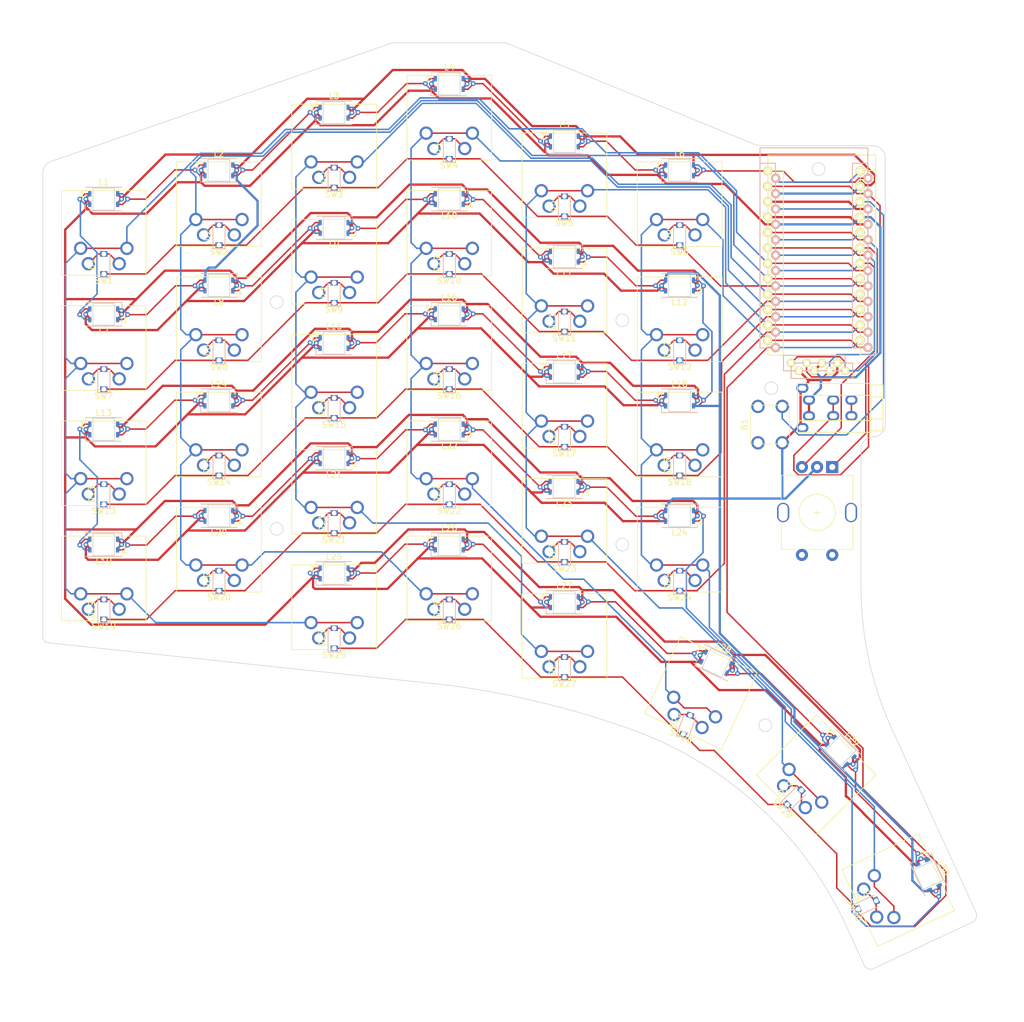
<source format=kicad_pcb>
(kicad_pcb (version 20211014) (generator pcbnew)
  (title_block (title "ElevenFingers"))
  (layers (0 "F.Cu" signal) (31 "B.Cu" signal) (34 "B.Paste" user) (35 "F.Paste" user) (36 "B.SilkS" user "B.Silkscreen") (37 "F.SilkS" user "F.Silkscreen") (38 "B.Mask" user) (39 "F.Mask" user) (44 "Edge.Cuts" user))
  (net 0 "")
  (net 1 "Net-(B1-Pad1)")
  (net 2 "GND")
  (net 3 "ENC_A")
  (net 4 "ENC_B")
  (net 7 "Net-(J1-Pad1)")
  (net 8 "Net-(J1-Pad2)")
  (net 9 "VCC")
  (net 10 "LED")
  (net 11 "col0")
  (net 12 "col1")
  (net 13 "row0")
  (net 14 "col2")
  (net 15 "col3")
  (net 16 "col4")
  (net 17 "col5")
  (net 18 "SERIAL")
  (net 19 "row4")
  (net 20 "row3")
  (net 21 "row2")
  (net 22 "row1")
  (net 23 "unconnected-(U1-Pad20)")
  (net 24 "unconnected-(U1-Pad24)")
  (net 25 "Net-(D1-Pad2)")
  (net 26 "Net-(D2-Pad2)")
  (net 27 "Net-(D3-Pad2)")
  (net 28 "Net-(D4-Pad2)")
  (net 29 "Net-(D5-Pad2)")
  (net 30 "Net-(D6-Pad2)")
  (net 31 "Net-(D7-Pad2)")
  (net 32 "Net-(D8-Pad2)")
  (net 33 "Net-(D9-Pad2)")
  (net 34 "Net-(D10-Pad2)")
  (net 35 "Net-(D11-Pad2)")
  (net 36 "Net-(D12-Pad2)")
  (net 37 "Net-(D13-Pad2)")
  (net 38 "Net-(D14-Pad2)")
  (net 39 "Net-(D15-Pad2)")
  (net 40 "Net-(D16-Pad2)")
  (net 41 "Net-(D17-Pad2)")
  (net 42 "Net-(D18-Pad2)")
  (net 43 "Net-(D19-Pad2)")
  (net 44 "Net-(D20-Pad2)")
  (net 45 "Net-(D21-Pad2)")
  (net 46 "Net-(D22-Pad2)")
  (net 47 "Net-(D23-Pad2)")
  (net 48 "Net-(D24-Pad2)")
  (net 49 "Net-(D25-Pad2)")
  (net 50 "Net-(D26-Pad2)")
  (net 51 "Net-(D27-Pad2)")
  (net 52 "Net-(D28-Pad2)")
  (net 53 "Net-(D29-Pad2)")
  (net 54 "Net-(D30-Pad2)")
  (net 55 "Net-(L1-Pad2)")
  (net 56 "Net-(L1-Pad4)")
  (net 57 "Net-(L2-Pad4)")
  (net 58 "Net-(L3-Pad4)")
  (net 59 "Net-(L4-Pad4)")
  (net 60 "Net-(L5-Pad4)")
  (net 61 "Net-(L13-Pad4)")
  (net 62 "Net-(L7-Pad2)")
  (net 63 "Net-(L8-Pad2)")
  (net 64 "Net-(L10-Pad2)")
  (net 65 "Net-(L10-Pad4)")
  (net 66 "Net-(L11-Pad2)")
  (net 67 "Net-(L13-Pad2)")
  (net 68 "Net-(L12-Pad2)")
  (net 69 "Net-(L14-Pad4)")
  (net 70 "Net-(L15-Pad4)")
  (net 71 "Net-(L16-Pad4)")
  (net 72 "Net-(L17-Pad4)")
  (net 73 "Net-(L19-Pad2)")
  (net 74 "Net-(L20-Pad2)")
  (net 75 "Net-(L21-Pad2)")
  (net 76 "Net-(L22-Pad2)")
  (net 77 "Net-(L23-Pad2)")
  (net 78 "Net-(L24-Pad2)")
  (net 79 "unconnected-(L25-Pad2)")
  (net 80 "Net-(L25-Pad4)")
  (net 81 "Net-(L26-Pad4)")
  (net 82 "Net-(L27-Pad4)")
  (net 83 "Net-(L28-Pad4)")
  (net 84 "Net-(L29-Pad4)")
  (net 85 "unconnected-(U2-Pad4)")
  (footprint "ElevenFingers:SW_Cherry_MX_1.00u_PCB" (layer "F.Cu") (at 116.611846 64.796051)
    (fp_text reference "SW5")
    (fp_text value "MX")
  )
  (footprint "ElevenFingers:LED_SK6812MINI_PLCC4_3.5x3.5mm_P1.75mm" (layer "F.Cu") (at 57.061846 126.046051 180)
    (fp_text reference "L20")
    (fp_text value "SK6812MINI")
    (fp_rect (start -1.8 -1.8) (end 1.8 1.8) (layer "Edge.Cuts") (width 0.12) (fill none))
  )
  (footprint "ElevenFingers:SW_Cherry_MX_1.00u_PCB" (layer "F.Cu") (at 97.611846 74.296051)
    (fp_text reference "SW10")
    (fp_text value "MX")
  )
  (footprint "ElevenFingers:LED_SK6812MINI_PLCC4_3.5x3.5mm_P1.75mm" (layer "F.Cu") (at 57.061846 69.046051)
    (fp_text reference "L2")
    (fp_text value "SK6812MINI")
    (fp_rect (start -1.8 -1.8) (end 1.8 1.8) (layer "Edge.Cuts") (width 0.12) (fill none))
  )
  (footprint "ElevenFingers:D_SOD-123" (layer "F.Cu") (at 57.081846 79.746051 90)
    (fp_text reference "D2")
    (fp_text value "1N4148W")
  )
  (footprint "ElevenFingers:LED_SK6812MINI_PLCC4_3.5x3.5mm_P1.75mm" (layer "F.Cu") (at 38.061846 130.796051 180)
    (fp_text reference "L19")
    (fp_text value "SK6812MINI")
    (fp_rect (start -1.8 -1.8) (end 1.8 1.8) (layer "Edge.Cuts") (width 0.12) (fill none))
  )
  (footprint "ElevenFingers:D_SOD-123" (layer "F.Cu") (at 38.081846 122.496051 90)
    (fp_text reference "D13")
    (fp_text value "1N4148W")
  )
  (footprint "ElevenFingers:D_SOD-123" (layer "F.Cu") (at 95.081846 141.496051 90)
    (fp_text reference "D26")
    (fp_text value "1N4148W")
  )
  (footprint "ElevenFingers:D_SOD-123" (layer "F.Cu") (at 76.081846 127.246051 90)
    (fp_text reference "D21")
    (fp_text value "1N4148W")
  )
  (footprint "ElevenFingers:D_SOD-123" (layer "F.Cu") (at 76.081846 146.246051 90)
    (fp_text reference "D25")
    (fp_text value "1N4148W")
  )
  (footprint "ElevenFingers:SW_Cherry_MX_1.00u_PCB" (layer "F.Cu") (at 40.611846 112.296051)
    (fp_text reference "SW13")
    (fp_text value "MX")
  )
  (footprint "ElevenFingers:SW_Cherry_MX_1.00u_PCB" (layer "F.Cu") (at 40.611846 93.296051)
    (fp_text reference "SW7")
    (fp_text value "MX")
  )
  (footprint "ElevenFingers:LED_SK6812MINI_PLCC4_3.5x3.5mm_P1.75mm" (layer "F.Cu") (at 95.061846 73.796051 180)
    (fp_text reference "L10")
    (fp_text value "SK6812MINI")
    (fp_rect (start -1.8 -1.8) (end 1.8 1.8) (layer "Edge.Cuts") (width 0.12) (fill none))
  )
  (footprint "ElevenFingers:LED_SK6812MINI_PLCC4_3.5x3.5mm_P1.75mm" (layer "F.Cu") (at 114.061846 140.296051)
    (fp_text reference "L27")
    (fp_text value "SK6812MINI")
    (fp_rect (start -1.8 -1.8) (end 1.8 1.8) (layer "Edge.Cuts") (width 0.12) (fill none))
  )
  (footprint "ElevenFingers:SW_Cherry_MX_1.00u_PCB" (layer "F.Cu") (at 97.611846 131.296051)
    (fp_text reference "SW26")
    (fp_text value "MX")
  )
  (footprint "ElevenFingers:SW_Cherry_MX_1.00u_PCB" (layer "F.Cu") (at 135.611846 107.546051)
    (fp_text reference "SW18")
    (fp_text value "MX")
  )
  (footprint "ElevenFingers:LED_SK6812MINI_PLCC4_3.5x3.5mm_P1.75mm" (layer "F.Cu") (at 114.061846 64.296051)
    (fp_text reference "L5")
    (fp_text value "SK6812MINI")
    (fp_rect (start -1.8 -1.8) (end 1.8 1.8) (layer "Edge.Cuts") (width 0.12) (fill none))
  )
  (footprint "ElevenFingers:LED_SK6812MINI_PLCC4_3.5x3.5mm_P1.75mm" (layer "F.Cu") (at 95.061846 92.796051)
    (fp_text reference "L16")
    (fp_text value "SK6812MINI")
    (fp_rect (start -1.8 -1.8) (end 1.8 1.8) (layer "Edge.Cuts") (width 0.12) (fill none))
  )
  (footprint "ElevenFingers:SW_Cherry_MX_1.00u_PCB" (layer "F.Cu") (at 78.611846 117.046051)
    (fp_text reference "SW21")
    (fp_text value "MX")
  )
  (footprint "ElevenFingers:LED_SK6812MINI_PLCC4_3.5x3.5mm_P1.75mm" (layer "F.Cu") (at 174.111846 185.296051 -65)
    (fp_text reference "L30")
    (fp_text value "SK6812MINI")
    (fp_rect (start -1.8 -1.8) (end 1.8 1.8) (layer "Edge.Cuts") (width 0.12) (fill none))
  )
  (footprint "ElevenFingers:ProMicro" (layer "F.Cu") (at 156.42941 83.922128)
    (fp_text reference "U1" hide)
    (fp_text value "ProMicro" hide)
  )
  (footprint "ElevenFingers:LED_SK6812MINI_PLCC4_3.5x3.5mm_P1.75mm" (layer "F.Cu") (at 133.061846 88.046051 180)
    (fp_text reference "L12")
    (fp_text value "SK6812MINI")
    (fp_rect (start -1.8 -1.8) (end 1.8 1.8) (layer "Edge.Cuts") (width 0.12) (fill none))
  )
  (footprint "ElevenFingers:SW_Cherry_MX_1.00u_PCB" (layer "F.Cu") (at 97.611846 112.296051)
    (fp_text reference "SW22")
    (fp_text value "MX")
  )
  (footprint "ElevenFingers:SW_Cherry_MX_1.00u_PCB" (layer "F.Cu") (at 116.611846 102.796051)
    (fp_text reference "SW17")
    (fp_text value "MX")
  )
  (footprint "ElevenFingers:LED_SK6812MINI_PLCC4_3.5x3.5mm_P1.75mm" (layer "F.Cu") (at 76.061846 97.546051)
    (fp_text reference "L15")
    (fp_text value "SK6812MINI")
    (fp_rect (start -1.8 -1.8) (end 1.8 1.8) (layer "Edge.Cuts") (width 0.12) (fill none))
  )
  (footprint "ElevenFingers:LED_SK6812MINI_PLCC4_3.5x3.5mm_P1.75mm" (layer "F.Cu") (at 38.061846 111.796051)
    (fp_text reference "L13")
    (fp_text value "SK6812MINI")
    (fp_rect (start -1.8 -1.8) (end 1.8 1.8) (layer "Edge.Cuts") (width 0.12) (fill none))
  )
  (footprint "ElevenFingers:D_SOD-123" (layer "F.Cu") (at 133.081846 98.746051 90)
    (fp_text reference "D12")
    (fp_text value "1N4148W")
  )
  (footprint "ElevenFingers:LED_SK6812MINI_PLCC4_3.5x3.5mm_P1.75mm" (layer "F.Cu") (at 133.061846 107.046051)
    (fp_text reference "L18")
    (fp_text value "SK6812MINI")
    (fp_rect (start -1.8 -1.8) (end 1.8 1.8) (layer "Edge.Cuts") (width 0.12) (fill none))
  )
  (footprint "ElevenFingers:SW_Cherry_MX_1.00u_PCB" (layer "F.Cu") (at 59.611846 88.546051)
    (fp_text reference "SW8")
    (fp_text value "MX")
  )
  (footprint "ElevenFingers:LED_SK6812MINI_PLCC4_3.5x3.5mm_P1.75mm" (layer "F.Cu") (at 76.061846 116.546051 180)
    (fp_text reference "L21")
    (fp_text value "SK6812MINI")
    (fp_rect (start -1.8 -1.8) (end 1.8 1.8) (layer "Edge.Cuts") (width 0.12) (fill none))
  )
  (footprint "ElevenFingers:SW_Cherry_MX_1.00u_PCB" (layer "F.Cu") (at 135.611846 69.546051)
    (fp_text reference "SW6")
    (fp_text value "MX")
  )
  (footprint "ElevenFingers:SW_Cherry_MX_1.00u_PCB" (layer "F.Cu") (at 59.611846 107.546051)
    (fp_text reference "SW14")
    (fp_text value "MX")
  )
  (footprint "ElevenFingers:D_SOD-123" (layer "F.Cu") (at 114.081846 150.996051 90)
    (fp_text reference "D27")
    (fp_text value "1N4148W")
  )
  (footprint "ElevenFingers:TRRS-PJ-320A" (layer "F.Cu") (at 164.6125 107.275 -90)
    (fp_text reference "U2")
    (fp_text value "TRRS")
  )
  (footprint "ElevenFingers:D_SOD-123" (layer "F.Cu") (at 114.081846 112.996051 90)
    (fp_text reference "D17")
    (fp_text value "1N4148W")
  )
  (footprint "ElevenFingers:LED_SK6812MINI_PLCC4_3.5x3.5mm_P1.75mm" (layer "F.Cu") (at 95.061846 130.796051)
    (fp_text reference "L26")
    (fp_text value "SK6812MINI")
    (fp_rect (start -1.8 -1.8) (end 1.8 1.8) (layer "Edge.Cuts") (width 0.12) (fill none))
  )
  (footprint "ElevenFingers:SW_Cherry_MX_1.00u_PCB" (layer "F.Cu") (at 78.611846 79.046051)
    (fp_text reference "SW9")
    (fp_text value "MX")
  )
  (footprint "ElevenFingers:SW_Cherry_MX_1.00u_PCB" (layer "F.Cu") (at 97.611846 55.296051)
    (fp_text reference "SW4")
    (fp_text value "MX")
  )
  (footprint "ElevenFingers:Arduino_Pushbutton" (layer "F.Cu") (at 148 111 -90)
    (fp_text reference "B1")
    (fp_text value "SW_Push_Dual")
  )
  (footprint "ElevenFingers:D_SOD-123" (layer "F.Cu") (at 114.081846 74.996051 90)
    (fp_text reference "D5")
    (fp_text value "1N4148W")
  )
  (footprint "ElevenFingers:LED_SK6812MINI_PLCC4_3.5x3.5mm_P1.75mm" (layer "F.Cu") (at 133.061846 126.046051 180)
    (fp_text reference "L24")
    (fp_text value "SK6812MINI")
    (fp_rect (start -1.8 -1.8) (end 1.8 1.8) (layer "Edge.Cuts") (width 0.12) (fill none))
  )
  (footprint "ElevenFingers:D_SOD-123" (layer "F.Cu") (at 95.081846 122.496051 90)
    (fp_text reference "D22")
    (fp_text value "1N4148W")
  )
  (footprint "ElevenFingers:LED_SK6812MINI_PLCC4_3.5x3.5mm_P1.75mm" (layer "F.Cu") (at 57.061846 107.046051)
    (fp_text reference "L14")
    (fp_text value "SK6812MINI")
    (fp_rect (start -1.8 -1.8) (end 1.8 1.8) (layer "Edge.Cuts") (width 0.12) (fill none))
  )
  (footprint "ElevenFingers:SW_Cherry_MX_1.00u_PCB" (layer "F.Cu") (at 59.611846 69.546051)
    (fp_text reference "SW2")
    (fp_text value "MX")
  )
  (footprint "ElevenFingers:D_SOD-123" (layer "F.Cu") (at 133.081846 136.746051 90)
    (fp_text reference "D24")
    (fp_text value "1N4148W")
  )
  (footprint "ElevenFingers:LED_SK6812MINI_PLCC4_3.5x3.5mm_P1.75mm" (layer "F.Cu") (at 114 121.25 180)
    (fp_text reference "L23")
    (fp_text value "SK6812MINI")
    (fp_rect (start -1.8 -1.8) (end 1.8 1.8) (layer "Edge.Cuts") (width 0.12) (fill none))
  )
  (footprint "ElevenFingers:SW_Cherry_MX_1.00u_PCB" (layer "F.Cu") (at 161 167 -45)
    (fp_text reference "SW29")
    (fp_text value "MX")
  )
  (footprint "ElevenFingers:SW_Cherry_MX_1.00u_PCB" (layer "F.Cu") (at 78.611846 98.046051)
    (fp_text reference "SW15")
    (fp_text value "MX")
  )
  (footprint "ElevenFingers:LED_SK6812MINI_PLCC4_3.5x3.5mm_P1.75mm" (layer "F.Cu") (at 159.611846 164.796051 -45)
    (fp_text reference "L29")
    (fp_text value "SK6812MINI")
    (fp_rect (start -1.8 -1.8) (end 1.8 1.8) (layer "Edge.Cuts") (width 0.12) (fill none))
  )
  (footprint "ElevenFingers:LED_SK6812MINI_PLCC4_3.5x3.5mm_P1.75mm" (layer "F.Cu") (at 133.061846 69.046051)
    (fp_text reference "L6")
    (fp_text value "SK6812MINI")
    (fp_rect (start -1.8 -1.8) (end 1.8 1.8) (layer "Edge.Cuts") (width 0.12) (fill none))
  )
  (footprint "ElevenFingers:D_SOD-123" (layer "F.Cu") (at 133.081846 117.746051 90)
    (fp_text reference "D18")
    (fp_text value "1N4148W")
  )
  (footprint "ElevenFingers:D_SOD-123" (layer "F.Cu") (at 57.081846 136.746051 90)
    (fp_text reference "D20")
    (fp_text value "1N4148W")
  )
  (footprint "ElevenFingers:SW_Cherry_MX_1.00u_PCB" (layer "F.Cu") (at 97.611846 93.296051)
    (fp_text reference "SW16")
    (fp_text value "MX")
  )
  (footprint "ElevenFingers:LED_SK6812MINI_PLCC4_3.5x3.5mm_P1.75mm" (layer "F.Cu") (at 38.061846 92.796051 180)
    (fp_text reference "L7")
    (fp_text value "SK6812MINI")
    (fp_rect (start -1.8 -1.8) (end 1.8 1.8) (layer "Edge.Cuts") (width 0.12) (fill none))
  )
  (footprint "ElevenFingers:SW_Cherry_MX_1.00u_PCB" (layer "F.Cu") (at 135.611846 126.546051)
    (fp_text reference "SW24")
    (fp_text value "MX")
  )
  (footprint "ElevenFingers:D_SOD-123" (layer "F.Cu") (at 133.081846 79.746051 90)
    (fp_text reference "D6")
    (fp_text value "1N4148W")
  )
  (footprint "ElevenFingers:SW_Cherry_MX_1.00u_PCB" (layer "F.Cu") (at 116.611846 121.796051)
    (fp_text reference "SW23")
    (fp_text value "MX")
  )
  (footprint "ElevenFingers:D_SOD-123" (layer "F.Cu") (at 95.081846 103.496051 90)
    (fp_text reference "D16")
    (fp_text value "1N4148W")
  )
  (footprint "ElevenFingers:D_SOD-123" (layer "F.Cu") (at 95.081846 65.496051 90)
    (fp_text reference "D4")
    (fp_text value "1N4148W")
  )
  (footprint "ElevenFingers:D_SOD-123" (layer "F.Cu") (at 38.081846 84.496051 90)
    (fp_text reference "D1")
    (fp_text value "1N4148W")
  )
  (footprint "ElevenFingers:SW_Cherry_MX_1.00u_PCB" (layer "F.Cu") (at 59.611846 126.546051)
    (fp_text reference "SW20")
    (fp_text value "MX")
  )
  (footprint "ElevenFingers:LED_SK6812MINI_PLCC4_3.5x3.5mm_P1.75mm" (layer "F.Cu") (at 76.061846 78.546051 180)
    (fp_text reference "L9")
    (fp_text value "SK6812MINI")
    (fp_rect (start -1.8 -1.8) (end 1.8 1.8) (layer "Edge.Cuts") (width 0.12) (fill none))
  )
  (footprint "ElevenFingers:D_SOD-123" (layer "F.Cu") (at 164 190.25 25)
    (fp_text reference "D30")
    (fp_text value "1N4148W")
  )
  (footprint "ElevenFingers:LED_SK6812MINI_PLCC4_3.5x3.5mm_P1.75mm" (layer "F.Cu") (at 114.061846 102.296051)
    (fp_text reference "L17")
    (fp_text value "SK6812MINI")
    (fp_rect (start -1.8 -1.8) (end 1.8 1.8) (layer "Edge.Cuts") (width 0.12) (fill none))
  )
  (footprint "ElevenFingers:D_SOD-123" (layer "F.Cu") (at 95.081846 84.496051 90)
    (fp_text reference "D10")
    (fp_text value "1N4148W")
  )
  (footprint "ElevenFingers:D_SOD-123" (layer "F.Cu") (at 76.081846 70.246051 90)
    (fp_text reference "D3")
    (fp_text value "1N4148W")
  )
  (footprint "ElevenFingers:RotaryEncoder_EC11" (layer "F.Cu") (at 155.75 125.5 -90)
    (fp_text reference "E1")
    (fp_text value "RotaryEncoder_Switch")
  )
  (footprint "ElevenFingers:LED_SK6812MINI_PLCC4_3.5x3.5mm_P1.75mm" (layer "F.Cu") (at 76.061846 135.546051)
    (fp_text reference "L25")
    (fp_text value "SK6812MINI")
    (fp_rect (start -1.8 -1.8) (end 1.8 1.8) (layer "Edge.Cuts") (width 0.12) (fill none))
  )
  (footprint "ElevenFingers:D_SOD-123" (layer "F.Cu") (at 114.081846 131.996051 90)
    (fp_text reference "D23")
    (fp_text value "1N4148W")
  )
  (footprint "ElevenFingers:D_SOD-123" (layer "F.Cu") (at 57.081846 117.746051 90)
    (fp_text reference "D14")
    (fp_text value "1N4148W")
  )
  (footprint "ElevenFingers:D_SOD-123" (layer "F.Cu") (at 38.081846 103.496051 90)
    (fp_text reference "D7")
    (fp_text value "1N4148W")
  )
  (footprint "ElevenFingers:LED_SK6812MINI_PLCC4_3.5x3.5mm_P1.75mm" (layer "F.Cu") (at 57.061846 88.046051 180)
    (fp_text reference "L8")
    (fp_text value "SK6812MINI")
    (fp_rect (start -1.8 -1.8) (end 1.8 1.8) (layer "Edge.Cuts") (width 0.12) (fill none))
  )
  (footprint "ElevenFingers:D_SOD-123" (layer "F.Cu") (at 76.081846 89.246051 90)
    (fp_text reference "D9")
    (fp_text value "1N4148W")
  )
  (footprint "ElevenFingers:SW_Cherry_MX_1.00u_PCB" (layer "F.Cu") (at 40.611846 74.296051)
    (fp_text reference "SW1")
    (fp_text value "MX")
  )
  (footprint "ElevenFingers:SW_Cherry_MX_1.00u_PCB" (layer "F.Cu") (at 78.611846 60.046051)
    (fp_text reference "SW3")
    (fp_text value "MX")
  )
  (footprint "ElevenFingers:D_SOD-123" (layer "F.Cu") (at 38.081846 141.496051 90)
    (fp_text reference "D19")
    (fp_text value "1N4148W")
  )
  (footprint "ElevenFingers:SW_Cherry_MX_1.00u_PCB" (layer "F.Cu") (at 116.611846 83.796051)
    (fp_text reference "SW11")
    (fp_text value "MX")
  )
  (footprint "ElevenFingers:LED_SK6812MINI_PLCC4_3.5x3.5mm_P1.75mm" (layer "F.Cu") (at 95.061846 111.796051 180)
    (fp_text reference "L22")
    (fp_text value "SK6812MINI")
    (fp_rect (start -1.8 -1.8) (end 1.8 1.8) (layer "Edge.Cuts") (width 0.12) (fill none))
  )
  (footprint "ElevenFingers:LED_SK6812MINI_PLCC4_3.5x3.5mm_P1.75mm" (layer "F.Cu") (at 38.061846 73.796051)
    (fp_text reference "L1")
    (fp_text value "SK6812MINI")
    (fp_rect (start -1.8 -1.8) (end 1.8 1.8) (layer "Edge.Cuts") (width 0.12) (fill none))
  )
  (footprint "ElevenFingers:SW_Cherry_MX_1.00u_PCB" (layer "F.Cu") (at 40.611846 131.296051)
    (fp_text reference "SW19")
    (fp_text value "MX")
  )
  (footprint "ElevenFingers:SW_Cherry_MX_1.00u_PCB" (layer "F.Cu") (at 78.611846 136.046051)
    (fp_text reference "SW25")
    (fp_text value "MX")
  )
  (footprint "ElevenFingers:D_SOD-123" (layer "F.Cu") (at 152 172.5 45)
    (fp_text reference "D29")
    (fp_text value "1N4148W")
  )
  (footprint "ElevenFingers:SW_Cherry_MX_1.00u_PCB" (layer "F.Cu") (at 116.611846 140.796051)
    (fp_text reference "SW27")
    (fp_text value "MX")
  )
  (footprint "ElevenFingers:LED_SK6812MINI_PLCC4_3.5x3.5mm_P1.75mm" (layer "F.Cu") (at 139.111846 150.296051 -25)
    (fp_text reference "L28")
    (fp_text value "SK6812MINI")
    (fp_rect (start -1.8 -1.8) (end 1.8 1.8) (layer "Edge.Cuts") (width 0.12) (fill none))
  )
  (footprint "ElevenFingers:SW_Cherry_MX_1.00u_PCB" (layer "F.Cu") (at 174.78934 187.951172 -65)
    (fp_text reference "SW30")
    (fp_text value "MX")
  )
  (footprint "ElevenFingers:LED_SK6812MINI_PLCC4_3.5x3.5mm_P1.75mm" (layer "F.Cu") (at 114.061846 83.296051 180)
    (fp_text reference "L11")
    (fp_text value "SK6812MINI")
    (fp_rect (start -1.8 -1.8) (end 1.8 1.8) (layer "Edge.Cuts") (width 0.12) (fill none))
  )
  (footprint "ElevenFingers:D_SOD-123" (layer "F.Cu") (at 114.081846 93.996051 90)
    (fp_text reference "D11")
    (fp_text value "1N4148W")
  )
  (footprint "ElevenFingers:D_SOD-123" (layer "F.Cu") (at 76.081846 108.246051 90)
    (fp_text reference "D15")
    (fp_text value "1N4148W")
  )
  (footprint "ElevenFingers:LED_SK6812MINI_PLCC4_3.5x3.5mm_P1.75mm" (layer "F.Cu") (at 76.061846 59.546051)
    (fp_text reference "L3")
    (fp_text value "SK6812MINI")
    (fp_rect (start -1.8 -1.8) (end 1.8 1.8) (layer "Edge.Cuts") (width 0.12) (fill none))
  )
  (footprint "ElevenFingers:D_SOD-123" (layer "F.Cu") (at 134.25 160.5 70)
    (fp_text reference "D28")
    (fp_text value "1N4148W")
  )
  (footprint "ElevenFingers:SW_Cherry_MX_1.00u_PCB" (layer "F.Cu") (at 135.611846 88.546051)
    (fp_text reference "SW12")
    (fp_text value "MX")
  )
  (footprint "ElevenFingers:D_SOD-123" (layer "F.Cu") (at 57.081846 98.746051 90)
    (fp_text reference "D8")
    (fp_text value "1N4148W")
  )
  (footprint "ElevenFingers:SW_Cherry_MX_1.00u_PCB" (layer "F.Cu") (at 141.060769 151.765458 -25)
    (fp_text reference "SW28")
    (fp_text value "MX")
  )
  (footprint "ElevenFingers:OLED_4Pin" (layer "F.Cu") (at 151.468511 100.838511)
    (fp_text reference "J1" hide)
    (fp_text value "OLED" hide)
  )
  (footprint "ElevenFingers:LED_SK6812MINI_PLCC4_3.5x3.5mm_P1.75mm" (layer "F.Cu") (at 95.061846 54.796051)
    (fp_text reference "L4")
    (fp_text value "SK6812MINI")
    (fp_rect (start -1.8 -1.8) (end 1.8 1.8) (layer "Edge.Cuts") (width 0.12) (fill none))
  )
  (gr_arc (start 181.923305 191.349785) (mid 182 192.4) (end 181.260639 193.149785) (layer "Edge.Cuts") (width 0.1))
  (gr_circle (center 123.6 93.8) (end 124.65 93.8) (layer "Edge.Cuts") (width 0.1) (fill none))
  (gr_line (start 168 161) (end 181.923305 191.349785) (layer "Edge.Cuts") (width 0.1))
  (gr_arc (start 28.9 147) (mid 28.261992 146.669207) (end 28 146) (layer "Edge.Cuts") (width 0.1))
  (gr_line (start 28.9 147) (end 95 154) (layer "Edge.Cuts") (width 0.1))
  (gr_line (start 163 115) (end 163 138) (layer "Edge.Cuts") (width 0.1))
  (gr_arc (start 168 161) (mid 164.288214 149.763432) (end 163 138) (layer "Edge.Cuts") (width 0.1))
  (gr_arc (start 85.1 48.212461) (mid 85.539104 48.060084) (end 86 48) (layer "Edge.Cuts") (width 0.1))
  (gr_line (start 29.3 67.6) (end 85.1 48.212461) (layer "Edge.Cuts") (width 0.1))
  (gr_arc (start 122.8 160.5) (mid 144.677053 172.690425) (end 160 192.5) (layer "Edge.Cuts") (width 0.1))
  (gr_circle (center 66.6 128.2) (end 67.65 128.2) (layer "Edge.Cuts") (width 0.1) (fill none))
  (gr_line (start 147 65) (end 165 65) (layer "Edge.Cuts") (width 0.1))
  (gr_circle (center 123.6 130.8) (end 124.65 130.8) (layer "Edge.Cuts") (width 0.1) (fill none))
  (gr_arc (start 147 65) (mid 146.054462 64.909782) (end 145.143047 64.642383) (layer "Edge.Cuts") (width 0.1))
  (gr_line (start 160 192.5) (end 163.553554 200.239341) (layer "Edge.Cuts") (width 0.1))
  (gr_arc (start 165.053553 200.73934) (mid 164.2 200.8) (end 163.553554 200.239341) (layer "Edge.Cuts") (width 0.1))
  (gr_line (start 28 70) (end 28 70) (layer "Edge.Cuts") (width 0.1))
  (gr_arc (start 167 111) (mid 166.414214 112.414214) (end 165 113) (layer "Edge.Cuts") (width 0.1))
  (gr_line (start 28 69.457249) (end 28 146) (layer "Edge.Cuts") (width 0.1))
  (gr_circle (center 66.6 90.8) (end 67.65 90.8) (layer "Edge.Cuts") (width 0.1) (fill none))
  (gr_line (start 165.053553 200.73934) (end 181.260639 193.149785) (layer "Edge.Cuts") (width 0.1))
  (gr_arc (start 165 65) (mid 166.414214 65.585786) (end 167 67) (layer "Edge.Cuts") (width 0.1))
  (gr_circle (center 148.2 105) (end 149.25 105) (layer "Edge.Cuts") (width 0.1) (fill none))
  (gr_arc (start 163 115) (mid 163.585786 113.585786) (end 165 113) (layer "Edge.Cuts") (width 0.1))
  (gr_circle (center 147.2 160.6) (end 148.25 160.6) (layer "Edge.Cuts") (width 0.1) (fill none))
  (gr_arc (start 104 48) (mid 104.356862 48.032025) (end 104.702247 48.127342) (layer "Edge.Cuts") (width 0.1))
  (gr_arc (start 95 154) (mid 109.060373 156.564097) (end 122.8 160.5) (layer "Edge.Cuts") (width 0.1))
  (gr_line (start 86 48) (end 104 48) (layer "Edge.Cuts") (width 0.1))
  (gr_arc (start 28 69.457249) (mid 28.368574 68.331637) (end 29.3 67.6) (layer "Edge.Cuts") (width 0.1))
  (gr_line (start 167 111) (end 167 67) (layer "Edge.Cuts") (width 0.1))
  (gr_line (start 104.702247 48.127342) (end 145.143047 64.642383) (layer "Edge.Cuts") (width 0.1))
  (gr_circle (center 156 68.85) (end 157.05 68.85) (layer "Edge.Cuts") (width 0.1) (fill none))
  (segment (start 150 110.002811) (end 150 108) (width 0.25) (layer "B.Cu") (net 1))
  (segment (start 166.714296 106.618543) (end 160.632839 112.7) (width 0.25) (layer "B.Cu") (net 1))
  (segment (start 164.48904 74.232128) (end 166.714296 76.457384) (width 0.25) (layer "B.Cu") (net 1))
  (segment (start 166.714296 76.457384) (end 166.714296 106.618543) (width 0.25) (layer "B.Cu") (net 1))
  (segment (start 162.84941 74.232128) (end 164.48904 74.232128) (width 0.25) (layer "B.Cu") (net 1))
  (segment (start 148.908225 75.427873) (end 161.653665 75.427873) (width 0.25) (layer "B.Cu") (net 1))
  (segment (start 160.632839 112.7) (end 152.697189 112.7) (width 0.25) (layer "B.Cu") (net 1))
  (segment (start 161.653665 75.427873) (end 162.84941 74.232128) (width 0.25) (layer "B.Cu") (net 1))
  (segment (start 152.697189 112.7) (end 150 110.002811) (width 0.25) (layer "B.Cu") (net 1))
  (segment (start 126.3 66.5) (end 135.25 66.5) (width 0.381) (layer "F.Cu") (net 2))
  (segment (start 123.4 88.9) (end 120.6 86.1) (width 0.381) (layer "F.Cu") (net 2))
  (segment (start 117.007955 100.807955) (end 117.007955 102.296051) (width 0.381) (layer "F.Cu") (net 2))
  (segment (start 79.007955 59.546051) (end 79.007955 59.39216) (width 0.381) (layer "F.Cu") (net 2))
  (segment (start 60.007954 68.892159) (end 59.286846 68.171051) (width 0.381) (layer "F.Cu") (net 2))
  (segment (start 152.475 111.525) (end 153.3125 111.525) (width 0.381) (layer "F.Cu") (net 2))
  (segment (start 160.984241 74.232128) (end 162.179986 75.427873) (width 0.381) (layer "F.Cu") (net 2))
  (segment (start 162.415964 77.967873) (end 164.148225 77.967873) (width 0.381) (layer "F.Cu") (net 2))
  (segment (start 108.1 84.2) (end 100.078752 76.178752) (width 0.381) (layer "F.Cu") (net 2))
  (segment (start 46.922662 95.4) (end 51.711331 90.611331) (width 0.381) (layer "F.Cu") (net 2))
  (segment (start 92.836846 112.51716) (end 92.115737 111.796051) (width 0.381) (layer "F.Cu") (net 2))
  (segment (start 157.819868 103.646542) (end 159.088511 102.377899) (width 0.381) (layer "F.Cu") (net 2))
  (segment (start 62.443818 66.443818) (end 48.247878 66.443818) (width 0.381) (layer "F.Cu") (net 2))
  (segment (start 85.75 52.5) (end 81 57.25) (width 0.381) (layer "F.Cu") (net 2))
  (segment (start 73.115737 116.727622) (end 70.921679 118.921679) (width 0.381) (layer "F.Cu") (net 2))
  (segment (start 78.286846 96.824942) (end 79.007955 97.546051) (width 0.381) (layer "F.Cu") (net 2))
  (segment (start 135.286846 106.171051) (end 135.286846 106.316829) (width 0.381) (layer "F.Cu") (net 2))
  (segment (start 108 121.6) (end 100.74668 114.34668) (width 0.381) (layer "F.Cu") (net 2))
  (segment (start 111.111442 83.299869) (end 111.111442 83.476368) (width 0.381) (layer "F.Cu") (net 2))
  (segment (start 72.9 95.2) (end 78.5 95.2) (width 0.381) (layer "F.Cu") (net 2))
  (segment (start 154.276542 103.646542) (end 157.819868 103.646542) (width 0.381) (layer "F.Cu") (net 2))
  (segment (start 111.775 121.971109) (end 111.053891 121.25) (width 0.381) (layer "F.Cu") (net 2))
  (segment (start 79.007955 135.546051) (end 79.007955 135.36448) (width 0.381) (layer "F.Cu") (net 2))
  (segment (start 40.286846 110.921051) (end 40.286846 111.066829) (width 0.381) (layer "F.Cu") (net 2))
  (segment (start 141.498172 150.443357) (end 141.498172 151.257375) (width 0.381) (layer "F.Cu") (net 2))
  (segment (start 153.02248 105.26502) (end 153.02248 111.23498) (width 0.381) (layer "F.Cu") (net 2))
  (segment (start 175.845191 186.942795) (end 175.845191 187.477865) (width 0.381) (layer "F.Cu") (net 2))
  (segment (start 54.836846 126.76716) (end 54.115737 126.046051) (width 0.381) (layer "F.Cu") (net 2))
  (segment (start 92.115737 111.796051) (end 92.115737 111.977622) (width 0.381) (layer "F.Cu") (net 2))
  (segment (start 122.11225 138.31225) (end 130.6 146.8) (width 0.381) (layer "F.Cu") (net 2))
  (segment (start 60.007954 69.046051) (end 60.007954 68.892159) (width 0.381) (layer "F.Cu") (net 2))
  (segment (start 41.01225 111.792233) (end 41.01225 111.38775) (width 0.381) (layer "F.Cu") (net 2))
  (segment (start 79.007955 95.707955) (end 79.007955 97.546051) (width 0.381) (layer "F.Cu") (net 2))
  (segment (start 117.007954 64.296051) (end 117.007954 64.142159) (width 0.381) (layer "F.Cu") (net 2))
  (segment (start 59.286846 106.324942) (end 60.007955 107.046051) (width 0.381) (layer "F.Cu") (net 2))
  (segment (start 101.407955 91.107955) (end 110.1 99.8) (width 0.381) (layer "F.Cu") (net 2))
  (segment (start 92.836846 112.671051) (end 92.836846 112.51716) (width 0.381) (layer "F.Cu") (net 2))
  (segment (start 165.300236 69.870693) (end 165.300236 70.825053) (width 0.381) (layer "F.Cu") (net 2))
  (segment (start 59.2 104.6) (end 60.007955 105.407955) (width 0.381) (layer "F.Cu") (net 2))
  (segment (start 142 151.323057) (end 141.781927 151.54113) (width 0.381) (layer "F.Cu") (net 2))
  (segment (start 98.007955 91.107955) (end 101.407955 91.107955) (width 0.381) (layer "F.Cu") (net 2))
  (segment (start 111.836846 84.025273) (end 111.111442 83.299869) (width 0.381) (layer "F.Cu") (net 2))
  (segment (start 110.285462 122.2) (end 108.6 122.2) (width 0.381) (layer "F.Cu") (net 2))
  (segment (start 60.007955 105.407955) (end 60.007955 107.046051) (width 0.381) (layer "F.Cu") (net 2))
  (segment (start 98.007955 54.796051) (end 98.007955 54.64216) (width 0.381) (layer "F.Cu") (net 2))
  (segment (start 47.044944 133.3) (end 35.5 133.3) (width 0.381) (layer "F.Cu") (net 2))
  (segment (start 154.276542 103.646542) (end 154.276542 104.010958) (width 0.381) (layer "F.Cu") (net 2))
  (segment (start 147.60941 76.772128) (end 161.220219 76.772128) (width 0.381) (layer "F.Cu") (net 2))
  (segment (start 117.01225 138.31225) (end 117.01225 140.292233) (width 0.381) (layer "F.Cu") (net 2))
  (segment (start 73.836846 117.26716) (end 73.115737 116.546051) (width 0.381) (layer "F.Cu") (net 2))
  (segment (start 117.678927 63.45515) (end 117.007954 64.126123) (width 0.381) (layer "F.Cu") (net 2))
  (segment (start 35.836846 131.671051) (end 35.836846 131.51716) (width 0.381) (layer "F.Cu") (net 2))
  (segment (start 71.637636 57.25) (end 62.443818 66.443818) (width 0.381) (layer "F.Cu") (net 2))
  (segment (start 175.845191 187.477865) (end 175.356925 187.966131) (width 0.381) (layer "F.Cu") (net 2))
  (segment (start 41.007954 73.642159) (end 40.286846 72.921051) (width 0.381) (layer "F.Cu") (net 2))
  (segment (start 62.443818 66.443818) (end 60.007954 68.879682) (width 0.381) (layer "F.Cu") (net 2))
  (segment (start 36.1 95.4) (end 46.922662 95.4) (width 0.381) (layer "F.Cu") (net 2))
  (segment (start 130.09647 88.063772) (end 130.09647 88.180675) (width 0.381) (layer "F.Cu") (net 2))
  (segment (start 117.007955 100.807955) (end 121.607955 100.807955) (width 0.381) (layer "F.Cu") (net 2))
  (segment (start 112.28781 86.1) (end 110.38781 84.2) (width 0.381) (layer "F.Cu") (net 2))
  (segment (start 115.973777 61.75) (end 108.75 61.75) (width 0.381) (layer "F.Cu") (net 2))
  (segment (start 120.6 86.1) (end 112.28781 86.1) (width 0.381) (layer "F.Cu") (net 2))
  (segment (start 111.053891 121.25) (end 111.053891 121.431571) (width 0.381) (layer "F.Cu") (net 2))
  (segment (start 147.2 149) (end 162.8 164.6) (width 0.381) (layer "F.Cu") (net 2))
  (segment (start 123.721051 126.921051) (end 120.7 123.9) (width 0.381) (layer "F.Cu") (net 2))
  (segment (start 125.4 104.6) (end 135.5 104.6) (width 0.381) (layer "F.Cu") (net 2))
  (segment (start 98.007955 54.64216) (end 97.286846 53.921051) (width 0.381) (layer "F.Cu") (net 2))
  (segment (start 162.84941 70.862893) (end 162.84941 71.692128) (width 0.381) (layer "F.Cu") (net 2))
  (segment (start 116.286846 139.566829) (end 117.01225 140.292233) (width 0.381) (layer "F.Cu") (net 2))
  (segment (start 73.836846 117.421051) (end 73.836846 117.26716) (width 0.381) (layer "F.Cu") (net 2))
  (segment (start 48.247878 66.443818) (end 41.220848 73.470848) (width 0.381) (layer "F.Cu") (net 2))
  (segment (start 62.692045 105.407955) (end 72.9 95.2) (width 0.381) (layer "F.Cu") (net 2))
  (segment (start 92.09647 73.961034) (end 89.878752 76.178752) (width 0.381) (layer "F.Cu") (net 2))
  (segment (start 161.220219 76.772128) (end 162.415964 77.967873) (width 0.381) (layer "F.Cu") (net 2))
  (segment (start 54.836846 88.775273) (end 54.111442 88.049869) (width 0.381) (layer "F.Cu") (net 2))
  (segment (start 130.09647 88.211034) (end 129.407504 88.9) (width 0.381) (layer "F.Cu") (net 2))
  (segment (start 135.286846 106.316829) (end 136.01225 107.042233) (width 0.381) (layer "F.Cu") (net 2))
  (segment (start 129.407504 88.9) (end 123.4 88.9) (width 0.381) (layer "F.Cu") (net 2))
  (segment (start 41.01225 111.38775) (end 47.8 104.6) (width 0.381) (layer "F.Cu") (net 2))
  (segment (start 73.836846 79.421051) (end 73.836846 79.275273) (width 0.381) (layer "F.Cu") (net 2))
  (segment (start 97.219455 52.5) (end 85.75 52.5) (width 0.381) (layer "F.Cu") (net 2))
  (segment (start 163.034054 70.862893) (end 162.84941 70.862893) (width 0.381) (layer "F.Cu") (net 2))
  (segment (start 130.836846 126.921051) (end 123.721051 126.921051) (width 0.381) (layer "F.Cu") (net 2))
  (segment (start 78.5 95.2) (end 79.007955 95.707955) (width 0.381) (layer "F.Cu") (net 2))
  (segment (start 79.007955 95.707955) (end 83.292045 95.707955) (width 0.381) (layer "F.Cu") (net 2))
  (segment (start 54.836846 88.921051) (end 54.836846 88.775273) (width 0.381) (layer "F.Cu") (net 2))
  (segment (start 135.361846 66.611846) (end 135.25 66.5) (width 0.381) (layer "F.Cu") (net 2))
  (segment (start 163.671045 71.499884) (end 163.034054 70.862893) (width 0.381) (layer "F.Cu") (net 2))
  (segment (start 100.81225 128.71225) (end 109.9 137.8) (width 0.381) (layer "F.Cu") (net 2))
  (segment (start 111.775 122.125) (end 111.775 121.971109) (width 0.381) (layer "F.Cu") (net 2))
  (segment (start 97.286846 91.921051) (end 97.286846 92.074942) (width 0.381) (layer "F.Cu") (net 2))
  (segment (start 78.286846 134.671051) (end 78.286846 134.824942) (width 0.381) (layer "F.Cu") (net 2))
  (segment (start 98.01225 128.71225) (end 98.01225 130.792233) (width 0.381) (layer "F.Cu") (net 2))
  (segment (start 88.6 90.4) (end 97.3 90.4) (width 0.381) (layer "F.Cu") (net 2))
  (segment (start 83.292045 95.707955) (end 88.6 90.4) (width 0.381) (layer "F.Cu") (net 2))
  (segment (start 147.60941 74.232128) (end 160.984241 74.232128) (width 0.381) (layer "F.Cu") (net 2))
  (segment (start 82.8 133.8) (end 88.3 128.3) (width 0.381) (layer "F.Cu") (net 2))
  (segment (start 136.1 105.2) (end 136.1 106.954483) (width 0.381) (layer "F.Cu") (net 2))
  (segment (start 60.007955 105.407955) (end 62.692045 105.407955) (width 0.381) (layer "F.Cu") (net 2))
  (segment (start 116.5 137.8) (end 117.01225 138.31225) (width 0.381) (layer "F.Cu") (net 2))
  (segment (start 162.8 165.921785) (end 161.684067 167.037718) (width 0.381) (layer "F.Cu") (net 2))
  (segment (start 100.74668 114.34668) (end 89.74668 114.34668) (width 0.381) (layer "F.Cu") (net 2))
  (segment (start 130.836846 126.775273) (end 130.111442 126.049869) (width 0.381) (layer "F.Cu") (net 2))
  (segment (start 159.088511 102.377899) (end 159.088511 100.838511) (width 0.381) (layer "F.Cu") (net 2))
  (segment (start 59.286846 106.171051) (end 59.286846 106.324942) (width 0.381) (layer "F.Cu") (net 2))
  (segment (start 35.836846 93.671051) (end 35.836846 93.554148) (width 0.381) (layer "F.Cu") (net 2))
  (segment (start 97.286846 130.066829) (end 98.01225 130.792233) (width 0.381) (layer "F.Cu") (net 2))
  (segment (start 130.09647 88.063772) (end 130.09647 88.211034) (width 0.381) (layer "F.Cu") (net 2))
  (segment (start 98.679148 53.959693) (end 97.219455 52.5) (width 0.381) (layer "F.Cu") (net 2))
  (segment (start 111.111442 83.476368) (end 110.38781 84.2) (width 0.381) (layer "F.Cu") (net 2))
  (segment (start 35.5 133.3) (end 35.115737 132.915737) (width 0.381) (layer "F.Cu") (net 2))
  (segment (start 121.607955 100.807955) (end 125.4 104.6) (width 0.381) (layer "F.Cu") (net 2))
  (segment (start 89.878752 76.178752) (end 84.988599 81.068905) (width 0.381) (layer "F.Cu") (net 2))
  (segment (start 154.276542 104.010958) (end 153.3125 104.975) (width 0.381) (layer "F.Cu") (net 2))
  (segment (start 78.286846 134.824942) (end 79.007955 135.546051) (width 0.381) (layer "F.Cu") (net 2))
  (segment (start 136.1 106.954483) (end 136.01225 107.042233) (width 0.381) (layer "F.Cu") (net 2))
  (segment (start 135.361846 68.171051) (end 135.361846 66.611846) (width 0.381) (layer "F.Cu") (net 2))
  (segment (start 98.01225 128.71225) (end 100.81225 128.71225) (width 0.381) (layer "F.Cu") (net 2))
  (segment (start 61.370887 128.472472) (end 51.872472 128.472472) (width 0.381) (layer "F.Cu") (net 2))
  (segment (start 142 149) (end 147.2 149) (width 0.381) (layer "F.Cu") (net 2))
  (segment (start 139.8 146.8) (end 142 149) (width 0.381) (layer "F.Cu") (net 2))
  (segment (start 60.007954 68.879682) (end 60.007954 69.046051) (width 0.381) (layer "F.Cu") (net 2))
  (segment (start 47.8 104.6) (end 59.2 104.6) (width 0.381) (layer "F.Cu") (net 2))
  (segment (start 108.75 61.75) (end 100.959693 53.959693) (width 0.381) (layer "F.Cu") (net 2))
  (segment (start 73.111442 78.726368) (end 70.768905 81.068905) (width 0.381) (layer "F.Cu") (net 2))
  (segment (start 40.286846 111.066829) (end 41.01225 111.792233) (width 0.381) (layer "F.Cu") (net 2))
  (segment (start 35.836846 131.51716) (end 35.115737 130.796051) (width 0.381) (layer "F.Cu") (net 2))
  (segment (start 35.09647 92.813772) (end 35.09647 94.39647) (width 0.381) (layer "F.Cu") (net 2))
  (segment (start 81 57.25) (end 78.932897 59.317103) (width 0.381) (layer "F.Cu") (net 2))
  (segment (start 162.8 164.6) (end 162.8 165.921785) (width 0.381) (layer "F.Cu") (net 2))
  (segment (start 150 114) (end 152.475 111.525) (width 0.381) (layer "F.Cu") (net 2))
  (segment (start 89.74668 114.34668) (end 85.17168 118.921679) (width 0.381) (layer "F.Cu") (net 2))
  (segment (start 116 99.8) (end 117.007955 100.807955) (width 0.381) (layer "F.Cu") (net 2))
  (segment (start 130.09647 88.180675) (end 130.836846 88.921051) (width 0.381) (layer "F.Cu") (net 2))
  (segment (start 135.286846 68.171051) (end 135.286846 68.324942) (width 0.381) (layer "F.Cu") (net 2))
  (segment (start 35.09647 94.39647) (end 36.1 95.4) (width 0.381) (layer "F.Cu") (net 2))
  (segment (start 97.286846 92.074942) (end 98.007955 92.796051) (width 0.381) (layer "F.Cu") (net 2))
  (segment (start 135.5 104.6) (end 136.1 105.2) (width 0.381) (layer "F.Cu") (net 2))
  (segment (start 100.078752 76.178752) (end 89.878752 76.178752) (width 0.381) (layer "F.Cu") (net 2))
  (segment (start 98.007955 91.107955) (end 98.007955 92.796051) (width 0.381) (layer "F.Cu") (net 2))
  (segment (start 111.053891 121.431571) (end 110.285462 122.2) (width 0.381) (layer "F.Cu") (net 2))
  (segment (start 70.921679 118.921679) (end 61.370887 128.472472) (width 0.381) (layer "F.Cu") (net 2))
  (segment (start 123.25515 63.45515) (end 117.678927 63.45515) (width 0.381) (layer "F.Cu") (net 2))
  (segment (start 92.836846 74.554148) (end 92.09647 73.813772) (width 0.381) (layer "F.Cu") (net 2))
  (segment (start 84.988599 81.068905) (end 70.768905 81.068905) (width 0.381) (layer "F.Cu") (net 2))
  (segment (start 110.38781 84.2) (end 108.1 84.2) (width 0.381) (layer "F.Cu") (net 2))
  (segment (start 92.115737 111.977622) (end 89.74668 114.34668) (width 0.381) (layer "F.Cu") (net 2))
  (segment (start 73.836846 79.275273) (end 73.111442 78.549869) (width 0.381) (layer "F.Cu") (net 2))
  (segment (start 162.179986 75.427873) (end 164.148225 75.427873) (width 0.381) (layer "F.Cu") (net 2))
  (segment (start 54.115737 126.229207) (end 51.872472 128.472472) (width 0.381) (layer "F.Cu") (net 2))
  (segment (start 54.115737 126.046051) (end 54.115737 126.229207) (width 0.381) (layer "F.Cu") (net 2))
  (segment (start 79.007955 135.36448) (end 80.572435 133.8) (width 0.381) (layer "F.Cu") (net 2))
  (segment (start 161.684067 165.870455) (end 161.803877 165.750645) (width 0.381) (layer "F.Cu") (net 2))
  (segment (start 126.3 66.5) (end 123.25515 63.45515) (width 0.381) (layer "F.Cu") (net 2))
  (segment (start 80.572435 133.8) (end 82.8 133.8) (width 0.381) (layer "F.Cu") (net 2))
  (segment (start 161.929543 66.5) (end 165.300236 69.870693) (width 0.381) (layer "F.Cu") (net 2))
  (segment (start 70.768905 81.068905) (end 61.226479 90.611331) (width 0.381) (layer "F.Cu") (net 2))
  (segment (start 97.6 128.3) (end 98.01225 128.71225) (width 0.381) (layer "F.Cu") (net 2))
  (segment (start 117.007954 64.126123) (end 117.007954 64.296051) (width 0.381) (layer "F.Cu") (net 2))
  (segment (start 51.711331 90.611331) (end 54.111442 88.21122) (width 0.381) (layer "F.Cu") (net 2))
  (segment (start 135.25 66.5) (end 161.929543 66.5) (width 0.381) (layer "F.Cu") (net 2))
  (segment (start 142 149) (end 142 151.323057) (width 0.381) (layer "F.Cu") (net 2))
  (segment (start 110.1 99.8) (end 116 99.8) (width 0.381) (layer "F.Cu") (net 2))
  (segment (start 116.286846 101.421051) (end 116.286846 101.574942) (width 0.381) (layer "F.Cu") (net 2))
  (segment (start 41.007954 73.796051) (end 41.007954 73.642159) (width 0.381) (layer "F.Cu") (net 2))
  (segment (start 81 57.25) (end 71.637636 57.25) (width 0.381) (layer "F.Cu") (net 2))
  (segment (start 79.007955 59.39216) (end 78.286846 58.671051) (width 0.381) (layer "F.Cu") (net 2))
  (segment (start 35.115737 132.915737) (end 35.115737 130.796051) (width 0.381) (layer "F.Cu") (net 2))
  (segment (start 165.300236 70.825053) (end 164.625405 71.499884) (width 0.381) (layer "F.Cu") (net 2))
  (segment (start 109.9 137.8) (end 116.5 137.8) (width 0.381) (layer "F.Cu") (net 2))
  (segment (start 85.17168 118.921679) (end 70.921679 118.921679) (width 0.381) (layer "F.Cu") (net 2))
  (segment (start 54.836846 126.921051) (end 54.836846 126.76716) (width 0.381) (layer "F.Cu") (net 2))
  (segment (start 111.836846 84.171051) (end 111.836846 84.025273) (width 0.381) (layer "F.Cu") (net 2))
  (segment (start 100.959693 53.959693) (end 98.679148 53.959693) (width 0.381) (layer "F.Cu") (net 2))
  (segment (start 108.6 122.2) (end 108 121.6) (width 0.381) (layer "F.Cu") (net 2))
  (segment (start 117.01225 138.31225) (end 122.11225 138.31225) (width 0.381) (layer "F.Cu") (net 2))
  (segment (start 54.111442 88.21122) (end 54.111442 88.049869) (width 0.381) (layer "F.Cu") (net 2))
  (segment (start 130.6 146.8) (end 139.8 146.8) (width 0.381) (layer "F.Cu") (net 2))
  (segment (start 61.226479 90.611331) (end 51.711331 90.611331) (width 0.381) (layer "F.Cu") (net 2))
  (segment (start 92.836846 74.671051) (end 92.836846 74.554148) (width 0.381) (layer "F.Cu") (net 2))
  (segment (start 152.738511 102.108511) (end 154.276542 103.646542) (width 0.381) (layer "F.Cu") (net 2))
  (segment (start 78.286846 96.671051) (end 78.286846 96.824942) (width 0.381) (layer "F.Cu") (net 2))
  (segment (start 98.679148 53.959693) (end 98.007955 54.630886) (width 0.381) (layer "F.Cu") (net 2))
  (segment (start 135.286846 68.324942) (end 136.007955 69.046051) (width 0.381) (layer "F.Cu") (net 2))
  (segment (start 97.286846 129.921051) (end 97.286846 130.066829) (width 0.381) (layer "F.Cu") (net 2))
  (segment (start 73.111442 78.549869) (end 73.111442 78.726368) (width 0.381) (layer "F.Cu") (net 2))
  (segment (start 51.872472 128.472472) (end 47.044944 133.3) (width 0.381) (layer "F.Cu") (net 2))
  (segment (start 141.498172 151.257375) (end 141.781927 151.54113) (width 0.381) (layer "F.Cu") (net 2))
  (segment (start 97.3 90.4) (end 98.007955 91.107955) (width 0.381) (layer "F.Cu") (net 2))
  (segment (start 116.286846 101.574942) (end 117.007955 102.296051) (width 0.381) (layer "F.Cu") (net 2))
  (segment (start 117.007954 64.142159) (end 116.286846 63.421051) (width 0.381) (layer "F.Cu") (net 2))
  (segment (start 120.7 123.9) (end 110.3 123.9) (width 0.381) (layer "F.Cu") (net 2))
  (segment (start 92.09647 73.813772) (end 92.09647 73.961034) (width 0.381) (layer "F.Cu") (net 2))
  (segment (start 110.3 123.9) (end 108 121.6) (width 0.381) (layer "F.Cu") (net 2))
  (segment (start 116.286846 139.421051) (end 116.286846 139.566829) (width 0.381) (layer "F.Cu") (net 2))
  (segment (start 117.678927 63.45515) (end 115.973777 61.75) (width 0.381) (layer "F.Cu") (net 2))
  (segment (start 98.007955 54.630886) (end 98.007955 54.796051) (width 0.381) (layer "F.Cu") (net 2))
  (segment (start 73.115737 116.546051) (end 73.115737 116.727622) (width 0.381) (layer "F.Cu") (net 2))
  (segment (start 164.625405 71.499884) (end 163.671045 71.499884) (width 0.381) (layer "F.Cu") (net 2))
  (segment (start 161.684067 167.037718) (end 161.684067 165.870455) (width 0.381) (layer "F.Cu") (net 2))
  (segment (start 35.836846 93.554148) (end 35.09647 92.813772) (width 0.381) (layer "F.Cu") (net 2))
  (segment (start 130.836846 126.921051) (end 130.836846 126.775273) (width 0.381) (layer "F.Cu") (net 2))
  (segment (start 88.3 128.3) (end 97.6 128.3) (width 0.381) (layer "F.Cu") (net 2))
  (via (at 175.356925 187.966131) (size 0.8) (drill 0.4) (layers "F.Cu" "B.Cu") (net 2))
  (via (at 92.09647 73.813772) (size 0.8) (drill 0.4) (layers "F.Cu" "B.Cu") (net 2))
  (via (at 98.007955 92.796051) (size 0.8) (drill 0.4) (layers "F.Cu" "B.Cu") (net 2))
  (via (at 79.007955 135.546051) (size 0.8) (drill 0.4) (layers "F.Cu" "B.Cu") (net 2))
  (via (at 136.01225 107.042233) (size 0.8) (drill 0.4) (layers "F.Cu" "B.Cu") (net 2))
  (via (at 79.007955 59.546051) (size 0.8) (drill 0.4) (layers "F.Cu" "B.Cu") (net 2))
  (via (at 79.007955 97.546051) (size 0.8) (drill 0.4) (layers "F.Cu" "B.Cu") (net 2))
  (via (at 73.115737 116.546051) (size 0.8) (drill 0.4) (layers "F.Cu" "B.Cu") (net 2))
  (via (at 41.01225 111.792233) (size 0.8) (drill 0.4) (layers "F.Cu" "B.Cu") (net 2))
  (via (at 111.111442 83.299869) (size 0.8) (drill 0.4) (layers "F.Cu" "B.Cu") (net 2))
  (via (at 41.007954 73.796051) (size 0.8) (drill 0.4) (layers "F.Cu" "B.Cu") (net 2))
  (via (at 161.684067 167.037718) (size 0.8) (drill 0.4) (layers "F.Cu" "B.Cu") (net 2))
  (via (at 60.007955 107.046051) (size 0.8) (drill 0.4) (layers "F.Cu" "B.Cu") (net 2))
  (via (at 130.09647 88.063772) (size 0.8) (drill 0.4) (layers "F.Cu" "B.Cu") (net 2))
  (via (at 141.781927 151.54113) (size 0.8) (drill 0.4) (layers "F.Cu" "B.Cu") (net 2))
  (via (at 92.115737 111.796051) (size 0.8) (drill 0.4) (layers "F.Cu" "B.Cu") (net 2))
  (via (at 130.111442 126.049869) (size 0.8) (drill 0.4) (layers "F.Cu" "B.Cu") (net 2))
  (via (at 117.007955 102.296051) (size 0.8) (drill 0.4) (layers "F.Cu" "B.Cu") (net 2))
  (via (at 136.007955 69.046051) (size 0.8) (drill 0.4) (layers "F.Cu" "B.Cu") (net 2))
  (via (at 117.01225 140.292233) (size 0.8) (drill 0.4) (layers "F.Cu" "B.Cu") (net 2))
  (via (at 35.09647 92.813772) (size 0.8) (drill 0.4) (layers "F.Cu" "B.Cu") (net 2))
  (via (at 117.007954 64.296051) (size 0.8) (drill 0.4) (layers "F.Cu" "B.Cu") (net 2))
  (via (at 60.007954 69.046051) (size 0.8) (drill 0.4) (layers "F.Cu" "B.Cu") (net 2))
  (via (at 54.115737 126.046051) (size 0.8) (drill 0.4) (layers "F.Cu" "B.Cu") (net 2))
  (via (at 111.053891 121.25) (size 0.8) (drill 0.4) (layers "F.Cu" "B.Cu") (net 2))
  (via (at 98.01225 130.792233) (size 0.8) (drill 0.4) (layers "F.Cu" "B.Cu") (net 2))
  (via (at 98.007955 54.796051) (size 0.8) (drill 0.4) (layers "F.Cu" "B.Cu") (net 2))
  (via (at 54.111442 88.049869) (size 0.8) (drill 0.4) (layers "F.Cu" "B.Cu") (net 2))
  (via (at 35.115737 130.796051) (size 0.8) (drill 0.4) (layers "F.Cu" "B.Cu") (net 2))
  (via (at 73.111442 78.549869) (size 0.8) (drill 0.4) (layers "F.Cu" "B.Cu") (net 2))
  (segment (start 150 114) (end 150 123.2) (width 0.381) (layer "B.Cu") (net 2))
  (segment (start 135.286846 107.921051) (end 139.678949 107.921051) (width 0.381) (layer "B.Cu") (net 2))
  (segment (start 73.111442 78.396455) (end 73.836846 77.671051) (width 0.381) (layer "B.Cu") (net 2))
  (segment (start 92.09647 73.813772) (end 92.09647 73.661427) (width 0.381) (layer "B.Cu") (net 2))
  (segment (start 161.653665 72.887873) (end 162.84941 71.692128) (width 0.381) (layer "B.Cu") (net 2))
  (segment (start 152.01502 157.745544) (end 139.7 145.430524) (width 0.381) (layer "B.Cu") (net 2))
  (segment (start 60.007954 69.046051) (end 60.007954 70.657793) (width 0.381) (layer "B.Cu") (net 2))
  (segment (start 141.781927 151.54113) (end 141.246856 151.54113) (width 0.381) (layer "B.Cu") (net 2))
  (segment (start 98.01225 130.945647) (end 97.286846 131.671051) (width 0.381) (layer "B.Cu") (net 2))
  (segment (start 139.7 123.2) (end 139.7 107.9) (width 0.381) (layer "B.Cu") (net 2))
  (segment (start 79.007955 97.546051) (end 79.007955 97.699942) (width 0.381) (layer "B.Cu") (net 2))
  (segment (start 41.01225 111.792233) (end 41.01225 111.945647) (width 0.381) (layer "B.Cu") (net 2))
  (segment (start 79.007955 135.699942) (end 78.286846 136.421051) (width 0.381) (layer "B.Cu") (net 2))
  (segment (start 35.09647 92.661427) (end 35.836846 91.921051) (width 0.381) (layer "B.Cu") (net 2))
  (segment (start 60.007954 70.657793) (end 63.441867 74.091706) (width 0.381) (layer "B.Cu") (net 2))
  (segment (start 60.007955 107.199942) (end 59.286846 107.921051) (width 0.381) (layer "B.Cu") (net 2))
  (segment (start 117.01225 140.292233) (end 117.01225 140.445647) (width 0.381) (layer "B.Cu") (net 2))
  (segment (start 159.910588 167.75) (end 159.75 167.75) (width 0.381) (layer "B.Cu") (net 2))
  (segment (start 35.115737 130.796051) (end 35.115737 130.64216) (width 0.381) (layer "B.Cu") (net 2))
  (segment (start 40.286846 74.671051) (end 40.286846 74.517159) (width 0.381) (layer "B.Cu") (net 2))
  (segment (start 79.007955 135.546051) (end 79.007955 135.699942) (width 0.381) (layer "B.Cu") (net 2))
  (segment (start 98.007955 92.949942) (end 97.286846 93.671051) (width 0.381) (layer "B.Cu") (net 2))
  (segment (start 73.111442 78.549869) (end 73.111442 78.396455) (width 0.381) (layer "B.Cu") (net 2))
  (segment (start 98.007955 92.796051) (end 98.007955 92.949942) (width 0.381) (layer "B.Cu") (net 2))
  (segment (start 54.115737 125.89216) (end 54.836846 125.171051) (width 0.381) (layer "B.Cu") (net 2))
  (segment (start 159.75 167.75) (end 159.532929 167.532929) (width 0.381) (layer "B.Cu") (net 2))
  (segment (start 98.01225 130.792233) (end 98.01225 130.945647) (width 0.381) (layer "B.Cu") (net 2))
  (segment (start 139.678949 107.921051) (end 139.7 107.9) (width 0.381) (layer "B.Cu") (net 2))
  (segment (start 141.246856 151.54113) (end 140.75859 152.029396) (width 0.381) (layer "B.Cu") (net 2))
  (segment (start 130.111442 125.896455) (end 130.836846 125.171051) (width 0.381) (layer "B.Cu") (net 2))
  (segment (start 92.115737 111.796051) (end 92.115737 111.64216) (width 0.381) (layer "B.Cu") (net 2))
  (segment (start 111.053891 121.25) (end 111.053891 121.096109) (width 0.381) (layer "B.Cu") (net 2))
  (segment (start 150.55 123.2) (end 150 123.2) (width 0.381) (layer "B.Cu") (net 2))
  (segment (start 173.227861 187.966131) (end 171.465949 186.204219) (width 0.381) (layer "B.Cu") (net 2))
  (segment (start 159.532929 167.532154) (end 152.01502 160.014245) (width 0.381) (layer "B.Cu") (net 2))
  (segment (start 97.286846 55.51716) (end 98.007955 54.796051) (width 0.381) (layer "B.Cu") (net 2))
  (segment (start 130.836846 86.401616) (end 130.836846 87.171051) (width 0.381) (layer "B.Cu") (net 2))
  (segment (start 152.01502 160.014245) (end 152.01502 157.745544) (width 0.381) (layer "B.Cu") (net 2))
  (segment (start 136.068769 86.055531) (end 131.182931 86.055531) (width 0.381) (layer "B.Cu") (net 2))
  (segment (start 175.356925 187.966131) (end 174.542906 187.966131) (width 0.381) (layer "B.Cu") (net 2))
  (segment (start 73.115737 116.546051) (end 73.115737 116.39216) (width 0.381) (layer "B.Cu") (net 2))
  (segment (start 173.975398 187.966131) (end 173.227861 187.966131) (width 0.381) (layer "B.Cu") (net 2))
  (segment (start 117.007955 102.296051) (end 117.007955 102.449942) (width 0.381) (layer "B.Cu") (net 2))
  (segment (start 56.5 85.1) (end 55.4 85.1) (width 0.381) (layer "B.Cu") (net 2))
  (segment (start 130.836846 87.323396) (end 130.09647 88.063772) (width 0.381) (layer "B.Cu") (net 2))
  (segment (start 54.836846 85.663154) (end 54.836846 87.171051) (width 0.381) (layer "B.Cu") (net 2))
  (segment (start 136.007955 69.046051) (end 136.007955 69.199942) (width 0.381) (layer "B.Cu") (net 2))
  (segment (start 78.286846 60.421051) (end 78.286846 60.26716) (width 0.381) (layer "B.Cu") (net 2))
  (segment (start 92.09647 73.661427) (end 92.836846 72.921051) (width 0.381) (layer "B.Cu") (net 2))
  (segment (start 59.286846 69.921051) (end 59.286846 69.767159) (width 0.381) (layer "B.Cu") (net 2))
  (segment (start 174.542906 187.966131) (end 174.259152 187.682377) (width 0.381) (layer "B.Cu") (net 2))
  (segment (start 160.619473 167.041115) (end 159.910588 167.75) (width 0.381) (layer "B.Cu") (net 2))
  (segment (start 148.908225 72.887873) (end 161.653665 72.887873) (width 0.381) (layer "B.Cu") (net 2))
  (segment (start 130.111442 126.049869) (end 130.111442 125.896455) (width 0.381) (layer "B.Cu") (net 2))
  (segment (start 136.01225 107.042233) (end 136.01225 107.195647) (width 0.381) (layer "B.Cu") (net 2))
  (segment (start 150 123.2) (end 139.7 123.2) (width 0.381) (layer "B.Cu") (net 2))
  (segment (start 159.532929 167.532929) (end 159.532929 167.532154) (width 0.381) (layer "B.Cu") (net 2))
  (segment (start 171.465949 186.204219) (end 171.465949 179.465949) (width 0.381) (layer "B.Cu") (net 2))
  (segment (start 111.111442 83.146455) (end 111.836846 82.421051) (width 0.381) (layer "B.Cu") (net 2))
  (segment (start 97.286846 55.671051) (end 97.286846 55.51716) (width 0.381) (layer "B.Cu") (net 2))
  (segment (start 132.001897 123.2) (end 139.7 123.2) (width 0.381) (layer "B.Cu") (net 2))
  (segment (start 63.441867 74.091706) (end 63.441867 78.158133) (width 0.381) (layer "B.Cu") (net 2))
  (segment (start 92.115737 111.64216) (end 92.836846 110.921051) (width 0.381) (layer "B.Cu") (net 2))
  (segment (start 111.111442 83.299869) (end 111.111442 83.146455) (width 0.381) (layer "B.Cu") (net 2))
  (segment (start 139.7 89.686762) (end 136.068769 86.055531) (width 0.381) (layer "B.Cu") (net 2))
  (segment (start 160.56644 166.988082) (end 161.634431 166.988082) (width 0.381) (layer "B.Cu") (net 2))
  (segment (start 59.286846 69.767159) (end 60.007954 69.046051) (width 0.381) (layer "B.Cu") (net 2))
  (segment (start 117.007955 102.449942) (end 116.286846 103.171051) (width 0.381) (layer "B.Cu") (net 2))
  (segment (start 139.7 107.9) (end 139.7 89.686762) (width 0.381) (layer "B.Cu") (net 2))
  (segment (start 161.634431 166.988082) (end 161.684067 167.037718) (width 0.381) (layer "B.Cu") (net 2))
  (segment (start 136.007955 69.199942) (end 135.286846 69.921051) (width 0.381) (layer "B.Cu") (net 2))
  (segment (start 55.4 85.1) (end 54.836846 85.663154) (width 0.381) (layer "B.Cu") (net 2))
  (segment (start 139.7 145.430524) (end 139.7 123.2) (width 0.381) (layer "B.Cu") (net 2))
  (segment (start 78.286846 60.26716) (end 79.007955 59.546051) (width 0.381) (layer "B.Cu") (net 2))
  (segment (start 131.182931 86.055531) (end 130.836846 86.401616) (width 0.381) (layer "B.Cu") (net 2))
  (segment (start 40.286846 74.517159) (end 41.007954 73.796051) (width 0.381) (layer "B.Cu") (net 2))
  (segment (start 130.836846 125.171051) (end 130.836846 124.365051) (width 0.381) (layer "B.Cu") (net 2))
  (segment (start 130.836846 87.171051) (end 130.836846 87.323396) (width 0.381) (layer "B.Cu") (net 2))
  (segment (start 35.09647 92.813772) (end 35.09647 92.661427) (width 0.381) (layer "B.Cu") (net 2))
  (segment (start 130.836846 124.365051) (end 132.001897 123.2) (width 0.381) (layer "B.Cu") (net 2))
  (segment (start 116.286846 65.171051) (end 116.286846 65.017159) (width 0.381) (layer "B.Cu") (net 2))
  (segment (start 63.441867 78.158133) (end 56.5 85.1) (width 0.381) (layer "B.Cu") (net 2))
  (segment (start 41.01225 111.945647) (end 40.286846 112.671051) (width 0.381) (layer "B.Cu") (net 2))
  (segment (start 73.115737 116.39216) (end 73.836846 115.671051) (width 0.381) (layer "B.Cu") (net 2))
  (segment (start 117.01225 140.445647) (end 116.286846 141.171051) (width 0.381) (layer "B.Cu") (net 2))
  (segment (start 174.259152 187.682377) (end 173.975398 187.966131) (width 0.381) (layer "B.Cu") (net 2))
  (segment (start 60.007955 107.046051) (end 60.007955 107.199942) (width 0.381) (layer "B.Cu") (net 2))
  (segment (start 54.111442 87.896455) (end 54.836846 87.171051) (width 0.381) (layer "B.Cu") (net 2))
  (segment (start 136.01225 107.195647) (end 135.286846 107.921051) (width 0.381) (layer "B.Cu") (net 2))
  (segment (start 111.053891 121.096109) (end 111.775 120.375) (width 0.381) (layer "B.Cu") (net 2))
  (segment (start 54.111442 88.049869) (end 54.111442 87.896455) (width 0.381) (layer "B.Cu") (net 2))
  (segment (start 155.75 118) (end 150.55 123.2) (width 0.381) (layer "B.Cu") (net 2))
  (segment (start 171.465949 179.465949) (end 159.75 167.75) (width 0.381) (layer "B.Cu") (net 2))
  (segment (start 35.115737 130.64216) (end 35.836846 129.921051) (width 0.381) (layer "B.Cu") (net 2))
  (segment (start 79.007955 97.699942) (end 78.286846 98.421051) (width 0.381) (layer "B.Cu") (net 2))
  (segment (start 54.115737 126.046051) (end 54.115737 125.89216) (width 0.381) (layer "B.Cu") (net 2))
  (segment (start 116.286846 65.017159) (end 117.007954 64.296051) (width 0.381) (layer "B.Cu") (net 2))
  (segment (start 165.684256 83.047344) (end 164.48904 81.852128) (width 0.25) (layer "F.Cu") (net 3))
  (segment (start 163.787021 112.462979) (end 163.787021 100.948697) (width 0.25) (layer "F.Cu") (net 3))
  (segment (start 158.25 118) (end 163.787021 112.462979) (width 0.25) (layer "F.Cu") (net 3))
  (segment (start 163.787021 100.948697) (end 165.684256 99.051461) (width 0.25) (layer "F.Cu") (net 3))
  (segment (start 164.48904 81.852128) (end 162.84941 81.852128) (width 0.25) (layer "F.Cu") (net 3))
  (segment (start 165.684256 99.051461) (end 165.684256 83.047344) (width 0.25) (layer "F.Cu") (net 3))
  (segment (start 148.908225 83.047873) (end 161.653665 83.047873) (width 0.25) (layer "B.Cu") (net 3))
  (segment (start 161.653665 83.047873) (end 162.84941 81.852128) (width 0.25) (layer "B.Cu") (net 3))
  (segment (start 164.48904 84.392128) (end 162.84941 84.392128) (width 0.25) (layer "F.Cu") (net 4))
  (segment (start 159.73702 111.51298) (end 159.73702 104.36298) (width 0.25) (layer "F.Cu") (net 4))
  (segment (start 153.25 118) (end 159.73702 111.51298) (width 0.25) (layer "F.Cu") (net 4))
  (segment (start 165.234736 98.865264) (end 165.234736 85.137824) (width 0.25) (layer "F.Cu") (net 4))
  (segment (start 165.234736 85.137824) (end 164.48904 84.392128) (width 0.25) (layer "F.Cu") (net 4))
  (segment (start 159.73702 104.36298) (end 165.234736 98.865264) (width 0.25) (layer "F.Cu") (net 4))
  (segment (start 148.908225 85.587873) (end 161.653665 85.587873) (width 0.25) (layer "B.Cu") (net 4))
  (segment (start 161.653665 85.587873) (end 162.84941 84.392128) (width 0.25) (layer "B.Cu") (net 4))
  (segment (start 161.31285 79.312128) (end 162.508595 80.507873) (width 0.25) (layer "F.Cu") (net 7))
  (segment (start 152.491522 99.8155) (end 159.512257 99.8155) (width 0.25) (layer "F.Cu") (net 7))
  (segment (start 147.60941 79.312128) (end 161.31285 79.312128) (width 0.25) (layer "F.Cu") (net 7))
  (segment (start 151.468511 100.838511) (end 152.491522 99.8155) (width 0.25) (layer "F.Cu") (net 7))
  (segment (start 160.358511 100.661754) (end 160.358511 102.108511) (width 0.25) (layer "F.Cu") (net 7))
  (segment (start 159.512257 99.8155) (end 160.358511 100.661754) (width 0.25) (layer "F.Cu") (net 7))
  (segment (start 162.508595 80.507873) (end 164.148225 80.507873) (width 0.25) (layer "F.Cu") (net 7))
  (segment (start 162.499864 102.108511) (end 165.684256 98.924119) (width 0.25) (layer "B.Cu") (net 7))
  (segment (start 165.684256 82.043904) (end 164.148225 80.507873) (width 0.25) (layer "B.Cu") (net 7))
  (segment (start 165.684256 98.924119) (end 165.684256 82.043904) (width 0.25) (layer "B.Cu") (net 7))
  (segment (start 160.358511 102.108511) (end 162.499864 102.108511) (width 0.25) (layer "B.Cu") (net 7))
  (segment (start 154.008511 100.838511) (end 154.008511 102.285268) (width 0.25) (layer "F.Cu") (net 8))
  (segment (start 156.7955 103.131522) (end 157.818511 102.108511) (width 0.25) (layer "F.Cu") (net 8))
  (segment (start 147.60941 81.852128) (end 161.31285 81.852128) (width 0.25) (layer "F.Cu") (net 8))
  (segment (start 161.31285 81.852128) (end 162.508595 83.047873) (width 0.25) (layer "F.Cu") (net 8))
  (segment (start 154.854765 103.131522) (end 156.7955 103.131522) (width 0.25) (layer "F.Cu") (net 8))
  (segment (start 154.008511 102.285268) (end 154.854765 103.131522) (width 0.25) (layer "F.Cu") (net 8))
  (segment (start 162.508595 83.047873) (end 164.148225 83.047873) (width 0.25) (layer "F.Cu") (net 8))
  (segment (start 164.522658 99.45) (end 165.234736 98.737922) (width 0.25) (layer "B.Cu") (net 8))
  (segment (start 159.030265 99.45) (end 164.522658 99.45) (width 0.25) (layer "B.Cu") (net 8))
  (segment (start 157.818511 100.661754) (end 159.030265 99.45) (width 0.25) (layer "B.Cu") (net 8))
  (segment (start 165.234736 98.737922) (end 165.234736 84.134384) (width 0.25) (layer "B.Cu") (net 8))
  (segment (start 157.818511 102.108511) (end 157.818511 100.661754) (width 0.25) (layer "B.Cu") (net 8))
  (segment (start 165.234736 84.134384) (end 164.148225 83.047873) (width 0.25) (layer "B.Cu") (net 8))
  (segment (start 73.115738 135.546051) (end 73.115738 135.602405) (width 0.381) (layer "F.Cu") (net 9))
  (segment (start 54.115738 107.046051) (end 54.115738 107.199943) (width 0.381) (layer "F.Cu") (net 9))
  (segment (start 136.007954 124.307954) (end 136.007954 126.046051) (width 0.381) (layer "F.Cu") (net 9))
  (segment (start 35.115737 111.796051) (end 35.115737 111.949942) (width 0.381) (layer "F.Cu") (net 9))
  (segment (start 40.286846 91.921051) (end 40.286846 92.074943) (width 0.381) (layer "F.Cu") (net 9))
  (segment (start 116 118.9) (end 116.946108 119.846108) (width 0.381) (layer "F.Cu") (net 9))
  (segment (start 73 60.8) (end 62.2 71.6) (width 0.381) (layer "F.Cu") (net 9))
  (segment (start 136.441766 149.050972) (end 136.441766 149.864991) (width 0.381) (layer "F.Cu") (net 9))
  (segment (start 122.6 142.7) (end 110.1 142.7) (width 0.381) (layer "F.Cu") (net 9))
  (segment (start 89.879299 133.079299) (end 91.879299 131.079298) (width 0.381) (layer "F.Cu") (net 9))
  (segment (start 79.007955 76.807955) (end 83.092045 76.807955) (width 0.381) (layer "F.Cu") (net 9))
  (segment (start 92.115737 130.949942) (end 92.836846 131.671051) (width 0.381) (layer "F.Cu") (net 9))
  (segment (start 116.5 81) (end 117.007954 81.507954) (width 0.381) (layer "F.Cu") (net 9))
  (segment (start 54.115738 71.015738) (end 50.284262 71.015738) (width 0.381) (layer "F.Cu") (net 9))
  (segment (start 70.754298 99.954298) (end 61.404298 109.304299) (width 0.381) (layer "F.Cu") (net 9))
  (segment (start 41.007955 130.64216) (end 40.286846 129.921051) (width 0.381) (layer "F.Cu") (net 9))
  (segment (start 116.946108 121.096108) (end 116.225 120.375) (width 0.381) (layer "F.Cu") (net 9))
  (segment (start 147.175964 77.967873) (end 148.908225 77.967873) (width 0.381) (layer "F.Cu") (net 9))
  (segment (start 35.115738 75.115738) (end 35.115738 73.796052) (width 0.381) (layer "F.Cu") (net 9))
  (segment (start 171.909565 183.649307) (end 163.4 175.139742) (width 0.381) (layer "F.Cu") (net 9))
  (segment (start 89.829298 95.129298) (end 85.004299 99.954298) (width 0.381) (layer "F.Cu") (net 9))
  (segment (start 121.546108 119.846108) (end 125.3 123.6) (width 0.381) (layer "F.Cu") (net 9))
  (segment (start 64.718144 144) (end 72.809072 135.909072) (width 0.381) (layer "F.Cu") (net 9))
  (segment (start 136.72552 150.148745) (end 134.951255 150.148745) (width 0.381) (layer "F.Cu") (net 9))
  (segment (start 60.1 86.8) (end 61.5 86.8) (width 0.381) (layer "F.Cu") (net 9))
  (segment (start 160.7 172.4) (end 160.6 172.4) (width 0.381) (layer "F.Cu") (net 9))
  (segment (start 35.115738 73.796052) (end 35.115738 75.427793) (width 0.381) (layer "F.Cu") (net 9))
  (segment (start 43.528599 128.228599) (end 48.157197 123.6) (width 0.381) (layer "F.Cu") (net 9))
  (segment (start 108.1 102.9) (end 100.329298 95.129298) (width 0.381) (layer "F.Cu") (net 9))
  (segment (start 154.4125 106.925) (end 154.4125 109.575) (width 0.381) (layer "F.Cu") (net 9))
  (segment (start 79.007955 78.39216) (end 78.286846 77.671051) (width 0.381) (layer "F.Cu") (net 9))
  (segment (start 130.836846 69.767158) (end 130.115738 69.04605) (width 0.381) (layer "F.Cu") (net 9))
  (segment (start 101.307955 110.107955) (end 110.1 118.9) (width 0.381) (layer "F.Cu") (net 9))
  (segment (start 134.951255 150.148745) (end 130.048745 150.148745) (width 0.381) (layer "F.Cu") (net 9))
  (segment (start 72.9 138.1) (end 84.858597 138.1) (width 0.381) (layer "F.Cu") (net 9))
  (segment (start 98.007955 111.796051) (end 98.007955 111.64216) (width 0.381) (layer "F.Cu") (net 9))
  (segment (start 120.7 104.7) (end 109.9 104.7) (width 0.381) (layer "F.Cu") (net 9))
  (segment (start 155.278511 102.108511) (end 156.548511 100.838511) (width 0.381) (layer "F.Cu") (net 9))
  (segment (start 156.341457 163.841457) (end 156.2 163.7) (width 0.381) (layer "F.Cu") (net 9))
  (segment (start 88.5 71.4) (end 97.2 71.4) (width 0.381) (layer "F.Cu") (net 9))
  (segment (start 73.115737 97.59286) (end 70.754298 99.954298) (width 0.381) (layer "F.Cu") (net 9))
  (segment (start 41.007954 92.739697) (end 43.373826 90.373826) (width 0.381) (layer "F.Cu") (net 9))
  (segment (start 135.286846 87.171051) (end 135.286846 87.324942) (width 0.381) (layer "F.Cu") (net 9))
  (segment (start 73.836846 60.421051) (end 73.836846 60.267158) (width 0.381) (layer "F.Cu") (net 9))
  (segment (start 35.115737 113.115737) (end 31.815737 113.115737) (width 0.381) (layer "F.Cu") (net 9))
  (segment (start 108.3 103.1) (end 108.1 102.9) (width 0.381) (layer "F.Cu") (net 9))
  (segment (start 73 60.8) (end 73 59.661788) (width 0.381) (layer "F.Cu") (net 9))
  (segment (start 116.946108 119.846108) (end 121.546108 119.846108) (width 0.381) (layer "F.Cu") (net 9))
  (segment (start 88.384262 55.915738) (end 82.7 61.6) (width 0.381) (layer "F.Cu") (net 9))
  (segment (start 111.5 66.6) (end 110.908259 66.008259) (width 0.381) (layer "F.Cu") (net 9))
  (segment (start 35.836846 74.671051) (end 35.836846 74.51716) (width 0.381) (layer "F.Cu") (net 9))
  (segment (start 172.378501 183.114237) (end 172.866767 182.625971) (width 0.381) (layer "F.Cu") (net 9))
  (segment (start 135.3 123.6) (end 136.007954 124.307954) (width 0.381) (layer "F.Cu") (net 9))
  (segment (start 125.3 123.6) (end 135.3 123.6) (width 0.381) (layer "F.Cu") (net 9))
  (segment (start 60.007955 88.046051) (end 60.007955 87.89216) (width 0.381) (layer "F.Cu") (net 9))
  (segment (start 110.1 142.7) (end 108.3 140.9) (width 0.381) (layer "F.Cu") (net 9))
  (segment (start 135.286846 87.324942) (end 136.007955 88.046051) (width 0.381) (layer "F.Cu") (net 9))
  (segment (start 110.1 118.9) (end 116 118.9) (width 0.381) (layer "F.Cu") (net 9))
  (segment (start 31.701825 78.841706) (end 31.701825 90.298175) (width 0.381) (layer "F.Cu") (net 9))
  (segment (start 41.007954 92.796051) (end 41.007954 92.739697) (width 0.381) (layer "F.Cu") (net 9))
  (segment (start 97.3 109.4) (end 98.007955 110.107955) (width 0.381) (layer "F.Cu") (net 9))
  (segment (start 157.419815 163.841457) (end 156.341457 163.841457) (width 0.381) (layer "F.Cu") (net 9))
  (segment (start 135.5 85.6) (end 136.007955 86.107955) (width 0.381) (layer "F.Cu") (net 9))
  (segment (start 117.007954 83.296051) (end 117.007954 83.142159) (width 0.381) (layer "F.Cu") (net 9))
  (segment (start 73.115738 135.602405) (end 72.6 136.118143) (width 0.381) (layer "F.Cu") (net 9))
  (segment (start 110.1 81) (end 116.5 81) (width 0.381) (layer "F.Cu") (net 9))
  (segment (start 92.115737 92.84286) (end 89.829298 95.129298) (width 0.381) (layer "F.Cu") (net 9))
  (segment (start 60.1 86.8) (end 60.1 87.954006) (width 0.381) (layer "F.Cu") (net 9))
  (segment (start 84.858597 138.1) (end 89.879299 133.079299) (width 0.381) (layer "F.Cu") (net 9))
  (segment (start 172.378501 183.649307) (end 171.909565 183.649307) (width 0.381) (layer "F.Cu") (net 9))
  (segment (start 108.571051 141.171051) (end 108.3 140.9) (width 0.381) (layer "F.Cu") (net 9))
  (segment (start 98.007955 110.107955) (end 98.007955 111.796051) (width 0.381) (layer "F.Cu") (net 9))
  (segment (start 31.701825 113.001825) (end 31.701825 128.301825) (width 0.381) (layer "F.Cu") (net 9))
  (segment (start 134.951255 150.184748) (end 134.951255 150.148745) (width 0.381) (layer "F.Cu") (net 9))
  (segment (start 172.378501 183.649307) (end 172.378501 183.114237) (width 0.381) (layer "F.Cu") (net 9))
  (segment (start 83.092045 76.807955) (end 88.5 71.4) (width 0.381) (layer "F.Cu") (net 9))
  (segment (start 111.115738 102.352405) (end 110.368143 103.1) (width 0.381) (layer "F.Cu") (net 9))
  (segment (start 85.004299 99.954298) (end 70.754298 99.954298) (width 0.381) (layer "F.Cu") (net 9))
  (segment (start 111.836846 65.171051) (end 111.836846 65.017158) (width 0.381) (layer "F.Cu") (net 9))
  (segment (start 62.2 71.6) (end 54.7 71.6) (width 0.381) (layer "F.Cu") (net 9))
  (segment (start 35.115737 111.949942) (end 35.836846 112.671051) (width 0.381) (layer "F.Cu") (net 9))
  (segment (start 61.992045 124.307955) (end 72.2 114.1) (width 0.381) (layer "F.Cu") (net 9))
  (segment (start 79.007954 114.707954) (end 79.007954 116.546051) (width 0.381) (layer "F.Cu") (net 9))
  (segment (start 73.836846 60.267158) (end 73.115738 59.54605) (width 0.381) (layer "F.Cu") (net 9))
  (segment (start 79.007954 114.707954) (end 83.092046 114.707954) (width 0.381) (layer "F.Cu") (net 9))
  (segment (start 73.115737 97.546051) (end 73.115737 97.59286) (width 0.381) (layer "F.Cu") (net 9))
  (segment (start 100.479299 133.079299) (end 89.879299 133.079299) (width 0.381) (layer "F.Cu") (net 9))
  (segment (start 72.6 136.118143) (end 72.6 137.8) (width 0.381) (layer "F.Cu") (net 9))
  (segment (start 54.7 71.6) (end 54.115738 71.015738) (width 0.381) (layer "F.Cu") (net 9))
  (segment (start 50.284262 71.015738) (end 45.1 76.2) (width 0.381) (layer "F.Cu") (net 9))
  (segment (start 92.115738 55.915738) (end 92.115738 54.796051) (width 0.381) (layer "F.Cu") (net 9))
  (segment (start 31.701825 128.301825) (end 31.701825 139.733225) (width 0.381) (layer "F.Cu") (net 9))
  (segment (start 35.9686 144) (end 64.718144 144) (width 0.381) (layer "F.Cu") (net 9))
  (segment (start 51.904299 109.304299) (end 53.854299 107.354299) (width 0.381) (layer "F.Cu") (net 9))
  (segment (start 126.2 85.6) (end 135.5 85.6) (width 0.381) (layer "F.Cu") (net 9))
  (segment (start 101.307955 72.207955) (end 110.1 81) (width 0.381) (layer "F.Cu") (net 9))
  (segment (start 60.007955 124.307955) (end 61.992045 124.307955) (width 0.381) (layer "F.Cu") (net 9))
  (segment (start 108.3 140.9) (end 100.479299 133.079299) (width 0.381) (layer "F.Cu") (net 9))
  (segment (start 110.368143 103.1) (end 108.3 103.1) (width 0.381) (layer "F.Cu") (net 9))
  (segment (start 60.007955 124.307955) (end 60.007955 126.046051) (width 0.381) (layer "F.Cu") (net 9))
  (segment (start 130.115737 107.046051) (end 130.115737 107.199942) (width 0.381) (layer "F.Cu") (net 9))
  (segment (start 54.836846 69.767159) (end 54.115738 69.046051) (width 0.381) (layer "F.Cu") (net 9))
  (segment (start 88.4 109.4) (end 97.3 109.4) (width 0.381) (layer "F.Cu") (net 9))
  (segment (start 43.455373 128.301825) (end 43.528599 128.228599) (width 0.381) (layer "F.Cu") (net 9))
  (segment (start 48.147651 85.6) (end 58.9 85.6) (width 0.381) (layer "F.Cu") (net 9))
  (segment (start 111.836846 103.171051) (end 111.836846 103.017158) (width 0.381) (layer "F.Cu") (net 9))
  (segment (start 72.2 114.1) (end 78.4 114.1) (width 0.381) (layer "F.Cu") (net 9))
  (segment (start 129.418142 107.8) (end 123.8 107.8) (width 0.381) (layer "F.Cu") (net 9))
  (segment (start 59.3 123.6) (end 60.007955 124.307955) (width 0.381) (layer "F.Cu") (net 9))
  (segment (start 121.1 69.8) (end 117.9 66.6) (width 0.381) (layer "F.Cu") (net 9))
  (segment (start 73.115737 97.699942) (end 73.836846 98.421051) (width 0.381) (layer "F.Cu") (net 9))
  (segment (start 83.092046 114.707954) (end 88.4 109.4) (width 0.381) (layer "F.Cu") (net 9))
  (segment (start 122.107954 81.507954) (end 126.2 85.6) (width 0.381) (layer "F.Cu") (net 9))
  (segment (start 110.776612 66.008259) (end 101.968353 57.2) (width 0.381) (layer "F.Cu") (net 9))
  (segment (start 35.115738 75.427793) (end 31.701825 78.841706) (width 0.381) (layer "F.Cu") (net 9))
  (segment (start 140.508091 71.3) (end 147.175964 77.967873) (width 0.381) (layer "F.Cu") (net 9))
  (segment (start 54.115738 71.015738) (end 54.115738 69.046051) (width 0.381) (layer "F.Cu") (net 9))
  (segment (start 111.836846 141.171051) (end 108.571051 141.171051) (width 0.381) (layer "F.Cu") (net 9))
  (segment (start 41.007955 130.749242) (end 43.328599 128.428599) (width 0.381) (layer "F.Cu") (net 9))
  (segment (start 92.115737 92.796051) (end 92.115737 92.84286) (width 0.381) (layer "F.Cu") (net 9))
  (segment (start 48.157197 123.6) (end 59.3 123.6) (width 0.381) (layer "F.Cu") (net 9))
  (segment (start 163.4 175.1) (end 160.7 172.4) (width 0.381) (layer "F.Cu") (net 9))
  (segment (start 31.701825 90.298175) (end 31.701825 113.001825) (width 0.381) (layer "F.Cu") (net 9))
  (segment (start 156.2 163.7) (end 147.3 154.8) (width 0.381) (layer "F.Cu") (net 9))
  (segment (start 160.5 172.3) (end 160.5 169.2) (width 0.381) (layer "F.Cu") (net 9))
  (segment (start 60.007955 87.89216) (end 59.286846 87.171051) (width 0.381) (layer "F.Cu") (net 9))
  (segment (start 54.115738 107.199943) (end 54.836846 107.921051) (width 0.381) (layer "F.Cu") (net 9))
  (segment (start 36.2 76.2) (end 35.115738 75.115738) (width 0.381) (layer "F.Cu") (net 9))
  (segment (start 160.5 169.2) (end 156.2 164.9) (width 0.381) (layer "F.Cu") (net 9))
  (segment (start 147.3 154.8) (end 139.566507 154.8) (width 0.381) (layer "F.Cu") (net 9))
  (segment (start 59.286846 125.324942) (end 60.007955 126.046051) (width 0.381) (layer "F.Cu") (net 9))
  (segment (start 61.5 86.8) (end 72.2 76.1) (width 0.381) (layer "F.Cu") (net 9))
  (segment (start 117.007954 81.507954) (end 122.107954 81.507954) (width 0.381) (layer "F.Cu") (net 9))
  (segment (start 31.701825 90.298175) (end 43.298175 90.298175) (width 0.381) (layer "F.Cu") (net 9))
  (segment (start 98.007955 72.207955) (end 101.307955 72.207955) (width 0.381) (layer "F.Cu") (net 9))
  (segment (start 116.946108 121.25) (end 116.946108 121.096108) (width 0.381) (layer "F.Cu") (net 9))
  (segment (start 41.007955 130.796051) (end 41.007955 130.749242) (width 0.381) (layer "F.Cu") (net 9))
  (segment (start 79.007954 116.546051) (end 79.007954 116.392159) (width 0.381) (layer "F.Cu") (net 9))
  (segment (start 130.836846 69.921051) (end 130.836846 69.767158) (width 0.381) (layer "F.Cu") (net 9))
  (segment (start 109.9 104.7) (end 108.1 102.9) (width 0.381) (layer "F.Cu") (net 9))
  (segment (start 60.1 87.954006) (end 60.007955 88.046051) (width 0.381) (layer "F.Cu") (net 9))
  (segment (start 73.115738 135.546051) (end 73.115738 135.699943) (width 0.381) (layer "F.Cu") (net 9))
  (segment (start 136.007955 86.107955) (end 136.007955 88.046051) (width 0.381) (layer "F.Cu") (net 9))
  (segment (start 72.6 137.8) (end 72.9 138.1) (width 0.381) (layer "F.Cu") (net 9))
  (segment (start 54.836846 69.921051) (end 54.836846 69.767159) (width 0.381) (layer "F.Cu") (net 9))
  (segment (start 73.8 61.6) (end 73 60.8) (width 0.381) (layer "F.Cu") (net 9))
  (segment (start 92.836846 55.517159) (end 92.115738 54.796051) (width 0.381) (layer "F.Cu") (net 9))
  (segment (start 31.701825 128.301825) (end 43.455373 128.301825) (width 0.381) (layer "F.Cu") (net 9))
  (segment (start 100.329298 95.129298) (end 89.829298 95.129298) (width 0.381) (layer "F.Cu") (net 9))
  (segment (start 92.836846 55.671051) (end 92.836846 55.517159) (width 0.381) (layer "F.Cu") (net 9))
  (segment (start 79.007955 78.546051) (end 79.007955 78.39216) (width 0.381) (layer "F.Cu") (net 9))
  (segment (start 61.404298 109.304299) (end 51.904299 109.304299) (width 0.381) (layer "F.Cu") (net 9))
  (segment (start 117.9 66.6) (end 111.5 66.6) (width 0.381) (layer "F.Cu") (net 9))
  (segment (start 98.007955 110.107955) (end 101.307955 110.107955) (width 0.381) (layer "F.Cu") (net 9))
  (segment (start 79.007954 116.392159) (end 78.286846 115.671051) (width 0.381) (layer "F.Cu") (net 9))
  (segment (start 59.286846 125.171051) (end 59.286846 125.324942) (width 0.381) (layer "F.Cu") (net 9))
  (segment (start 78.3 76.1) (end 79.007955 76.807955) (width 0.381) (layer "F.Cu") (net 9))
  (segment (start 130.115737 107.199942) (end 130.836846 107.921051) (width 0.381) (layer "F.Cu") (net 9))
  (segment (start 73.115737 97.546051) (end 73.115737 97.699942) (width 0.381) (layer "F.Cu") (net 9))
  (segment (start 92.115738 55.915738) (end 88.384262 55.915738) (width 0.381) (layer "F.Cu") (net 9))
  (segment (start 92.115737 92.949942) (end 92.836846 93.671051) (width 0.381) (layer "F.Cu") (net 9))
  (segment (start 43.373826 90.373826) (end 48.147651 85.6) (width 0.381) (layer "F.Cu") (net 9))
  (segment (start 160.6 172.4) (end 160.5 172.3) (width 0.381) (layer "F.Cu") (net 9))
  (segment (start 35.115737 111.796051) (end 35.115737 113.115737) (width 0.381) (layer "F.Cu") (net 9))
  (segment (start 43.328599 128.428599) (end 43.528599 128.228599) (width 0.381) (layer "F.Cu") (net 9))
  (segment (start 136.007954 126.046051) (end 136.007954 125.892159) (width 0.381) (layer "F.Cu") (net 9))
  (segment (start 31.701825 139.733225) (end 35.9686 144) (width 0.381) (layer "F.Cu") (net 9))
  (segment (start 31.815737 113.115737) (end 31.701825 113.001825) (width 0.381) (layer "F.Cu") (net 9))
  (segment (start 129.427851 69.8) (end 121.1 69.8) (width 0.381) (layer "F.Cu") (net 9))
  (segment (start 40.286846 92.074943) (end 41.007954 92.796051) (width 0.381) (layer "F.Cu") (net 9))
  (segment (start 111.115738 102.29605) (end 111.115738 102.352405) (width 0.381) (layer "F.Cu") (net 9))
  (segment (start 163.4 175.139742) (end 163.4 175.1) (width 0.381) (layer "F.Cu") (net 9))
  (segment (start 41.007955 130.796051) (end 41.007955 130.64216) (width 0.381) (layer "F.Cu") (net 9))
  (segment (start 139.566507 154.8) (end 134.951255 150.184748) (width 0.381) (layer "F.Cu") (net 9))
  (segment (start 73.115738 135.699943) (end 73.836846 136.421051) (width 0.381) (layer "F.Cu") (net 9))
  (segment (start 98.007955 72.207955) (end 98.007955 73.796051) (width 0.381) (layer "F.Cu") (net 9))
  (segment (start 98.007955 73.796051) (end 98.007955 73.64216) (width 0.381) (layer "F.Cu") (net 9))
  (segment (start 79.007955 76.807955) (end 79.007955 78.546051) (width 0.381) (layer "F.Cu") (net 9))
  (segment (start 117.007954 83.142159) (end 116.286846 82.421051) (width 0.381) (layer "F.Cu") (net 9))
  (segment (start 111.115737 140.449942) (end 111.836846 141.171051) (width 0.381) (layer "F.Cu") (net 9))
  (segment (start 110.908259 66.008259) (end 110.908259 64.503529) (width 0.381) (layer "F.Cu") (net 9))
  (segment (start 130.115738 69.04605) (end 130.115738 69.112113) (width 0.381) (layer "F.Cu") (net 9))
  (segment (start 92.115737 92.796051) (end 92.115737 92.949942) (width 0.381) (layer "F.Cu") (net 9))
  (segment (start 45.1 76.2) (end 36.2 76.2) (width 0.381) (layer "F.Cu") (net 9))
  (segment (start 36.6 114.6) (end 46.608598 114.6) (width 0.381) (layer "F.Cu") (net 9))
  (segment (start 101.968353 57.2) (end 93.4 57.2) (width 0.381) (layer "F.Cu") (net 9))
  (segment (start 130.115738 69.112113) (end 129.427851 69.8) (width 0.381) (layer "F.Cu") (net 9))
  (segment (start 130.115737 107.046051) (end 130.115737 107.102405) (width 0.381) (layer "F.Cu") (net 9))
  (segment (start 111.836846 103.017158) (end 111.115738 102.29605) (width 0.381) (layer "F.Cu") (net 9))
  (segment (start 35.115737 113.115737) (end 36.6 114.6) (width 0.381) (layer "F.Cu") (net 9))
  (segment (start 98.007955 73.64216) (end 97.286846 72.921051) (width 0.381) (layer "F.Cu") (net 9))
  (segment (start 111.115737 140.296051) (end 111.115737 140.449942) (width 0.381) (layer "F.Cu") (net 9))
  (segment (start 46.608598 114.6) (end 51.904299 109.304299) (width 0.381) (layer "F.Cu") (net 9))
  (segment (start 35.836846 74.51716) (end 35.115738 73.796052) (width 0.381) (layer "F.Cu") (net 9))
  (segment (start 110.908259 64.503529) (end 111.115738 64.29605) (width 0.381) (layer "F.Cu") (net 9))
  (segment (start 136.007954 125.892159) (end 135.286846 125.171051) (width 0.381) (layer "F.Cu") (net 9))
  (segment (start 157.528634 162.712839) (end 157.528634 163.732638) (width 0.381) (layer "F.Cu") (net 9))
  (segment (start 130.115737 107.102405) (end 129.418142 107.8) (width 0.381) (layer "F.Cu") (net 9))
  (segment (start 72.2 76.1) (end 78.3 76.1) (width 0.381) (layer "F.Cu") (net 9))
  (segment (start 156.2 164.9) (end 156.2 163.7) (width 0.381) (layer "F.Cu") (net 9))
  (segment (start 93.4 57.2) (end 92.115738 55.915738) (width 0.381) (layer "F.Cu") (net 9))
  (segment (start 78.4 114.1) (end 79.007954 114.707954) (width 0.381) (layer "F.Cu") (net 9))
  (segment (start 43.298175 90.298175) (end 43.373826 90.373826) (width 0.381) (layer "F.Cu") (net 9))
  (segment (start 136.441766 149.864991) (end 136.72552 150.148745) (width 0.381) (layer "F.Cu") (net 9))
  (segment (start 157.528634 163.732638) (end 157.419815 163.841457) (width 0.381) (layer "F.Cu") (net 9))
  (segment (start 123.8 107.8) (end 120.7 104.7) (width 0.381) (layer "F.Cu") (net 9))
  (segment (start 130.048745 150.148745) (end 122.6 142.7) (width 0.381) (layer "F.Cu") (net 9))
  (segment (start 97.2 71.4) (end 98.007955 72.207955) (width 0.381) (layer "F.Cu") (net 9))
  (segment (start 92.115737 130.796051) (end 92.115737 130.949942) (width 0.381) (layer "F.Cu") (net 9))
  (segment (start 117.007954 81.507954) (end 117.007954 83.296051) (width 0.381) (layer "F.Cu") (net 9))
  (segment (start 129.427851 69.8) (end 130.927851 71.3) (width 0.381) (layer "F.Cu") (net 9))
  (segment (start 73 59.661788) (end 73.115738 59.54605) (width 0.381) (layer "F.Cu") (net 9))
  (segment (start 110.908259 66.008259) (end 110.776612 66.008259) (width 0.381) (layer "F.Cu") (net 9))
  (segment (start 82.7 61.6) (end 73.8 61.6) (width 0.381) (layer "F.Cu") (net 9))
  (segment (start 98.007955 111.64216) (end 97.286846 110.921051) (width 0.381) (layer "F.Cu") (net 9))
  (segment (start 111.836846 65.017158) (end 111.115738 64.29605) (width 0.381) (layer "F.Cu") (net 9))
  (segment (start 58.9 85.6) (end 60.1 86.8) (width 0.381) (layer "F.Cu") (net 9))
  (segment (start 130.927851 71.3) (end 140.508091 71.3) (width 0.381) (layer "F.Cu") (net 9))
  (segment (start 116.946108 119.846108) (end 116.946108 121.25) (width 0.381) (layer "F.Cu") (net 9))
  (via (at 41.007954 92.796051) (size 0.8) (drill 0.4) (layers "F.Cu" "B.Cu") (net 9))
  (via (at 92.115737 130.796051) (size 0.8) (drill 0.4) (layers "F.Cu" "B.Cu") (net 9))
  (via (at 98.007955 73.796051) (size 0.8) (drill 0.4) (layers "F.Cu" "B.Cu") (net 9))
  (via (at 136.007955 88.046051) (size 0.8) (drill 0.4) (layers "F.Cu" "B.Cu") (net 9))
  (via (at 92.115737 92.796051) (size 0.8) (drill 0.4) (layers "F.Cu" "B.Cu") (net 9))
  (via (at 54.115738 69.046051) (size 0.8) (drill 0.4) (layers "F.Cu" "B.Cu") (net 9))
  (via (at 136.441766 149.050972) (size 0.8) (drill 0.4) (layers "F.Cu" "B.Cu") (net 9))
  (via (at 98.007955 111.796051) (size 0.8) (drill 0.4) (layers "F.Cu" "B.Cu") (net 9))
  (via (at 79.007954 116.546051) (size 0.8) (drill 0.4) (layers "F.Cu" "B.Cu") (net 9))
  (via (at 60.007955 126.046051) (size 0.8) (drill 0.4) (layers "F.Cu" "B.Cu") (net 9))
  (via (at 172.866767 182.625971) (size 0.8) (drill 0.4) (layers "F.Cu" "B.Cu") (net 9))
  (via (at 79.007955 78.546051) (size 0.8) (drill 0.4) (layers "F.Cu" "B.Cu") (net 9))
  (via (at 111.115737 140.296051) (size 0.8) (drill 0.4) (layers "F.Cu" "B.Cu") (net 9))
  (via (at 92.115738 54.796051) (size 0.8) (drill 0.4) (layers "F.Cu" "B.Cu") (net 9))
  (via (at 73.115738 135.546051) (size 0.8) (drill 0.4) (layers "F.Cu" "B.Cu") (net 9))
  (via (at 60.007955 88.046051) (size 0.8) (drill 0.4) (layers "F.Cu" "B.Cu") (net 9))
  (via (at 41.007955 130.796051) (size 0.8) (drill 0.4) (layers "F.Cu" "B.Cu") (net 9))
  (via (at 130.115737 107.046051) (size 0.8) (drill 0.4) (layers "F.Cu" "B.Cu") (net 9))
  (via (at 35.115737 111.796051) (size 0.8) (drill 0.4) (layers "F.Cu" "B.Cu") (net 9))
  (via (at 157.528634 162.712839) (size 0.8) (drill 0.4) (layers "F.Cu" "B.Cu") (net 9))
  (via (at 54.115738 107.046051) (size 0.8) (drill 0.4) (layers "F.Cu" "B.Cu") (net 9))
  (via (at 117.007954 83.296051) (size 0.8) (drill 0.4) (layers "F.Cu" "B.Cu") (net 9))
  (via (at 111.115738 64.29605) (size 0.8) (drill 0.4) (layers "F.Cu" "B.Cu") (net 9))
  (via (at 35.115738 73.796052) (size 0.8) (drill 0.4) (layers "F.Cu" "B.Cu") (net 9))
  (via (at 136.007954 126.046051) (size 0.8) (drill 0.4) (layers "F.Cu" "B.Cu") (net 9))
  (via (at 73.115738 59.54605) (size 0.8) (drill 0.4) (layers "F.Cu" "B.Cu") (net 9))
  (via (at 111.115738 102.29605) (size 0.8) (drill 0.4) (layers "F.Cu" "B.Cu") (net 9))
  (via (at 73.115737 97.546051) (size 0.8) (drill 0.4) (layers "F.Cu" "B.Cu") (net 9))
  (via (at 116.946108 121.25) (size 0.8) (drill 0.4) (layers "F.Cu" "B.Cu") (net 9))
  (via (at 130.115738 69.04605) (size 0.8) (drill 0.4) (layers "F.Cu" "B.Cu") (net 9))
  (segment (start 59.286846 88.921051) (end 59.286846 88.76716) (width 0.381) (layer "B.Cu") (net 9))
  (segment (start 73.836846 134.824943) (end 73.115738 135.546051) (width 0.381) (layer "B.Cu") (net 9))
  (segment (start 111.836846 139.574942) (end 111.115737 140.296051) (width 0.381) (layer "B.Cu") (net 9))
  (segment (start 35.115738 73.642159) (end 35.836846 72.921051) (width 0.381) (layer "B.Cu") (net 9))
  (segment (start 92.115738 54.796051) (end 92.115738 54.642159) (width 0.381) (layer "B.Cu") (net 9))
  (segment (start 73.836846 134.671051) (end 73.836846 134.824943) (width 0.381) (layer "B.Cu") (net 9))
  (segment (start 54.836846 106.324943) (end 54.115738 107.046051) (width 0.381) (layer "B.Cu") (net 9))
  (segment (start 97.286846 112.671051) (end 97.286846 112.51716) (width 0.381) (layer "B.Cu") (net 9))
  (segment (start 136.007955 88.046051) (end 136.007955 88.199942) (width 0.381) (layer "B.Cu") (net 9))
  (segment (start 40.286846 131.671051) (end 40.286846 131.51716) (width 0.381) (layer "B.Cu") (net 9))
  (segment (start 78.286846 79.421051) (end 78.286846 79.26716) (width 0.381) (layer "B.Cu") (net 9))
  (segment (start 135.286846 126.767159) (end 136.007954 126.046051) (width 0.381) (layer "B.Cu") (net 9))
  (segment (start 111.836846 139.421051) (end 111.836846 139.574942) (width 0.381) (layer "B.Cu") (net 9))
  (segment (start 78.286846 79.26716) (end 79.007955 78.546051) (width 0.381) (layer "B.Cu") (net 9))
  (segment (start 35.115738 73.796052) (end 35.115738 73.642159) (width 0.381) (layer "B.Cu") (net 9))
  (segment (start 97.286846 112.51716) (end 98.007955 111.796051) (width 0.381) (layer "B.Cu") (net 9))
  (segment (start 111.115738 102.29605) (end 111.115738 102.142159) (width 0.381) (layer "B.Cu") (net 9))
  (segment (start 173.680786 182.625971) (end 173.96454 182.909725) (width 0.381) (layer "B.Cu") (net 9))
  (segment (start 172.866767 182.625971) (end 173.680786 182.625971) (width 0.381) (layer "B.Cu") (net 9))
  (segment (start 73.836846 96.671051) (end 73.836846 96.824942) (width 0.381) (layer "B.Cu") (net 9))
  (segment (start 97.286846 74.51716) (end 98.007955 73.796051) (width 0.381) (layer "B.Cu") (net 9))
  (segment (start 111.115738 64.29605) (end 111.115738 64.142159) (width 0.381) (layer "B.Cu") (net 9))
  (segment (start 135.286846 126.921051) (end 135.286846 126.767159) (width 0.381) (layer "B.Cu") (net 9))
  (segment (start 116.286846 84.171051) (end 116.286846 84.017159) (width 0.381) (layer "B.Cu") (net 9))
  (segment (start 157.637453 162.60402) (end 157.528634 162.712839) (width 0.381) (layer "B.Cu") (net 9))
  (segment (start 116.225 122.125) (end 116.225 121.971108) (width 0.381) (layer "B.Cu") (net 9))
  (segment (start 41.007954 92.796051) (end 41.007954 92.949943) (width 0.381) (layer "B.Cu") (net 9))
  (segment (start 130.836846 106.171051) (end 130.836846 106.324942) (width 0.381) (layer "B.Cu") (net 9))
  (segment (start 158.657252 162.60402) (end 157.637453 162.60402) (width 0.381) (layer "B.Cu") (net 9))
  (segment (start 137.465102 148.562706) (end 136.930032 148.562706) (width 0.381) (layer "B.Cu") (net 9))
  (segment (start 116.286846 84.017159) (end 117.007954 83.296051) (width 0.381) (layer "B.Cu") (net 9))
  (segment (start 92.836846 130.074942) (end 92.115737 130.796051) (width 0.381) (layer "B.Cu") (net 9))
  (segment (start 73.115738 59.54605) (end 73.115738 59.392159) (width 0.381) (layer "B.Cu") (net 9))
  (segment (start 162.84941 76.772128) (end 164.581671 76.772128) (width 0.381) (layer "B.Cu") (net 9))
  (segment (start 92.836846 92.074942) (end 92.115737 92.796051) (width 0.381) (layer "B.Cu") (net 9))
  (segment (start 156.367022 103.197022) (end 155.278511 102.108511) (width 0.381) (layer "B.Cu") (net 9))
  (segment (start 40.286846 131.51716) (end 41.007955 130.796051) (width 0.381) (layer "B.Cu") (net 9))
  (segment (start 136.007955 88.199942) (end 135.286846 88.921051) (width 0.381) (layer "B.Cu") (net 9))
  (segment (start 78.286846 117.267159) (end 79.007954 116.546051) (width 0.381) (layer "B.Cu") (net 9))
  (segment (start 166.199276 99.137447) (end 162.139701 103.197022) (width 0.381) (layer "B.Cu") (net 9))
  (segment (start 130.836846 106.324942) (end 130.115737 107.046051) (width 0.381) (layer "B.Cu") (net 9))
  (segment (start 111.115738 64.142159) (end 111.836846 63.421051) (width 0.381) (layer "B.Cu") (net 9))
  (segment (start 116.225 121.971108) (end 116.946108 121.25) (width 0.381) (layer "B.Cu") (net 9))
  (segment (start 92.115738 54.642159) (end 92.836846 53.921051) (width 0.381) (layer "B.Cu") (net 9))
  (segment (start 148.908225 77.967873) (end 161.653665 77.967873) (width 0.381) (layer "B.Cu") (net 9))
  (segment (start 60.007955 126.046051) (end 60.007955 126.199942) (width 0.381) (layer "B.Cu") (net 9))
  (segment (start 111.115738 102.142159) (end 111.836846 101.421051) (width 0.381) (layer "B.Cu") (net 9))
  (segment (start 130.115738 68.892159) (end 130.836846 68.171051) (width 0.381) (layer "B.Cu") (net 9))
  (segment (start 78.286846 117.421051) (end 78.286846 117.267159) (width 0.381) (layer "B.Cu") (net 9))
  (segment (start 92.836846 91.921051) (end 92.836846 92.074942) (width 0.381) (layer "B.Cu") (net 9))
  (segment (start 97.286846 74.671051) (end 97.286846 74.51716) (width 0.381) (layer "B.Cu") (net 9))
  (segment (start 92.836846 129.921051) (end 92.836846 130.074942) (width 0.381) (layer "B.Cu") (net 9))
  (segment (start 59.286846 88.76716) (end 60.007955 88.046051) (width 0.381) (layer "B.Cu") (net 9))
  (segment (start 161.653665 77.967873) (end 162.84941 76.772128) (width 0.381) (layer "B.Cu") (net 9))
  (segment (start 136.930032 148.562706) (end 136.441766 149.050972) (width 0.381) (layer "B.Cu") (net 9))
  (segment (start 73.836846 96.824942) (end 73.115737 97.546051) (width 0.381) (layer "B.Cu") (net 9))
  (segment (start 54.115738 69.046051) (end 54.115738 68.892159) (width 0.381) (layer "B.Cu") (net 9))
  (segment (start 162.139701 103.197022) (end 156.367022 103.197022) (width 0.381) (layer "B.Cu") (net 9))
  (segment (start 35.836846 110.921051) (end 35.836846 111.074942) (width 0.381) (layer "B.Cu") (net 9))
  (segment (start 60.007955 126.199942) (end 59.286846 126.921051) (width 0.381) (layer "B.Cu") (net 9))
  (segment (start 154.4125 106.925) (end 156.367022 104.970478) (width 0.381) (layer "B.Cu") (net 9))
  (segment (start 41.007954 92.949943) (end 40.286846 93.671051) (width 0.381) (layer "B.Cu") (net 9))
  (segment (start 166.199276 78.389733) (end 166.199276 99.137447) (width 0.381) (layer "B.Cu") (net 9))
  (segment (start 130.115738 69.04605) (end 130.115738 68.892159) (width 0.381) (layer "B.Cu") (net 9))
  (segment (start 156.367022 104.970478) (end 156.367022 103.197022) (width 0.381) (layer "B.Cu") (net 9))
  (segment (start 73.115738 59.392159) (end 73.836846 58.671051) (width 0.381) (layer "B.Cu") (net 9))
  (segment (start 35.836846 111.074942) (end 35.115737 111.796051) (width 0.381) (layer "B.Cu") (net 9))
  (segment (start 54.115738 68.892159) (end 54.836846 68.171051) (width 0.381) (layer "B.Cu") (net 9))
  (segment (start 164.581671 76.772128) (end 166.199276 78.389733) (width 0.381) (layer "B.Cu") (net 9))
  (segment (start 54.836846 106.171051) (end 54.836846 106.324943) (width 0.381) (layer "B.Cu") (net 9))
  (segment (start 147.60941 69.152128) (end 148.08841 69.631128) (width 0.25) (layer "F.Cu") (net 10))
  (segment (start 137.006382 68.999704) (end 137.006382 69.072238) (width 0.25) (layer "F.Cu") (net 10))
  (segment (start 161.983955 71) (end 152 71) (width 0.25) (layer "F.Cu") (net 10))
  (segment (start 162.636082 70.347873) (end 161.983955 71) (width 0.25) (layer "F.Cu") (net 10))
  (segment (start 137.006382 69.072238) (end 136.157569 69.921051) (width 0.25) (layer "F.Cu") (net 10))
  (segment (start 164.148225 70.347873) (end 163.697803 70.798295) (width 0.25) (layer "F.Cu") (net 10))
  (segment (start 152 71) (end 150.152128 69.152128) (width 0.25) (layer "F.Cu") (net 10))
  (segment (start 150.152128 69.152128) (end 147.60941 69.152128) (width 0.25) (layer "F.Cu") (net 10))
  (segment (start 136.157569 69.921051) (end 135.286846 69.921051) (width 0.25) (layer "F.Cu") (net 10))
  (segment (start 162.636082 70.347873) (end 164.148225 70.347873) (width 0.25) (layer "F.Cu") (net 10))
  (segment (start 137.006382 68.999704) (end 137.158806 69.152128) (width 0.25) (layer "F.Cu") (net 10))
  (segment (start 137.158806 69.152128) (end 147.60941 69.152128) (width 0.25) (layer "F.Cu") (net 10))
  (via (at 137.006382 68.999704) (size 0.8) (drill 0.4) (layers "F.Cu" "B.Cu") (net 10))
  (segment (start 136.177729 68.171051) (end 137.006382 68.999704) (width 0.25) (layer "B.Cu") (net 10))
  (segment (start 135.286846 68.171051) (end 136.177729 68.171051) (width 0.25) (layer "B.Cu") (net 10))
  (segment (start 34.261846 100.916051) (end 41.881846 100.916051) (width 0.25) (layer "F.Cu") (net 11))
  (segment (start 162.141617 85.587873) (end 164.148225 85.587873) (width 0.25) (layer "F.Cu") (net 11))
  (segment (start 34.261846 81.916051) (end 41.881846 81.916051) (width 0.25) (layer "F.Cu") (net 11))
  (segment (start 72.261846 143.666051) (end 79.881846 143.666051) (width 0.25) (layer "F.Cu") (net 11))
  (segment (start 34.261846 119.916051) (end 41.881846 119.916051) (width 0.25) (layer "F.Cu") (net 11))
  (segment (start 147.60941 84.392128) (end 160.945872 84.392128) (width 0.25) (layer "F.Cu") (net 11))
  (segment (start 34.261846 138.916051) (end 41.881846 138.916051) (width 0.25) (layer "F.Cu") (net 11))
  (segment (start 160.945872 84.392128) (end 162.141617 85.587873) (width 0.25) (layer "F.Cu") (net 11))
  (segment (start 54.013803 66.25048) (end 64.1 66.25048) (width 0.25) (layer "B.Cu") (net 11))
  (segment (start 104.978965 62.2) (end 116.985614 62.2) (width 0.25) (layer "B.Cu") (net 11))
  (segment (start 41.881846 138.916051) (end 46.631846 143.666051) (width 0.25) (layer "B.Cu") (net 11))
  (segment (start 68.04847 62.30201) (end 85.062716 62.30201) (width 0.25) (layer "B.Cu") (net 11))
  (segment (start 120.937054 66.15144) (end 136.187157 66.15144) (width 0.25) (layer "B.Cu") (net 11))
  (segment (start 99.881455 57.10249) (end 104.978965 62.2) (width 0.25) (layer "B.Cu") (net 11))
  (segment (start 31.767325 138.017325) (end 32.666051 138.916051) (width 0.25) (layer "B.Cu") (net 11))
  (segment (start 142.46262 72.426903) (end 142.46262 79.245338) (width 0.25) (layer "B.Cu") (net 11))
  (segment (start 32.666051 119.916051) (end 34.261846 119.916051) (width 0.25) (layer "B.Cu") (net 11))
  (segment (start 142.46262 79.245338) (end 147.60941 84.392128) (width 0.25) (layer "B.Cu") (net 11))
  (segment (start 90.262238 57.10249) (end 99.881455 57.10249) (width 0.25) (layer "B.Cu") (net 11))
  (segment (start 41.881846 78.382437) (end 54.013803 66.25048) (width 0.25) (layer "B.Cu") (net 11))
  (segment (start 31.767325 84.410572) (end 31.767325 99.977164) (width 0.25) (layer "B.Cu") (net 11))
  (segment (start 34.261846 100.916051) (end 31.767325 103.410572) (width 0.25) (layer "B.Cu") (net 11))
  (segment (start 136.187157 66.15144) (end 142.46262 72.426903) (width 0.25) (layer "B.Cu") (net 11))
  (segment (start 31.767325 119.017325) (end 32.666051 119.916051) (width 0.25) (layer "B.Cu") (net 11))
  (segment (start 46.631846 143.666051) (end 72.261846 143.666051) (width 0.25) (layer "B.Cu") (net 11))
  (segment (start 85.062716 62.30201) (end 90.262238 57.10249) (width 0.25) (layer "B.Cu") (net 11))
  (segment (start 31.767325 122.410572) (end 31.767325 138.017325) (width 0.25) (layer "B.Cu") (net 11))
  (segment (start 64.1 66.25048) (end 68.04847 62.30201) (width 0.25) (layer "B.Cu") (net 11))
  (segment (start 31.767325 99.977164) (end 32.706212 100.916051) (width 0.25) (layer "B.Cu") (net 11))
  (segment (start 34.261846 119.916051) (end 31.767325 122.410572) (width 0.25) (layer "B.Cu") (net 11))
  (segment (start 32.706212 100.916051) (end 34.261846 100.916051) (width 0.25) (layer "B.Cu") (net 11))
  (segment (start 31.767325 103.410572) (end 31.767325 119.017325) (width 0.25) (layer "B.Cu") (net 11))
  (segment (start 41.881846 81.916051) (end 41.881846 78.382437) (width 0.25) (layer "B.Cu") (net 11))
  (segment (start 32.666051 138.916051) (end 34.261846 138.916051) (width 0.25) (layer "B.Cu") (net 11))
  (segment (start 34.261846 81.916051) (end 31.767325 84.410572) (width 0.25) (layer "B.Cu") (net 11))
  (segment (start 116.985614 62.2) (end 120.937054 66.15144) (width 0.25) (layer "B.Cu") (net 11))
  (segment (start 53.261846 134.166051) (end 60.881846 134.166051) (width 0.25) (layer "F.Cu") (net 12))
  (segment (start 53.261846 96.166051) (end 60.881846 96.166051) (width 0.25) (layer "F.Cu") (net 12))
  (segment (start 91.261846 138.916051) (end 98.881846 138.916051) (width 0.25) (layer "F.Cu") (net 12))
  (segment (start 147.60941 86.932128) (end 161.31285 86.932128) (width 0.25) (layer "F.Cu") (net 12))
  (segment (start 162.508595 88.127873) (end 164.148225 88.127873) (width 0.25) (layer "F.Cu") (net 12))
  (segment (start 53.261846 115.166051) (end 60.881846 115.166051) (width 0.25) (layer "F.Cu") (net 12))
  (segment (start 161.31285 86.932128) (end 162.508595 88.127873) (width 0.25) (layer "F.Cu") (net 12))
  (segment (start 53.261846 77.166051) (end 60.881846 77.166051) (width 0.25) (layer "F.Cu") (net 12))
  (segment (start 85.248914 62.75153) (end 90.448435 57.55201) (width 0.25) (layer "B.Cu") (net 12))
  (segment (start 99.695258 57.55201) (end 103.417859 61.274611) (width 0.25) (layer "B.Cu") (net 12))
  (segment (start 103.417859 61.282141) (end 108.736678 66.60096) (width 0.25) (layer "B.Cu") (net 12))
  (segment (start 50.767325 95.267325) (end 51.666051 96.166051) (width 0.25) (layer "B.Cu") (net 12))
  (segment (start 136.00096 66.60096) (end 142.0131 72.6131) (width 0.25) (layer "B.Cu") (net 12))
  (segment (start 50.767325 133.267325) (end 51.666051 134.166051) (width 0.25) (layer "B.Cu") (net 12))
  (segment (start 51.666051 134.166051) (end 53.261846 134.166051) (width 0.25) (layer "B.Cu") (net 12))
  (segment (start 142.0131 72.6131) (end 142.0131 81.335818) (width 0.25) (layer "B.Cu") (net 12))
  (segment (start 90.448435 57.55201) (end 99.695258 57.55201) (width 0.25) (layer "B.Cu") (net 12))
  (segment (start 60.881846 134.166051) (end 62.43748 134.166051) (width 0.25) (layer "B.Cu") (net 12))
  (segment (start 50.767325 113.133265) (end 52.800111 115.166051) (width 0.25) (layer "B.Cu") (net 12))
  (segment (start 53.261846 70.150862) (end 52.393737 69.282753) (width 0.25) (layer "B.Cu") (net 12))
  (segment (start 51.666051 96.166051) (end 53.261846 96.166051) (width 0.25) (layer "B.Cu") (net 12))
  (segment (start 53.261846 115.166051) (end 50.767325 117.660572) (width 0.25) (layer "B.Cu") (net 12))
  (segment (start 50.767325 79.660572) (end 50.767325 95.267325) (width 0.25) (layer "B.Cu") (net 12))
  (segment (start 52.393737 68.506263) (end 54.2 66.7) (width 0.25) (layer "B.Cu") (net 12))
  (segment (start 54.2 66.7) (end 64.4 66.7) (width 0.25) (layer "B.Cu") (net 12))
  (segment (start 64.4 66.7) (end 68.34847 62.75153) (width 0.25) (layer "B.Cu") (net 12))
  (segment (start 62.43748 134.166051) (end 64.603531 132) (width 0.25) (layer "B.Cu") (net 12))
  (segment (start 142.0131 81.335818) (end 147.60941 86.932128) (width 0.25) (layer "B.Cu") (net 12))
  (segment (start 103.417859 61.274611) (end 103.417859 61.282141) (width 0.25) (layer "B.Cu") (net 12))
  (segment (start 83.88406 132) (end 90.800111 138.916051) (width 0.25) (layer "B.Cu") (net 12))
  (segment (start 52.393737 69.282753) (end 52.393737 68.506263) (width 0.25) (layer "B.Cu") (net 12))
  (segment (start 68.34847 62.75153) (end 85.248914 62.75153) (width 0.25) (layer "B.Cu") (net 12))
  (segment (start 53.261846 77.166051) (end 50.767325 79.660572) (width 0.25) (layer "B.Cu") (net 12))
  (segment (start 64.603531 132) (end 83.88406 132) (width 0.25) (layer "B.Cu") (net 12))
  (segment (start 53.261846 96.166051) (end 50.767325 98.660572) (width 0.25) (layer "B.Cu") (net 12))
  (segment (start 50.767325 98.660572) (end 50.767325 113.133265) (width 0.25) (layer "B.Cu") (net 12))
  (segment (start 50.767325 117.660572) (end 50.767325 133.267325) (width 0.25) (layer "B.Cu") (net 12))
  (segment (start 108.736678 66.60096) (end 136.00096 66.60096) (width 0.25) (layer "B.Cu") (net 12))
  (segment (start 53.261846 77.166051) (end 53.261846 70.150862) (width 0.25) (layer "B.Cu") (net 12))
  (segment (start 38.081846 86.146051) (end 45.103949 86.146051) (width 0.25) (layer "F.Cu") (net 13))
  (segment (start 100.146051 67.146051) (end 109.646051 76.646051) (width 0.25) (layer "F.Cu") (net 13))
  (segment (start 61.603949 81.396051) (end 71.103949 71.896051) (width 0.25) (layer "F.Cu") (net 13))
  (segment (start 76.081846 71.896051) (end 83.353949 71.896051) (width 0.25) (layer "F.Cu") (net 13))
  (segment (start 45.103949 86.146051) (end 49.853949 81.396051) (width 0.25) (layer "F.Cu") (net 13))
  (segment (start 121.146051 76.646051) (end 125.896051 81.396051) (width 0.25) (layer "F.Cu") (net 13))
  (segment (start 49.853949 81.396051) (end 57.081846 81.396051) (width 0.25) (layer "F.Cu") (net 13))
  (segment (start 109.646051 76.646051) (end 114.081846 76.646051) (width 0.25) (layer "F.Cu") (net 13))
  (segment (start 71.103949 71.896051) (end 76.081846 71.896051) (width 0.25) (layer "F.Cu") (net 13))
  (segment (start 125.896051 81.396051) (end 133.081846 81.396051) (width 0.25) (layer "F.Cu") (net 13))
  (segment (start 114.081846 76.646051) (end 121.146051 76.646051) (width 0.25) (layer "F.Cu") (net 13))
  (segment (start 57.081846 81.396051) (end 61.603949 81.396051) (width 0.25) (layer "F.Cu") (net 13))
  (segment (start 95.081846 67.146051) (end 100.146051 67.146051) (width 0.25) (layer "F.Cu") (net 13))
  (segment (start 133.081846 81.396051) (end 139.813668 88.127873) (width 0.25) (layer "F.Cu") (net 13))
  (segment (start 139.813668 88.127873) (end 148.908225 88.127873) (width 0.25) (layer "F.Cu") (net 13))
  (segment (start 88.103949 67.146051) (end 95.081846 67.146051) (width 0.25) (layer "F.Cu") (net 13))
  (segment (start 83.353949 71.896051) (end 88.103949 67.146051) (width 0.25) (layer "F.Cu") (net 13))
  (segment (start 161.653665 88.127873) (end 162.84941 86.932128) (width 0.25) (layer "B.Cu") (net 13))
  (segment (start 148.908225 88.127873) (end 161.653665 88.127873) (width 0.25) (layer "B.Cu") (net 13))
  (segment (start 161.31285 89.472128) (end 162.508595 90.667873) (width 0.25) (layer "F.Cu") (net 14))
  (segment (start 162.508595 90.667873) (end 164.148225 90.667873) (width 0.25) (layer "F.Cu") (net 14))
  (segment (start 72.261846 86.666051) (end 79.881846 86.666051) (width 0.25) (layer "F.Cu") (net 14))
  (segment (start 72.261846 67.666051) (end 79.881846 67.666051) (width 0.25) (layer "F.Cu") (net 14))
  (segment (start 72.261846 124.666051) (end 79.881846 124.666051) (width 0.25) (layer "F.Cu") (net 14))
  (segment (start 72.261846 105.666051) (end 79.881846 105.666051) (width 0.25) (layer "F.Cu") (net 14))
  (segment (start 110.261846 148.416051) (end 117.881846 148.416051) (width 0.25) (layer "F.Cu") (net 14))
  (segment (start 147.60941 89.472128) (end 161.31285 89.472128) (width 0.25) (layer "F.Cu") (net 14))
  (segment (start 122.994208 71.35096) (end 138.150887 71.35096) (width 0.25) (layer "B.Cu") (net 14))
  (segment (start 107 132.75) (end 107 145.61594) (width 0.25) (layer "B.Cu") (net 14))
  (segment (start 72.261846 86.666051) (end 69.767325 89.160572) (width 0.25) (layer "B.Cu") (net 14))
  (segment (start 138.150887 71.35096) (end 141.56358 74.763653) (width 0.25) (layer "B.Cu") (net 14))
  (segment (start 72.261846 67.666051) (end 69.767325 70.160572) (width 0.25) (layer "B.Cu") (net 14))
  (segment (start 107 145.61594) (end 109.800111 148.416051) (width 0.25) (layer "B.Cu") (net 14))
  (segment (start 79.881846 67.666051) (end 80.970111 67.666051) (width 0.25) (layer "B.Cu") (net 14))
  (segment (start 71.166051 124.666051) (end 72.261846 124.666051) (width 0.25) (layer "B.Cu") (net 14))
  (segment (start 69.767325 85.767325) (end 70.666051 86.666051) (width 0.25) (layer "B.Cu") (net 14))
  (segment (start 101.5 127.25) (end 107 132.75) (width 0.25) (layer "B.Cu") (net 14))
  (segment (start 141.56358 83.426298) (end 147.60941 89.472128) (width 0.25) (layer "B.Cu") (net 14))
  (segment (start 102.25 60.74247) (end 102.25 60.75) (width 0.25) (layer "B.Cu") (net 14))
  (segment (start 69.767325 123.267325) (end 71.166051 124.666051) (width 0.25) (layer "B.Cu") (net 14))
  (segment (start 72.261846 105.666051) (end 69.767325 108.160572) (width 0.25) (layer "B.Cu") (net 14))
  (segment (start 79.881846 124.666051) (end 82.465795 127.25) (width 0.25) (layer "B.Cu") (net 14))
  (segment (start 71.166051 105.666051) (end 72.261846 105.666051) (width 0.25) (layer "B.Cu") (net 14))
  (segment (start 69.767325 108.160572) (end 69.767325 123.267325) (width 0.25) (layer "B.Cu") (net 14))
  (segment (start 118.693728 67.05048) (end 122.994208 71.35096) (width 0.25) (layer "B.Cu") (net 14))
  (segment (start 82.465795 127.25) (end 101.5 127.25) (width 0.25) (layer "B.Cu") (net 14))
  (segment (start 102.25 60.75) (end 108.55048 67.05048) (width 0.25) (layer "B.Cu") (net 14))
  (segment (start 108.55048 67.05048) (end 118.693728 67.05048) (width 0.25) (layer "B.Cu") (net 14))
  (segment (start 69.767325 70.160572) (end 69.767325 85.767325) (width 0.25) (layer "B.Cu") (net 14))
  (segment (start 90.634632 58.00153) (end 99.50906 58.00153) (width 0.25) (layer "B.Cu") (net 14))
  (segment (start 141.56358 74.763653) (end 141.56358 83.426298) (width 0.25) (layer "B.Cu") (net 14))
  (segment (start 69.767325 89.160572) (end 69.767325 104.267325) (width 0.25) (layer "B.Cu") (net 14))
  (segment (start 99.50906 58.00153) (end 102.25 60.74247) (width 0.25) (layer "B.Cu") (net 14))
  (segment (start 70.666051 86.666051) (end 72.261846 86.666051) (width 0.25) (layer "B.Cu") (net 14))
  (segment (start 80.970111 67.666051) (end 90.634632 58.00153) (width 0.25) (layer "B.Cu") (net 14))
  (segment (start 69.767325 104.267325) (end 71.166051 105.666051) (width 0.25) (layer "B.Cu") (net 14))
  (segment (start 133.847466 157.75) (end 137.53318 157.75) (width 0.25) (layer "F.Cu") (net 15))
  (segment (start 132.085363 155.987897) (end 133.847466 157.75) (width 0.25) (layer "F.Cu") (net 15))
  (segment (start 91.261846 81.916051) (end 98.881846 81.916051) (width 0.25) (layer "F.Cu") (net 15))
  (segment (start 137.53318 157.75) (end 138.991429 159.208249) (width 0.25) (layer "F.Cu") (net 15))
  (segment (start 162.508595 93.207873) (end 164.148225 93.207873) (width 0.25) (layer "F.Cu") (net 15))
  (segment (start 161.31285 92.012128) (end 162.508595 93.207873) (width 0.25) (layer "F.Cu") (net 15))
  (segment (start 91.261846 62.916051) (end 98.881846 62.916051) (width 0.25) (layer "F.Cu") (net 15))
  (segment (start 91.261846 100.916051) (end 98.881846 100.916051) (width 0.25) (layer "F.Cu") (net 15))
  (segment (start 147.60941 92.012128) (end 161.31285 92.012128) (width 0.25) (layer "F.Cu") (net 15))
  (segment (start 91.261846 119.916051) (end 98.881846 119.916051) (width 0.25) (layer "F.Cu") (net 15))
  (segment (start 88.767325 65.410572) (end 88.767325 80.977164) (width 0.25) (layer "B.Cu") (net 15))
  (segment (start 88.767325 118.977164) (end 89.706212 119.916051) (width 0.25) (layer "B.Cu") (net 15))
  (segment (start 130.783282 154.685816) (end 132.085363 155.987897) (width 0.25) (layer "B.Cu") (net 15))
  (segment (start 90.166051 100.916051) (end 91.261846 100.916051) (width 0.25) (layer "B.Cu") (net 15))
  (segment (start 88.767325 84.410572) (end 88.767325 99.517325) (width 0.25) (layer "B.Cu") (net 15))
  (segment (start 89.706212 119.916051) (end 91.261846 119.916051) (width 0.25) (layer "B.Cu") (net 15))
  (segment (start 91.261846 100.916051) (end 88.767325 103.410572) (width 0.25) (layer "B.Cu") (net 15))
  (segment (start 89.706212 81.916051) (end 91.261846 81.916051) (width 0.25) (layer "B.Cu") (net 15))
  (segment (start 122.80801 71.80048) (end 137.96469 71.80048) (width 0.25) (layer "B.Cu") (net 15))
  (segment (start 98.881846 121.471685) (end 113.910161 136.5) (width 0.25) (layer "B.Cu") (net 15))
  (segment (start 113.910161 136.5) (end 117.25 136.5) (width 0.25) (layer "B.Cu") (net 15))
  (segment (start 91.261846 81.916051) (end 88.767325 84.410572) (width 0.25) (layer "B.Cu") (net 15))
  (segment (start 88.767325 99.517325) (end 90.166051 100.916051) (width 0.25) (layer "B.Cu") (net 15))
  (segment (start 137.96469 71.80048) (end 141.11406 74.94985) (width 0.25) (layer "B.Cu") (net 15))
  (segment (start 98.881846 119.916051) (end 98.881846 121.471685) (width 0.25) (layer "B.Cu") (net 15))
  (segment (start 88.767325 103.410572) (end 88.767325 118.977164) (width 0.25) (layer "B.Cu") (net 15))
  (segment (start 130.783282 150.033282) (end 130.783282 154.685816) (width 0.25) (layer "B.Cu") (net 15))
  (segment (start 88.767325 80.977164) (end 89.706212 81.916051) (width 0.25) (layer "B.Cu") (net 15))
  (segment (start 91.261846 62.916051) (end 88.767325 65.410572) (width 0.25) (layer "B.Cu") (net 15))
  (segment (start 103.465795 67.5) (end 118.50753 67.5) (width 0.25) (layer "B.Cu") (net 15))
  (segment (start 141.11406 74.94985) (end 141.11406 85.516778) (width 0.25) (layer "B.Cu") (net 15))
  (segment (start 118.50753 67.5) (end 122.80801 71.80048) (width 0.25) (layer "B.Cu") (net 15))
  (segment (start 117.25 136.5) (end 130.783282 150.033282) (width 0.25) (layer "B.Cu") (net 15))
  (segment (start 98.881846 62.916051) (end 103.465795 67.5) (width 0.25) (layer "B.Cu") (net 15))
  (segment (start 141.11406 85.516778) (end 147.60941 92.012128) (width 0.25) (layer "B.Cu") (net 15))
  (segment (start 110.261846 110.416051) (end 117.881846 110.416051) (width 0.25) (layer "F.Cu") (net 16))
  (segment (start 110.261846 72.416051) (end 117.881846 72.416051) (width 0.25) (layer "F.Cu") (net 16))
  (segment (start 110.261846 129.416051) (end 117.881846 129.416051) (width 0.25) (layer "F.Cu") (net 16))
  (segment (start 147.60941 94.552128) (end 161.31285 94.552128) (width 0.25) (layer "F.Cu") (net 16))
  (segment (start 110.261846 91.416051) (end 117.881846 91.416051) (width 0.25) (layer "F.Cu") (net 16))
  (segment (start 162.508595 95.747873) (end 164.148225 95.747873) (width 0.25) (layer "F.Cu") (net 16))
  (segment (start 161.31285 94.552128) (end 162.508595 95.747873) (width 0.25) (layer "F.Cu") (net 16))
  (segment (start 151.121718 167.898026) (end 156.509872 173.286179) (width 0.25) (layer "F.Cu") (net 16))
  (segment (start 129.715795 141.25) (end 133.519693 141.25) (width 0.25) (layer "B.Cu") (net 16))
  (segment (start 109.166051 110.416051) (end 110.261846 110.416051) (width 0.25) (layer "B.Cu") (net 16))
  (segment (start 140.66454 75.16454) (end 140.66454 87.607258) (width 0.25) (layer "B.Cu") (net 16))
  (segment (start 107.767325 109.017325) (end 109.166051 110.416051) (width 0.25) (layer "B.Cu") (net 16))
  (segment (start 140.66454 87.607258) (end 147.60941 94.552128) (width 0.25) (layer "B.Cu") (net 16))
  (segment (start 110.261846 72.416051) (end 107.767325 74.910572) (width 0.25) (layer "B.Cu") (net 16))
  (segment (start 110.261846 110.416051) (end 107.767325 112.910572) (width 0.25) (layer "B.Cu") (net 16))
  (segment (start 133.519693 141.25) (end 150.021719 157.752026) (width 0.25) (layer "B.Cu") (net 16))
  (segment (start 150.021719 166.798027) (end 151.121718 167.898026) (width 0.25) (layer "B.Cu") (net 16))
  (segment (start 117.881846 129.416051) (end 129.715795 141.25) (width 0.25) (layer "B.Cu") (net 16))
  (segment (start 107.767325 74.910572) (end 107.767325 89.383265) (width 0.25) (layer "B.Cu") (net 16))
  (segment (start 107.767325 112.910572) (end 107.767325 128.017325) (width 0.25) (layer "B.Cu") (net 16))
  (segment (start 107.767325 128.017325) (end 109.166051 129.416051) (width 0.25) (layer "B.Cu") (net 16))
  (segment (start 107.767325 93.910572) (end 107.767325 109.017325) (width 0.25) (layer "B.Cu") (net 16))
  (segment (start 118.047897 72.25) (end 137.75 72.25) (width 0.25) (layer "B.Cu") (net 16))
  (segment (start 110.261846 91.416051) (end 107.767325 93.910572) (width 0.25) (layer "B.Cu") (net 16))
  (segment (start 137.75 72.25) (end 140.66454 75.16454) (width 0.25) (layer "B.Cu") (net 16))
  (segment (start 150.021719 157.752026) (end 150.021719 166.798027) (width 0.25) (layer "B.Cu") (net 16))
  (segment (start 109.166051 129.416051) (end 110.261846 129.416051) (width 0.25) (layer "B.Cu") (net 16))
  (segment (start 107.767325 89.383265) (end 109.800111 91.416051) (width 0.25) (layer "B.Cu") (net 16))
  (segment (start 165.199649 185.416469) (end 165.199649 187.241935) (width 0.25) (layer "F.Cu") (net 17))
  (segment (start 129.261846 96.166051) (end 136.881846 96.166051) (width 0.25) (layer "F.Cu") (net 17))
  (segment (start 129.261846 115.166051) (end 136.881846 115.166051) (width 0.25) (layer "F.Cu") (net 17))
  (segment (start 168.42 190.462286) (end 168.42 192.322534) (width 0.25) (layer "F.Cu") (net 17))
  (segment (start 147.60941 97.092128) (end 161.31285 97.092128) (width 0.25) (layer "F.Cu") (net 17))
  (segment (start 129.261846 134.166051) (end 136.881846 134.166051) (width 0.25) (layer "F.Cu") (net 17))
  (segment (start 165.199649 187.241935) (end 168.42 190.462286) (width 0.25) (layer "F.Cu") (net 17))
  (segment (start 161.31285 97.092128) (end 162.508595 98.287873) (width 0.25) (layer "F.Cu") (net 17))
  (segment (start 129.261846 77.166051) (end 136.881846 77.166051) (width 0.25) (layer "F.Cu") (net 17))
  (segment (start 162.508595 98.287873) (end 164.148225 98.287873) (width 0.25) (layer "F.Cu") (net 17))
  (segment (start 127.666051 96.166051) (end 129.261846 96.166051) (width 0.25) (layer "B.Cu") (net 17))
  (segment (start 165.199649 174.063931) (end 165.199649 185.416469) (width 0.25) (layer "B.Cu") (net 17))
  (segment (start 140.21502 89.697738) (end 147.60941 97.092128) (width 0.25) (layer "B.Cu") (net 17))
  (segment (start 151.5 160.364282) (end 165.199649 174.063931) (width 0.25) (layer "B.Cu") (net 17))
  (segment (start 136.881846 77.166051) (end 140.21502 80.499225) (width 0.25) (layer "B.Cu") (net 17))
  (segment (start 137.981845 144.440716) (end 151.5 157.958872) (width 0.25) (layer "B.Cu") (net 17))
  (segment (start 136.881846 134.166051) (end 137.981845 135.26605) (width 0.25) (layer "B.Cu") (net 17))
  (segment (start 137.981845 135.26605) (end 137.981845 144.440716) (width 0.25) (layer "B.Cu") (net 17))
  (segment (start 129.261846 96.166051) (end 126.767325 98.660572) (width 0.25) (layer "B.Cu") (net 17))
  (segment (start 140.21502 80.499225) (end 140.21502 89.697738) (width 0.25) (layer "B.Cu") (net 17))
  (segment (start 126.767325 98.660572) (end 126.767325 113.267325) (width 0.25) (layer "B.Cu") (net 17))
  (segment (start 129.261846 115.166051) (end 126.767325 117.660572) (width 0.25) (layer "B.Cu") (net 17))
  (segment (start 126.767325 132.517325) (end 128.416051 134.166051) (width 0.25) (layer "B.Cu") (net 17))
  (segment (start 126.767325 79.660572) (end 126.767325 95.267325) (width 0.25) (layer "B.Cu") (net 17))
  (segment (start 151.5 157.958872) (end 151.5 160.364282) (width 0.25) (layer "B.Cu") (net 17))
  (segment (start 129.261846 77.166051) (end 126.767325 79.660572) (width 0.25) (layer "B.Cu") (net 17))
  (segment (start 126.767325 113.267325) (end 128.666051 115.166051) (width 0.25) (layer "B.Cu") (net 17))
  (segment (start 126.767325 95.267325) (end 127.666051 96.166051) (width 0.25) (layer "B.Cu") (net 17))
  (segment (start 126.767325 117.660572) (end 126.767325 132.517325) (width 0.25) (layer "B.Cu") (net 17))
  (segment (start 164.236541 101.134895) (end 166.133776 99.237658) (width 0.25) (layer "F.Cu") (net 18))
  (segment (start 158.4125 106.925) (end 158.4125 109.575) (width 0.25) (layer "F.Cu") (net 18))
  (segment (start 164.236541 114.662481) (end 164.236541 101.134895) (width 0.25) (layer "F.Cu") (net 18))
  (segment (start 147.60941 71.692128) (end 161.120945 71.692128) (width 0.25) (layer "F.Cu") (net 18))
  (segment (start 152.701368 119.324511) (end 159.574511 119.324511) (width 0.25) (layer "F.Cu") (net 18))
  (segment (start 166.133776 99.237658) (end 166.133776 74.873424) (width 0.25) (layer "F.Cu") (net 18))
  (segment (start 166.133776 74.873424) (end 164.148225 72.887873) (width 0.25) (layer "F.Cu") (net 18))
  (segment (start 162.31669 72.887873) (end 164.148225 72.887873) (width 0.25) (layer "F.Cu") (net 18))
  (segment (start 159.574511 119.324511) (end 164.236541 114.662481) (width 0.25) (layer "F.Cu") (net 18))
  (segment (start 158.4125 109.575) (end 151.925489 116.062011) (width 0.25) (layer "F.Cu") (net 18))
  (segment (start 161.120945 71.692128) (end 162.31669 72.887873) (width 0.25) (layer "F.Cu") (net 18))
  (segment (start 151.925489 116.062011) (end 151.925489 118.548632) (width 0.25) (layer "F.Cu") (net 18))
  (segment (start 151.925489 118.548632) (end 152.701368 119.324511) (width 0.25) (layer "F.Cu") (net 18))
  (segment (start 158.916548 181.75) (end 159 181.75) (width 0.25) (layer "F.Cu") (net 19))
  (segment (start 140.89904 104.90096) (end 147.512127 98.287873) (width 0.25) (layer "F.Cu") (net 19))
  (segment (start 95.081846 143.146051) (end 100.646051 143.146051) (width 0.25) (layer "F.Cu") (net 19))
  (segment (start 163.31502 171.06502) (end 163.31502 164.386672) (width 0.25) (layer "F.Cu") (net 19))
  (segment (start 147.666726 173.666726) (end 150.833274 173.666726) (width 0.25) (layer "F.Cu") (net 19))
  (segment (start 133.685667 162.050493) (end 136.385174 164.75) (width 0.25) (layer "F.Cu") (net 19))
  (segment (start 136.385174 164.75) (end 138.75 164.75) (width 0.25) (layer "F.Cu") (net 19))
  (segment (start 159 181.75) (end 159 187.442728) (width 0.25) (layer "F.Cu") (net 19))
  (segment (start 162.504592 191.609347) (end 164.695245 193.8) (width 0.25) (layer "F.Cu") (net 19))
  (segment (start 159 187.442728) (end 162.504592 190.94732) (width 0.25) (layer "F.Cu") (net 19))
  (segment (start 168.25 176) (end 163.31502 171.06502) (width 0.25) (layer "F.Cu") (net 19))
  (segment (start 138.75 164.75) (end 147.666726 173.666726) (width 0.25) (layer "F.Cu") (net 19))
  (segment (start 177 188.689163) (end 177 184.730307) (width 0.25) (layer "F.Cu") (net 19))
  (segment (start 168.269693 176) (end 168.25 176) (width 0.25) (layer "F.Cu") (net 19))
  (segment (start 110.146051 152.646051) (end 114.081846 152.646051) (width 0.25) (layer "F.Cu") (net 19))
  (segment (start 133.04716 162.050493) (end 123.642718 152.646051) (width 0.25) (layer "F.Cu") (net 19))
  (segment (start 162.504592 190.94732) (end 162.504592 191.609347) (width 0.25) (layer "F.Cu") (net 19))
  (segment (start 83.103949 147.896051) (end 87.853949 143.146051) (width 0.25) (layer "F.Cu") (net 19))
  (segment (start 164.695245 193.8) (end 171.889163 193.8) (width 0.25) (layer "F.Cu") (net 19))
  (segment (start 140.89904 141.970692) (end 140.89904 104.90096) (width 0.25) (layer "F.Cu") (net 19))
  (segment (start 87.853949 143.146051) (end 95.081846 143.146051) (width 0.25) (layer "F.Cu") (net 19))
  (segment (start 171.889163 193.8) (end 177 188.689163) (width 0.25) (layer "F.Cu") (net 19))
  (segment (start 150.833274 173.666726) (end 158.916548 181.75) (width 0.25) (layer "F.Cu") (net 19))
  (segment (start 100.646051 143.146051) (end 110.146051 152.646051) (width 0.25) (layer "F.Cu") (net 19))
  (segment (start 123.642718 152.646051) (end 114.081846 152.646051) (width 0.25) (layer "F.Cu") (net 19))
  (segment (start 163.31502 164.386672) (end 140.89904 141.970692) (width 0.25) (layer "F.Cu") (net 19))
  (segment (start 133.685667 162.050493) (end 133.04716 162.050493) (width 0.25) (layer "F.Cu") (net 19))
  (segment (start 76.081846 147.896051) (end 83.103949 147.896051) (width 0.25) (layer "F.Cu") (net 19))
  (segment (start 177 184.730307) (end 168.269693 176) (width 0.25) (layer "F.Cu") (net 19))
  (segment (start 147.512127 98.287873) (end 148.908225 98.287873) (width 0.25) (layer "F.Cu") (net 19))
  (segment (start 161.653665 98.287873) (end 162.84941 97.092128) (width 0.25) (layer "B.Cu") (net 19))
  (segment (start 148.908225 98.287873) (end 161.653665 98.287873) (width 0.25) (layer "B.Cu") (net 19))
  (segment (start 45.103949 143.146051) (end 49.853949 138.396051) (width 0.25) (layer "F.Cu") (net 20))
  (segment (start 61.353949 138.396051) (end 70.853949 128.896051) (width 0.25) (layer "F.Cu") (net 20))
  (segment (start 114.081846 133.646051) (end 120.896051 133.646051) (width 0.25) (layer "F.Cu") (net 20))
  (segment (start 109.646051 133.646051) (end 114.081846 133.646051) (width 0.25) (layer "F.Cu") (net 20))
  (segment (start 83.103949 128.896051) (end 87.853949 124.146051) (width 0.25) (layer "F.Cu") (net 20))
  (segment (start 57.081846 138.396051) (end 61.353949 138.396051) (width 0.25) (layer "F.Cu") (net 20))
  (segment (start 125.646051 138.396051) (end 133.081846 138.396051) (width 0.25) (layer "F.Cu") (net 20))
  (segment (start 100.146051 124.146051) (end 109.646051 133.646051) (width 0.25) (layer "F.Cu") (net 20))
  (segment (start 95.081846 124.146051) (end 100.146051 124.146051) (width 0.25) (layer "F.Cu") (net 20))
  (segment (start 140.44952 133.882941) (end 140.44952 102.715458) (width 0.25) (layer "F.Cu") (net 20))
  (segment (start 133.081846 138.396051) (end 135.93641 138.396051) (width 0.25) (layer "F.Cu") (net 20))
  (segment (start 76.081846 128.896051) (end 83.103949 128.896051) (width 0.25) (layer "F.Cu") (net 20))
  (segment (start 140.44952 102.715458) (end 147.417105 95.747873) (width 0.25) (layer "F.Cu") (net 20))
  (segment (start 120.896051 133.646051) (end 125.646051 138.396051) (width 0.25) (layer "F.Cu") (net 20))
  (segment (start 135.93641 138.396051) (end 140.44952 133.882941) (width 0.25) (layer "F.Cu") (net 20))
  (segment (start 87.853949 124.146051) (end 95.081846 124.146051) (width 0.25) (layer "F.Cu") (net 20))
  (segment (start 49.853949 138.396051) (end 57.081846 138.396051) (width 0.25) (layer "F.Cu") (net 20))
  (segment (start 70.853949 128.896051) (end 76.081846 128.896051) (width 0.25) (layer "F.Cu") (net 20))
  (segment (start 147.417105 95.747873) (end 148.908225 95.747873) (width 0.25) (layer "F.Cu") (net 20))
  (segment (start 38.081846 143.146051) (end 45.103949 143.146051) (width 0.25) (layer "F.Cu") (net 20))
  (segment (start 148.908225 95.747873) (end 161.653665 95.747873) (width 0.25) (layer "B.Cu") (net 20))
  (segment (start 161.653665 95.747873) (end 162.84941 94.552128) (width 0.25) (layer "B.Cu") (net 20))
  (segment (start 57.081846 119.396051) (end 61.853949 119.396051) (width 0.25) (layer "F.Cu") (net 21))
  (segment (start 140 100.624978) (end 147.417105 93.207873) (width 0.25) (layer "F.Cu") (net 21))
  (segment (start 87.853949 105.146051) (end 95.081846 105.146051) (width 0.25) (layer "F.Cu") (net 21))
  (segment (start 136.103949 119.396051) (end 140 115.5) (width 0.25) (layer "F.Cu") (net 21))
  (segment (start 147.417105 93.207873) (end 148.908225 93.207873) (width 0.25) (layer "F.Cu") (net 21))
  (segment (start 140 115.5) (end 140 100.624978) (width 0.25) (layer "F.Cu") (net 21))
  (segment (start 100.396051 105.146051) (end 109.896051 114.646051) (width 0.25) (layer "F.Cu") (net 21))
  (segment (start 109.896051 114.646051) (end 114.081846 114.646051) (width 0.25) (layer "F.Cu") (net 21))
  (segment (start 71.353949 109.896051) (end 76.081846 109.896051) (width 0.25) (layer "F.Cu") (net 21))
  (segment (start 49.853949 119.396051) (end 57.081846 119.396051) (width 0.25) (layer "F.Cu") (net 21))
  (segment (start 83.103949 109.896051) (end 87.853949 105.146051) (width 0.25) (layer "F.Cu") (net 21))
  (segment (start 133.081846 119.396051) (end 136.103949 119.396051) (width 0.25) (layer "F.Cu") (net 21))
  (segment (start 95.081846 105.146051) (end 100.396051 105.146051) (width 0.25) (layer "F.Cu") (net 21))
  (segment (start 61.853949 119.396051) (end 71.353949 109.896051) (width 0.25) (layer "F.Cu") (net 21))
  (segment (start 121.146051 114.646051) (end 125.896051 119.396051) (width 0.25) (layer "F.Cu") (net 21))
  (segment (start 114.081846 114.646051) (end 121.146051 114.646051) (width 0.25) (layer "F.Cu") (net 21))
  (segment (start 125.896051 119.396051) (end 133.081846 119.396051) (width 0.25) (layer "F.Cu") (net 21))
  (segment (start 45.103949 124.146051) (end 49.853949 119.396051) (width 0.25) (layer "F.Cu") (net 21))
  (segment (start 38.081846 124.146051) (end 45.103949 124.146051) (width 0.25) (layer "F.Cu") (net 21))
  (segment (start 76.081846 109.896051) (end 83.103949 109.896051) (width 0.25) (layer "F.Cu") (net 21))
  (segment (start 161.653665 93.207873) (end 162.84941 92.012128) (width 0.25) (layer "B.Cu") (net 21))
  (segment (start 148.908225 93.207873) (end 161.653665 93.207873) (width 0.25) (layer "B.Cu") (net 21))
  (segment (start 71.353949 90.896051) (end 76.081846 90.896051) (width 0.25) (layer "F.Cu") (net 22))
  (segment (start 88.103949 86.146051) (end 95.081846 86.146051) (width 0.25) (layer "F.Cu") (net 22))
  (segment (start 125.146051 100.396051) (end 133.081846 100.396051) (width 0.25) (layer "F.Cu") (net 22))
  (segment (start 147.417105 90.667873) (end 148.908225 90.667873) (width 0.25) (layer "F.Cu") (net 22))
  (segment (start 133.081846 100.396051) (end 137.688927 100.396051) (width 0.25) (layer "F.Cu") (net 22))
  (segment (start 49.853949 100.396051) (end 57.081846 100.396051) (width 0.25) (layer "F.Cu") (net 22))
  (segment (start 76.081846 90.896051) (end 83.353949 90.896051) (width 0.25) (layer "F.Cu") (net 22))
  (segment (start 109.896051 95.646051) (end 114.081846 95.646051) (width 0.25) (layer "F.Cu") (net 22))
  (segment (start 95.081846 86.146051) (end 100.396051 86.146051) (width 0.25) (layer "F.Cu") (net 22))
  (segment (start 83.353949 90.896051) (end 88.103949 86.146051) (width 0.25) (layer "F.Cu") (net 22))
  (segment (start 120.396051 95.646051) (end 125.146051 100.396051) (width 0.25) (layer "F.Cu") (net 22))
  (segment (start 61.853949 100.396051) (end 71.353949 90.896051) (width 0.25) (layer "F.Cu") (net 22))
  (segment (start 114.081846 95.646051) (end 120.396051 95.646051) (width 0.25) (layer "F.Cu") (net 22))
  (segment (start 137.688927 100.396051) (end 147.417105 90.667873) (width 0.25) (layer "F.Cu") (net 22))
  (segment (start 100.396051 86.146051) (end 109.896051 95.646051) (width 0.25) (layer "F.Cu") (net 22))
  (segment (start 45.103949 105.146051) (end 49.853949 100.396051) (width 0.25) (layer "F.Cu") (net 22))
  (segment (start 38.081846 105.146051) (end 45.103949 105.146051) (width 0.25) (layer "F.Cu") (net 22))
  (segment (start 57.081846 100.396051) (end 61.853949 100.396051) (width 0.25) (layer "F.Cu") (net 22))
  (segment (start 161.653665 90.667873) (end 162.84941 89.472128) (width 0.25) (layer "B.Cu") (net 22))
  (segment (start 148.908225 90.667873) (end 161.653665 90.667873) (width 0.25) (layer "B.Cu") (net 22))
  (segment (start 161.653665 80.507873) (end 162.84941 79.312128) (width 0.25) (layer "B.Cu") (net 23))
  (segment (start 148.908225 80.507873) (end 161.653665 80.507873) (width 0.25) (layer "B.Cu") (net 23))
  (segment (start 161.001538 71) (end 162.84941 69.152128) (width 0.25) (layer "B.Cu") (net 24))
  (segment (start 148.908225 70.347873) (end 149.560352 71) (width 0.25) (layer "B.Cu") (net 24))
  (segment (start 149.560352 71) (end 161.001538 71) (width 0.25) (layer "B.Cu") (net 24))
  (segment (start 37.141846 82.846051) (end 38.081846 82.846051) (width 0.25) (layer "F.Cu") (net 25))
  (segment (start 39.001846 82.846051) (end 40.611846 84.456051) (width 0.25) (layer "F.Cu") (net 25))
  (segment (start 35.531846 84.456051) (end 37.141846 82.846051) (width 0.25) (layer "F.Cu") (net 25))
  (segment (start 38.081846 82.846051) (end 39.001846 82.846051) (width 0.25) (layer "F.Cu") (net 25))
  (segment (start 54.531846 79.706051) (end 56.141846 78.096051) (width 0.25) (layer "F.Cu") (net 26))
  (segment (start 57.081846 78.096051) (end 58.001846 78.096051) (width 0.25) (layer "F.Cu") (net 26))
  (segment (start 56.141846 78.096051) (end 57.081846 78.096051) (width 0.25) (layer "F.Cu") (net 26))
  (segment (start 58.001846 78.096051) (end 59.611846 79.706051) (width 0.25) (layer "F.Cu") (net 26))
  (segment (start 77.001846 68.596051) (end 78.611846 70.206051) (width 0.25) (layer "F.Cu") (net 27))
  (segment (start 75.141846 68.596051) (end 76.081846 68.596051) (width 0.25) (layer "F.Cu") (net 27))
  (segment (start 76.081846 68.596051) (end 77.001846 68.596051) (width 0.25) (layer "F.Cu") (net 27))
  (segment (start 73.531846 70.206051) (end 75.141846 68.596051) (width 0.25) (layer "F.Cu") (net 27))
  (segment (start 92.531846 65.456051) (end 94.141846 63.846051) (width 0.25) (layer "F.Cu") (net 28))
  (segment (start 96.001846 63.846051) (end 97.611846 65.456051) (width 0.25) (layer "F.Cu") (net 28))
  (segment (start 94.141846 63.846051) (end 95.081846 63.846051) (width 0.25) (layer "F.Cu") (net 28))
  (segment (start 95.081846 63.846051) (end 96.001846 63.846051) (width 0.25) (layer "F.Cu") (net 28))
  (segment (start 111.531846 74.956051) (end 113.141846 73.346051) (width 0.25) (layer "F.Cu") (net 29))
  (segment (start 115.001846 73.346051) (end 116.611846 74.956051) (width 0.25) (layer "F.Cu") (net 29))
  (segment (start 114.081846 73.346051) (end 115.001846 73.346051) (width 0.25) (layer "F.Cu") (net 29))
  (segment (start 113.141846 73.346051) (end 114.081846 73.346051) (width 0.25) (layer "F.Cu") (net 29))
  (segment (start 134.001846 78.096051) (end 135.611846 79.706051) (width 0.25) (layer "F.Cu") (net 30))
  (segment (start 132.141846 78.096051) (end 133.081846 78.096051) (width 0.25) (layer "F.Cu") (net 30))
  (segment (start 130.531846 79.706051) (end 132.141846 78.096051) (width 0.25) (layer "F.Cu") (net 30))
  (segment (start 133.081846 78.096051) (end 134.001846 78.096051) (width 0.25) (layer "F.Cu") (net 30))
  (segment (start 37.141846 101.846051) (end 38.081846 101.846051) (width 0.25) (layer "F.Cu") (net 31))
  (segment (start 35.531846 103.456051) (end 37.141846 101.846051) (width 0.25) (layer "F.Cu") (net 31))
  (segment (start 38.081846 101.846051) (end 39.001846 101.846051) (width 0.25) (layer "F.Cu") (net 31))
  (segment (start 39.001846 101.846051) (end 40.611846 103.456051) (width 0.25) (layer "F.Cu") (net 31))
  (segment (start 57.081846 97.096051) (end 58.001846 97.096051) (width 0.25) (layer "F.Cu") (net 32))
  (segment (start 56.141846 97.096051) (end 57.081846 97.096051) (width 0.25) (layer "F.Cu") (net 32))
  (segment (start 54.531846 98.706051) (end 56.141846 97.096051) (width 0.25) (layer "F.Cu") (net 32))
  (segment (start 58.001846 97.096051) (end 59.611846 98.706051) (width 0.25) (layer "F.Cu") (net 32))
  (segment (start 77.001846 87.596051) (end 78.611846 89.206051) (width 0.25) (layer "F.Cu") (net 33))
  (segment (start 73.531846 89.206051) (end 75.141846 87.596051) (width 0.25) (layer "F.Cu") (net 33))
  (segment (start 76.081846 87.596051) (end 77.001846 87.596051) (width 0.25) (layer "F.Cu") (net 33))
  (segment (start 75.141846 87.596051) (end 76.081846 87.596051) (width 0.25) (layer "F.Cu") (net 33))
  (segment (start 94.141846 82.846051) (end 95.081846 82.846051) (width 0.25) (layer "F.Cu") (net 34))
  (segment (start 95.081846 82.846051) (end 96.001846 82.846051) (width 0.25) (layer "F.Cu") (net 34))
  (segment (start 92.531846 84.456051) (end 94.141846 82.846051) (width 0.25) (layer "F.Cu") (net 34))
  (segment (start 96.001846 82.846051) (end 97.611846 84.456051) (width 0.25) (layer "F.Cu") (net 34))
  (segment (start 115.001846 92.346051) (end 116.611846 93.956051) (width 0.25) (layer "F.Cu") (net 35))
  (segment (start 114.081846 92.346051) (end 115.001846 92.346051) (width 0.25) (layer "F.Cu") (net 35))
  (segment (start 113.141846 92.346051) (end 114.081846 92.346051) (width 0.25) (layer "F.Cu") (net 35))
  (segment (start 111.531846 93.956051) (end 113.141846 92.346051) (width 0.25) (layer "F.Cu") (net 35))
  (segment (start 133.081846 97.096051) (end 134.001846 97.096051) (width 0.25) (layer "F.Cu") (net 36))
  (segment (start 132.141846 97.096051) (end 133.081846 97.096051) (width 0.25) (layer "F.Cu") (net 36))
  (segment (start 130.531846 98.706051) (end 132.141846 97.096051) (width 0.25) (layer "F.Cu") (net 36))
  (segment (start 134.001846 97.096051) (end 135.611846 98.706051) (width 0.25) (layer "F.Cu") (net 36))
  (segment (start 39.001846 120.846051) (end 40.611846 122.456051) (width 0.25) (layer "F.Cu") (net 37))
  (segment (start 37.141846 120.846051) (end 38.081846 120.846051) (width 0.25) (layer "F.Cu") (net 37))
  (segment (start 35.531846 122.456051) (end 37.141846 120.846051) (width 0.25) (layer "F.Cu") (net 37))
  (segment (start 38.081846 120.846051) (end 39.001846 120.846051) (width 0.25) (layer "F.Cu") (net 37))
  (segment (start 56.141846 116.096051) (end 57.081846 116.096051) (width 0.25) (layer "F.Cu") (net 38))
  (segment (start 57.081846 116.096051) (end 58.001846 116.096051) (width 0.25) (layer "F.Cu") (net 38))
  (segment (start 58.001846 116.096051) (end 59.611846 117.706051) (width 0.25) (layer "F.Cu") (net 38))
  (segment (start 54.531846 117.706051) (end 56.141846 116.096051) (width 0.25) (layer "F.Cu") (net 38))
  (segment (start 75.141846 106.596051) (end 76.081846 106.596051) (width 0.25) (layer "F.Cu") (net 39))
  (segment (start 73.531846 108.206051) (end 75.141846 106.596051) (width 0.25) (layer "F.Cu") (net 39))
  (segment (start 77.001846 106.596051) (end 78.611846 108.206051) (width 0.25) (layer "F.Cu") (net 39))
  (segment (start 76.081846 106.596051) (end 77.001846 106.596051) (width 0.25) (layer "F.Cu") (net 39))
  (segment (start 96.001846 101.846051) (end 97.611846 103.456051) (width 0.25) (layer "F.Cu") (net 40))
  (segment (start 95.081846 101.846051) (end 96.001846 101.846051) (width 0.25) (layer "F.Cu") (net 40))
  (segment (start 94.141846 101.846051) (end 95.081846 101.846051) (width 0.25) (layer "F.Cu") (net 40))
  (segment (start 92.531846 103.456051) (end 94.141846 101.846051) (width 0.25) (layer "F.Cu") (net 40))
  (segment (start 114.081846 111.346051) (end 115.001846 111.346051) (width 0.25) (layer "F.Cu") (net 41))
  (segment (start 111.531846 112.956051) (end 113.141846 111.346051) (width 0.25) (layer "F.Cu") (net 41))
  (segment (start 113.141846 111.346051) (end 114.081846 111.346051) (width 0.25) (layer "F.Cu") (net 41))
  (segment (start 115.001846 111.346051) (end 116.611846 112.956051) (width 0.25) (layer "F.Cu") (net 41))
  (segment (start 130.531846 117.706051) (end 132.141846 116.096051) (width 0.25) (layer "F.Cu") (net 42))
  (segment (start 134.001846 116.096051) (end 135.611846 117.706051) (width 0.25) (layer "F.Cu") (net 42))
  (segment (start 132.141846 116.096051) (end 133.081846 116.096051) (width 0.25) (layer "F.Cu") (net 42))
  (segment (start 133.081846 116.096051) (end 134.001846 116.096051) (width 0.25) (layer "F.Cu") (net 42))
  (segment (start 38.081846 139.846051) (end 39.001846 139.846051) (width 0.25) (layer "F.Cu") (net 43))
  (segment (start 35.531846 141.456051) (end 37.141846 139.846051) (width 0.25) (layer "F.Cu") (net 43))
  (segment (start 37.141846 139.846051) (end 38.081846 139.846051) (width 0.25) (layer "F.Cu") (net 43))
  (segment (start 39.001846 139.846051) (end 40.611846 141.456051) (width 0.25) (layer "F.Cu") (net 43))
  (segment (start 58.001846 135.096051) (end 59.611846 136.706051) (width 0.25) (layer "F.Cu") (net 44))
  (segment (start 56.141846 135.096051) (end 57.081846 135.096051) (width 0.25) (layer "F.Cu") (net 44))
  (segment (start 57.081846 135.096051) (end 58.001846 135.096051) (width 0.25) (layer "F.Cu") (net 44))
  (segment (start 54.531846 136.706051) (end 56.141846 135.096051) (width 0.25) (layer "F.Cu") (net 44))
  (segment (start 73.531846 127.206051) (end 75.141846 125.596051) (width 0.25) (layer "F.Cu") (net 45))
  (segment (start 77.001846 125.596051) (end 78.611846 127.206051) (width 0.25) (layer "F.Cu") (net 45))
  (segment (start 76.081846 125.596051) (end 77.001846 125.596051) (width 0.25) (layer "F.Cu") (net 45))
  (segment (start 75.141846 125.596051) (end 76.081846 125.596051) (width 0.25) (layer "F.Cu") (net 45))
  (segment (start 94.141846 120.846051) (end 95.081846 120.846051) (width 0.25) (layer "F.Cu") (net 46))
  (segment (start 95.081846 120.846051) (end 96.001846 120.846051) (width 0.25) (layer "F.Cu") (net 46))
  (segment (start 92.531846 122.456051) (end 94.141846 120.846051) (width 0.25) (layer "F.Cu") (net 46))
  (segment (start 96.001846 120.846051) (end 97.611846 122.456051) (width 0.25) (layer "F.Cu") (net 46))
  (segment (start 114.081846 130.346051) (end 115.001846 130.346051) (width 0.25) (layer "F.Cu") (net 47))
  (segment (start 113.141846 130.346051) (end 114.081846 130.346051) (width 0.25) (layer "F.Cu") (net 47))
  (segment (start 111.531846 131.956051) (end 113.141846 130.346051) (width 0.25) (layer "F.Cu") (net 47))
  (segment (start 115.001846 130.346051) (end 116.611846 131.956051) (width 0.25) (layer "F.Cu") (net 47))
  (segment (start 130.531846 136.706051) (end 132.141846 135.096051) (width 0.25) (layer "F.Cu") (net 48))
  (segment (start 133.081846 135.096051) (end 134.001846 135.096051) (width 0.25) (layer "F.Cu") (net 48))
  (segment (start 132.141846 135.096051) (end 133.081846 135.096051) (width 0.25) (layer "F.Cu") (net 48))
  (segment (start 134.001846 135.096051) (end 135.611846 136.706051) (width 0.25) (layer "F.Cu") (net 48))
  (segment (start 77.001846 144.596051) (end 78.611846 146.206051) (width 0.25) (layer "F.Cu") (net 49))
  (segment (start 76.081846 144.596051) (end 77.001846 144.596051) (width 0.25) (layer "F.Cu") (net 49))
  (segment (start 73.531846 146.206051) (end 75.141846 144.596051) (width 0.25) (layer "F.Cu") (net 49))
  (segment (start 75.141846 144.596051) (end 76.081846 144.596051) (width 0.25) (layer "F.Cu") (net 49))
  (segment (start 94.141846 139.846051) (end 95.081846 139.846051) (width 0.25) (layer "F.Cu") (net 50))
  (segment (start 95.081846 139.846051) (end 96.001846 139.846051) (width 0.25) (layer "F.Cu") (net 50))
  (segment (start 92.531846 141.456051) (end 94.141846 139.846051) (width 0.25) (layer "F.Cu") (net 50))
  (segment (start 96.001846 139.846051) (end 97.611846 141.456051) (width 0.25) (layer "F.Cu") (net 50))
  (segment (start 111.531846 150.956051) (end 113.141846 149.346051) (width 0.25) (layer "F.Cu") (net 51))
  (segment (start 114.081846 149.346051) (end 115.001846 149.346051) (width 0.25) (layer "F.Cu") (net 51))
  (segment (start 113.141846 149.346051) (end 114.081846 149.346051) (width 0.25) (layer "F.Cu") (net 51))
  (segment (start 115.001846 149.346051) (end 116.611846 150.956051) (width 0.25) (layer "F.Cu") (net 51))
  (segment (start 132.162924 158.826644) (end 134.69147 158.826644) (width 0.25) (layer "F.Cu") (net 52))
  (segment (start 134.814333 158.949507) (end 136.766967 160.902141) (width 0.25) (layer "F.Cu") (net 52))
  (segment (start 153.166726 171.333274) (end 153.166726 173.535136) (width 0.25) (layer "F.Cu") (net 53))
  (segment (start 152.425554 170.592102) (end 153.166726 171.333274) (width 0.25) (layer "F.Cu") (net 53))
  (segment (start 150.223693 170.592102) (end 152.425554 170.592102) (width 0.25) (layer "F.Cu") (net 53))
  (segment (start 163.434352 187.64093) (end 165.346102 189.55268) (width 0.25) (layer "F.Cu") (net 54))
  (segment (start 165.495408 189.55268) (end 165.495408 192.159129) (width 0.25) (layer "F.Cu") (net 54))
  (segment (start 34.966125 72.921051) (end 34.116247 73.770929) (width 0.25) (layer "F.Cu") (net 55))
  (segment (start 34.097731 92.852825) (end 34.097731 92.787897) (width 0.25) (layer "F.Cu") (net 55))
  (segment (start 34.116247 73.770929) (end 34.116247 73.800889) (width 0.25) (layer "F.Cu") (net 55))
  (segment (start 34.097731 92.787897) (end 34.964577 91.921051) (width 0.25) (layer "F.Cu") (net 55))
  (segment (start 34.964577 91.921051) (end 35.836846 91.921051) (width 0.25) (layer "F.Cu") (net 55))
  (segment (start 35.836846 72.921051) (end 34.966125 72.921051) (width 0.25) (layer "F.Cu") (net 55))
  (via (at 34.097731 92.852825) (size 0.8) (drill 0.4) (layers "F.Cu" "B.Cu") (net 55))
  (via (at 34.116247 73.800889) (size 0.8) (drill 0.4) (layers "F.Cu" "B.Cu") (net 55))
  (segment (start 36.956357 82.595998) (end 36.956357 89.443643) (width 0.25) (layer "B.Cu") (net 55))
  (segment (start 34.116247 73.821175) (end 34.966123 74.671051) (width 0.25) (layer "B.Cu") (net 55))
  (segment (start 34.216367 79.856008) (end 36.956357 82.595998) (width 0.25) (layer "B.Cu") (net 55))
  (segment (start 34.915957 93.671051) (end 34.097731 92.852825) (width 0.25) (layer "B.Cu") (net 55))
  (segment (start 34.216367 73.901009) (end 34.216367 79.856008) (width 0.25) (layer "B.Cu") (net 55))
  (segment (start 34.116247 73.800889) (end 34.116247 73.821175) (width 0.25) (layer "B.Cu") (net 55))
  (segment (start 34.116247 73.800889) (end 34.216367 73.901009) (width 0.25) (layer "B.Cu") (net 55))
  (segment (start 36.956357 89.443643) (end 34.097731 92.302269) (width 0.25) (layer "B.Cu") (net 55))
  (segment (start 35.836846 93.671051) (end 34.915957 93.671051) (width 0.25) (layer "B.Cu") (net 55))
  (segment (start 34.966123 74.671051) (end 35.836846 74.671051) (width 0.25) (layer "B.Cu") (net 55))
  (segment (start 34.097731 92.302269) (end 34.097731 92.852825) (width 0.25) (layer "B.Cu") (net 55))
  (segment (start 42.007442 73.801499) (end 44.948501 73.801499) (width 0.25) (layer "F.Cu") (net 56))
  (segment (start 53.929847 68.171051) (end 54.836846 68.171051) (width 0.25) (layer "F.Cu") (net 56))
  (segment (start 44.948501 73.801499) (end 49.76735 68.98265) (width 0.25) (layer "F.Cu") (net 56))
  (segment (start 41.157568 74.671051) (end 40.286846 74.671051) (width 0.25) (layer "F.Cu") (net 56))
  (segment (start 42.007442 73.821177) (end 41.157568 74.671051) (width 0.25) (layer "F.Cu") (net 56))
  (segment (start 53.118248 68.98265) (end 53.929847 68.171051) (width 0.25) (layer "F.Cu") (net 56))
  (segment (start 42.007442 73.801499) (end 42.007442 73.821177) (width 0.25) (layer "F.Cu") (net 56))
  (segment (start 49.76735 68.98265) (end 53.118248 68.98265) (width 0.25) (layer "F.Cu") (net 56))
  (via (at 53.118248 68.98265) (size 0.8) (drill 0.4) (layers "F.Cu" "B.Cu") (net 56))
  (via (at 42.007442 73.801499) (size 0.8) (drill 0.4) (layers "F.Cu" "B.Cu") (net 56))
  (segment (start 53.966124 69.921051) (end 53.118248 69.073175) (width 0.25) (layer "B.Cu") (net 56))
  (segment (start 40.286846 72.921051) (end 41.157568 72.921051) (width 0.25) (layer "B.Cu") (net 56))
  (segment (start 54.836846 69.921051) (end 53.966124 69.921051) (width 0.25) (layer "B.Cu") (net 56))
  (segment (start 53.118248 69.073175) (end 53.118248 68.98265) (width 0.25) (layer "B.Cu") (net 56))
  (segment (start 41.157568 72.921051) (end 42.007442 73.770925) (width 0.25) (layer "B.Cu") (net 56))
  (segment (start 42.007442 73.770925) (end 42.007442 73.801499) (width 0.25) (layer "B.Cu") (net 56))
  (segment (start 62.602343 68.998554) (end 72.118248 59.482649) (width 0.25) (layer "F.Cu") (net 57))
  (segment (start 59.286846 69.921051) (end 60.157568 69.921051) (width 0.25) (layer "F.Cu") (net 57))
  (segment (start 60.157568 69.921051) (end 61.006327 69.072292) (width 0.25) (layer "F.Cu") (net 57))
  (segment (start 61.006327 68.998554) (end 62.602343 68.998554) (width 0.25) (layer "F.Cu") (net 57))
  (segment (start 72.118248 59.482649) (end 72.929846 58.671051) (width 0.25) (layer "F.Cu") (net 57))
  (segment (start 72.929846 58.671051) (end 73.836846 58.671051) (width 0.25) (layer "F.Cu") (net 57))
  (segment (start 61.006327 69.072292) (end 61.006327 68.998554) (width 0.25) (layer "F.Cu") (net 57))
  (via (at 72.118248 59.482649) (size 0.8) (drill 0.4) (layers "F.Cu" "B.Cu") (net 57))
  (via (at 61.006327 68.998554) (size 0.8) (drill 0.4) (layers "F.Cu" "B.Cu") (net 57))
  (segment (start 72.966125 60.421051) (end 72.118248 59.573174) (width 0.25) (layer "B.Cu") (net 57))
  (segment (start 61.006327 68.998554) (end 60.178824 68.171051) (width 0.25) (layer "B.Cu") (net 57))
  (segment (start 72.118248 59.573174) (end 72.118248 59.482649) (width 0.25) (layer "B.Cu") (net 57))
  (segment (start 73.836846 60.421051) (end 72.966125 60.421051) (width 0.25) (layer "B.Cu") (net 57))
  (segment (start 60.178824 68.171051) (end 59.286846 68.171051) (width 0.25) (layer "B.Cu") (net 57))
  (segment (start 78.286846 60.421051) (end 79.157569 60.421051) (width 0.25) (layer "F.Cu") (net 58))
  (segment (start 91.118249 54.732649) (end 91.929847 53.921051) (width 0.25) (layer "F.Cu") (net 58))
  (segment (start 88.017351 54.732649) (end 83.254839 59.495161) (width 0.25) (layer "F.Cu") (net 58))
  (segment (start 83.254839 59.495161) (end 80.006162 59.495161) (width 0.25) (layer "F.Cu") (net 58))
  (segment (start 91.118249 54.732649) (end 88.017351 54.732649) (width 0.25) (layer "F.Cu") (net 58))
  (segment (start 80.006162 59.572458) (end 80.006162 59.495161) (width 0.25) (layer "F.Cu") (net 58))
  (segment (start 91.929847 53.921051) (end 92.836846 53.921051) (width 0.25) (layer "F.Cu") (net 58))
  (segment (start 79.157569 60.421051) (end 80.006162 59.572458) (width 0.25) (layer "F.Cu") (net 58))
  (via (at 91.118249 54.732649) (size 0.8) (drill 0.4) (layers "F.Cu" "B.Cu") (net 58))
  (via (at 80.006162 59.495161) (size 0.8) (drill 0.4) (layers "F.Cu" "B.Cu") (net 58))
  (segment (start 79.182052 58.671051) (end 78.286846 58.671051) (width 0.25) (layer "B.Cu") (net 58))
  (segment (start 91.966124 55.671051) (end 91.118249 54.823176) (width 0.25) (layer "B.Cu") (net 58))
  (segment (start 80.006162 59.495161) (end 79.182052 58.671051) (width 0.25) (layer "B.Cu") (net 58))
  (segment (start 92.836846 55.671051) (end 91.966124 55.671051) (width 0.25) (layer "B.Cu") (net 58))
  (segment (start 91.118249 54.823176) (end 91.118249 54.732649) (width 0.25) (layer "B.Cu") (net 58))
  (segment (start 99.006382 54.749704) (end 100.635302 54.749704) (width 0.25) (layer "F.Cu") (net 59))
  (segment (start 99.006382 54.822238) (end 99.006382 54.749704) (width 0.25) (layer "F.Cu") (net 59))
  (segment (start 110.118248 64.23265) (end 110.929847 63.421051) (width 0.25) (layer "F.Cu") (net 59))
  (segment (start 98.157569 55.671051) (end 99.006382 54.822238) (width 0.25) (layer "F.Cu") (net 59))
  (segment (start 110.929847 63.421051) (end 111.836846 63.421051) (width 0.25) (layer "F.Cu") (net 59))
  (segment (start 97.286846 55.671051) (end 98.157569 55.671051) (width 0.25) (layer "F.Cu") (net 59))
  (segment (start 100.635302 54.749704) (end 110.118248 64.23265) (width 0.25) (layer "F.Cu") (net 59))
  (via (at 99.006382 54.749704) (size 0.8) (drill 0.4) (layers "F.Cu" "B.Cu") (net 59))
  (via (at 110.118248 64.23265) (size 0.8) (drill 0.4) (layers "F.Cu" "B.Cu") (net 59))
  (segment (start 110.966125 65.171051) (end 110.118248 64.323174) (width 0.25) (layer "B.Cu") (net 59))
  (segment (start 99.006382 54.749704) (end 98.177729 53.921051) (width 0.25) (layer "B.Cu") (net 59))
  (segment (start 110.118248 64.323174) (end 110.118248 64.23265) (width 0.25) (layer "B.Cu") (net 59))
  (segment (start 111.836846 65.171051) (end 110.966125 65.171051) (width 0.25) (layer "B.Cu") (net 59))
  (segment (start 98.177729 53.921051) (end 97.286846 53.921051) (width 0.25) (layer "B.Cu") (net 59))
  (segment (start 125.74296 68.99296) (end 120.995161 64.245161) (width 0.25) (layer "F.Cu") (net 60))
  (segment (start 116.286846 65.171051) (end 117.157568 65.171051) (width 0.25) (layer "F.Cu") (net 60))
  (segment (start 129.939555 68.171051) (end 129.117646 68.99296) (width 0.25) (layer "F.Cu") (net 60))
  (segment (start 129.117646 68.99296) (end 125.74296 68.99296) (width 0.25) (layer "F.Cu") (net 60))
  (segment (start 117.157568 65.171051) (end 118.006161 64.322458) (width 0.25) (layer "F.Cu") (net 60))
  (segment (start 118.006161 64.322458) (end 118.006161 64.245161) (width 0.25) (layer "F.Cu") (net 60))
  (segment (start 120.995161 64.245161) (end 118.006161 64.245161) (width 0.25) (layer "F.Cu") (net 60))
  (segment (start 130.836846 68.171051) (end 129.939555 68.171051) (width 0.25) (layer "F.Cu") (net 60))
  (via (at 118.006161 64.245161) (size 0.8) (drill 0.4) (layers "F.Cu" "B.Cu") (net 60))
  (via (at 129.117646 68.99296) (size 0.8) (drill 0.4) (layers "F.Cu" "B.Cu") (net 60))
  (segment (start 118.006161 64.245161) (end 117.182051 63.421051) (width 0.25) (layer "B.Cu") (net 60))
  (segment (start 129.117646 69.072572) (end 129.966125 69.921051) (width 0.25) (layer "B.Cu") (net 60))
  (segment (start 129.966125 69.921051) (end 130.836846 69.921051) (width 0.25) (layer "B.Cu") (net 60))
  (segment (start 117.182051 63.421051) (end 116.286846 63.421051) (width 0.25) (layer "B.Cu") (net 60))
  (segment (start 129.117646 68.99296) (end 129.117646 69.072572) (width 0.25) (layer "B.Cu") (net 60))
  (segment (start 42.010119 111.818978) (end 41.158046 112.671051) (width 0.25) (layer "F.Cu") (net 61))
  (segment (start 45.01489 111.73511) (end 49.7776 106.9724) (width 0.25) (layer "F.Cu") (net 61))
  (segment (start 49.7776 106.9724) (end 53.118953 106.9724) (width 0.25) (layer "F.Cu") (net 61))
  (segment (start 41.158046 112.671051) (end 40.286846 112.671051) (width 0.25) (layer "F.Cu") (net 61))
  (segment (start 42.010119 111.73511) (end 42.010119 111.818978) (width 0.25) (layer "F.Cu") (net 61))
  (segment (start 42.010119 111.73511) (end 45.01489 111.73511) (width 0.25) (layer "F.Cu") (net 61))
  (segment (start 54.836846 106.171051) (end 53.920302 106.171051) (width 0.25) (layer "F.Cu") (net 61))
  (segment (start 53.920302 106.171051) (end 53.118953 106.9724) (width 0.25) (layer "F.Cu") (net 61))
  (via (at 42.010119 111.73511) (size 0.8) (drill 0.4) (layers "F.Cu" "B.Cu") (net 61))
  (via (at 53.118953 106.9724) (size 0.8) (drill 0.4) (layers "F.Cu" "B.Cu") (net 61))
  (segment (start 53.118953 107.07388) (end 53.966124 107.921051) (width 0.25) (layer "B.Cu") (net 61))
  (segment (start 53.966124 107.921051) (end 54.836846 107.921051) (width 0.25) (layer "B.Cu") (net 61))
  (segment (start 53.118953 106.9724) (end 53.118953 107.07388) (width 0.25) (layer "B.Cu") (net 61))
  (segment (start 41.19606 110.921051) (end 42.010119 111.73511) (width 0.25) (layer "B.Cu") (net 61))
  (segment (start 40.286846 110.921051) (end 41.19606 110.921051) (width 0.25) (layer "B.Cu") (net 61))
  (segment (start 53.112852 88.023845) (end 53.965646 87.171051) (width 0.25) (layer "F.Cu") (net 62))
  (segment (start 49.907435 88.092565) (end 53.112852 88.092565) (width 0.25) (layer "F.Cu") (net 62))
  (segment (start 41.193845 93.671051) (end 40.286846 93.671051) (width 0.25) (layer "F.Cu") (net 62))
  (segment (start 53.112852 88.092565) (end 53.112852 88.023845) (width 0.25) (layer "F.Cu") (net 62))
  (segment (start 45.140548 92.859452) (end 49.907435 88.092565) (width 0.25) (layer "F.Cu") (net 62))
  (segment (start 42.005444 92.859452) (end 45.140548 92.859452) (width 0.25) (layer "F.Cu") (net 62))
  (segment (start 42.005444 92.859452) (end 41.193845 93.671051) (width 0.25) (layer "F.Cu") (net 62))
  (segment (start 53.965646 87.171051) (end 54.836846 87.171051) (width 0.25) (layer "F.Cu") (net 62))
  (via (at 42.005444 92.859452) (size 0.8) (drill 0.4) (layers "F.Cu" "B.Cu") (net 62))
  (via (at 53.112852 88.092565) (size 0.8) (drill 0.4) (layers "F.Cu" "B.Cu") (net 62))
  (segment (start 40.286846 91.921051) (end 41.157568 91.921051) (width 0.25) (layer "B.Cu") (net 62))
  (segment (start 41.157568 91.921051) (end 42.005444 92.768927) (width 0.25) (layer "B.Cu") (net 62))
  (segment (start 42.005444 92.768927) (end 42.005444 92.859452) (width 0.25) (layer "B.Cu") (net 62))
  (segment (start 54.836846 88.921051) (end 53.941338 88.921051) (width 0.25) (layer "B.Cu") (net 62))
  (segment (start 53.941338 88.921051) (end 53.112852 88.092565) (width 0.25) (layer "B.Cu") (net 62))
  (segment (start 72.965646 77.671051) (end 73.836846 77.671051) (width 0.25) (layer "F.Cu") (net 63))
  (segment (start 62.611113 88.109452) (end 72.113573 78.606992) (width 0.25) (layer "F.Cu") (net 63))
  (segment (start 61.005445 88.109452) (end 62.611113 88.109452) (width 0.25) (layer "F.Cu") (net 63))
  (segment (start 60.193846 88.921051) (end 61.005445 88.109452) (width 0.25) (layer "F.Cu") (net 63))
  (segment (start 72.113573 78.606992) (end 72.113573 78.523124) (width 0.25) (layer "F.Cu") (net 63))
  (segment (start 59.286846 88.921051) (end 60.193846 88.921051) (width 0.25) (layer "F.Cu") (net 63))
  (segment (start 72.113573 78.523124) (end 72.965646 77.671051) (width 0.25) (layer "F.Cu") (net 63))
  (via (at 72.113573 78.606992) (size 0.8) (drill 0.4) (layers "F.Cu" "B.Cu") (net 63))
  (via (at 61.005445 88.109452) (size 0.8) (drill 0.4) (layers "F.Cu" "B.Cu") (net 63))
  (segment (start 72.927632 79.421051) (end 72.113573 78.606992) (width 0.25) (layer "B.Cu") (net 63))
  (segment (start 61.005445 88.109452) (end 61.005445 88.018927) (width 0.25) (layer "B.Cu") (net 63))
  (segment (start 73.836846 79.421051) (end 72.927632 79.421051) (width 0.25) (layer "B.Cu") (net 63))
  (segment (start 60.157569 87.171051) (end 59.286846 87.171051) (width 0.25) (layer "B.Cu") (net 63))
  (segment (start 61.005445 88.018927) (end 60.157569 87.171051) (width 0.25) (layer "B.Cu") (net 63))
  (segment (start 111.836846 82.421051) (end 110.965646 82.421051) (width 0.25) (layer "F.Cu") (net 64))
  (segment (start 110.113573 83.273124) (end 110.113573 83.356992) (width 0.25) (layer "F.Cu") (net 64))
  (segment (start 100.626283 73.869702) (end 110.113573 83.356992) (width 0.25) (layer "F.Cu") (net 64))
  (segment (start 110.965646 82.421051) (end 110.113573 83.273124) (width 0.25) (layer "F.Cu") (net 64))
  (segment (start 99.00474 73.869702) (end 100.626283 73.869702) (width 0.25) (layer "F.Cu") (net 64))
  (segment (start 98.203391 74.671051) (end 99.00474 73.869702) (width 0.25) (layer "F.Cu") (net 64))
  (segment (start 97.286846 74.671051) (end 98.203391 74.671051) (width 0.25) (layer "F.Cu") (net 64))
  (via (at 110.113573 83.356992) (size 0.8) (drill 0.4) (layers "F.Cu" "B.Cu") (net 64))
  (via (at 99.00474 73.869702) (size 0.8) (drill 0.4) (layers "F.Cu" "B.Cu") (net 64))
  (segment (start 110.113573 83.356992) (end 110.927632 84.171051) (width 0.25) (layer "B.Cu") (net 64))
  (segment (start 110.927632 84.171051) (end 111.836846 84.171051) (width 0.25) (layer "B.Cu") (net 64))
  (segment (start 99.00474 73.768222) (end 98.157569 72.921051) (width 0.25) (layer "B.Cu") (net 64))
  (segment (start 99.00474 73.869702) (end 99.00474 73.768222) (width 0.25) (layer "B.Cu") (net 64))
  (segment (start 98.157569 72.921051) (end 97.286846 72.921051) (width 0.25) (layer "B.Cu") (net 64))
  (segment (start 91.964577 72.921051) (end 92.836846 72.921051) (width 0.25) (layer "F.Cu") (net 65))
  (segment (start 80.00474 78.619702) (end 83.130298 78.619702) (width 0.25) (layer "F.Cu") (net 65))
  (segment (start 78.286846 79.421051) (end 79.203391 79.421051) (width 0.25) (layer "F.Cu") (net 65))
  (segment (start 83.130298 78.619702) (end 87.907132 73.842868) (width 0.25) (layer "F.Cu") (net 65))
  (segment (start 91.097391 73.842868) (end 91.097391 73.788237) (width 0.25) (layer "F.Cu") (net 65))
  (segment (start 91.097391 73.788237) (end 91.964577 72.921051) (width 0.25) (layer "F.Cu") (net 65))
  (segment (start 87.907132 73.842868) (end 91.097391 73.842868) (width 0.25) (layer "F.Cu") (net 65))
  (segment (start 79.203391 79.421051) (end 80.00474 78.619702) (width 0.25) (layer "F.Cu") (net 65))
  (via (at 80.00474 78.619702) (size 0.8) (drill 0.4) (layers "F.Cu" "B.Cu") (net 65))
  (via (at 91.097391 73.842868) (size 0.8) (drill 0.4) (layers "F.Cu" "B.Cu") (net 65))
  (segment (start 80.00474 78.518222) (end 79.157569 77.671051) (width 0.25) (layer "B.Cu") (net 65))
  (segment (start 92.836846 74.671051) (end 91.925574 74.671051) (width 0.25) (layer "B.Cu") (net 65))
  (segment (start 91.925574 74.671051) (end 91.097391 73.842868) (width 0.25) (layer "B.Cu") (net 65))
  (segment (start 79.157569 77.671051) (end 78.286846 77.671051) (width 0.25) (layer "B.Cu") (net 65))
  (segment (start 80.00474 78.619702) (end 80.00474 78.518222) (width 0.25) (layer "B.Cu") (net 65))
  (segment (start 130.836846 87.171051) (end 129.964577 87.171051) (width 0.25) (layer "F.Cu") (net 66))
  (segment (start 117.20339 84.171051) (end 116.286846 84.171051) (width 0.25) (layer "F.Cu") (net 66))
  (segment (start 129.097391 88.038237) (end 129.097391 88.092868) (width 0.25) (layer "F.Cu") (net 66))
  (segment (start 129.964577 87.171051) (end 129.097391 88.038237) (width 0.25) (layer "F.Cu") (net 66))
  (segment (start 118.004739 83.369702) (end 117.20339 84.171051) (width 0.25) (layer "F.Cu") (net 66))
  (segment (start 118.004739 83.369702) (end 121.119702 83.369702) (width 0.25) (layer "F.Cu") (net 66))
  (segment (start 125.842868 88.092868) (end 129.097391 88.092868) (width 0.25) (layer "F.Cu") (net 66))
  (segment (start 121.119702 83.369702) (end 125.842868 88.092868) (width 0.25) (layer "F.Cu") (net 66))
  (via (at 118.004739 83.369702) (size 0.8) (drill 0.4) (layers "F.Cu" "B.Cu") (net 66))
  (via (at 129.097391 88.092868) (size 0.8) (drill 0.4) (layers "F.Cu" "B.Cu") (net 66))
  (segment (start 129.925574 88.921051) (end 130.836846 88.921051) (width 0.25) (layer "B.Cu") (net 66))
  (segment (start 117.157568 82.421051) (end 118.004739 83.268222) (width 0.25) (layer "B.Cu") (net 66))
  (segment (start 118.004739 83.268222) (end 118.004739 83.369702) (width 0.25) (layer "B.Cu") (net 66))
  (segment (start 129.097391 88.092868) (end 129.925574 88.921051) (width 0.25) (layer "B.Cu") (net 66))
  (segment (start 116.286846 82.421051) (end 117.157568 82.421051) (width 0.25) (layer "B.Cu") (net 66))
  (segment (start 34.929846 110.921051) (end 34.118247 111.73265) (width 0.25) (layer "F.Cu") (net 67))
  (segment (start 35.836846 110.921051) (end 34.929846 110.921051) (width 0.25) (layer "F.Cu") (net 67))
  (segment (start 34.118247 130.859452) (end 34.118247 130.768927) (width 0.25) (layer "F.Cu") (net 67))
  (segment (start 34.966123 129.921051) (end 35.836846 129.921051) (width 0.25) (layer "F.Cu") (net 67))
  (segment (start 34.118247 130.768927) (end 34.966123 129.921051) (width 0.25) (layer "F.Cu") (net 67))
  (via (at 34.118247 130.859452) (size 0.8) (drill 0.4) (layers "F.Cu" "B.Cu") (net 67))
  (via (at 34.118247 111.73265) (size 0.8) (drill 0.4) (layers "F.Cu" "B.Cu") (net 67))
  (segment (start 34.929846 131.671051) (end 34.118247 130.859452) (width 0.25) (layer "B.Cu") (net 67))
  (segment (start 34.118247 111.73265) (end 34.118247 111.823175) (width 0.25) (layer "B.Cu") (net 67))
  (segment (start 34.118247 116.780533) (end 37 119.662286) (width 0.25) (layer "B.Cu") (net 67))
  (segment (start 34.118247 130.240628) (end 34.118247 130.859452) (width 0.25) (layer "B.Cu") (net 67))
  (segment (start 34.966123 112.671051) (end 35.836846 112.671051) (width 0.25) (layer "B.Cu") (net 67))
  (segment (start 34.118247 111.73265) (end 34.118247 116.780533) (width 0.25) (layer "B.Cu") (net 67))
  (segment (start 37 127.358875) (end 34.118247 130.240628) (width 0.25) (layer "B.Cu") (net 67))
  (segment (start 35.836846 131.671051) (end 34.929846 131.671051) (width 0.25) (layer "B.Cu") (net 67))
  (segment (start 37 119.662286) (end 37 127.358875) (width 0.25) (layer "B.Cu") (net 67))
  (segment (start 34.118247 111.823175) (end 34.966123 112.671051) (width 0.25) (layer "B.Cu") (net 67))
  (segment (start 136.158046 107.921051) (end 135.286846 107.921051) (width 0.25) (layer "F.Cu") (net 68))
  (segment (start 137.010119 106.98511) (end 137.010119 107.068978) (width 0.25) (layer "F.Cu") (net 68))
  (segment (start 136.193846 88.921051) (end 135.286846 88.921051) (width 0.25) (layer "F.Cu") (net 68))
  (segment (start 137.010119 107.068978) (end 136.158046 107.921051) (width 0.25) (layer "F.Cu") (net 68))
  (segment (start 137.005445 88.109452) (end 136.193846 88.921051) (width 0.25) (layer "F.Cu") (net 68))
  (via (at 137.010119 106.98511) (size 0.8) (drill 0.4) (layers "F.Cu" "B.Cu") (net 68))
  (via (at 137.005445 88.109452) (size 0.8) (drill 0.4) (layers "F.Cu" "B.Cu") (net 68))
  (segment (start 137.005445 88.109452) (end 136.927325 88.187572) (width 0.25) (layer "B.Cu") (net 68))
  (segment (start 136.927325 94.196966) (end 138.4 95.669641) (width 0.25) (layer "B.Cu") (net 68))
  (segment (start 137.005445 88.018927) (end 137.005445 88.109452) (width 0.25) (layer "B.Cu") (net 68))
  (segment (start 135.286846 106.171051) (end 136.19606 106.171051) (width 0.25) (layer "B.Cu") (net 68))
  (segment (start 138.4 105.595229) (end 137.010119 106.98511) (width 0.25) (layer "B.Cu") (net 68))
  (segment (start 136.927325 88.187572) (end 136.927325 94.196966) (width 0.25) (layer "B.Cu") (net 68))
  (segment (start 138.4 95.669641) (end 138.4 105.595229) (width 0.25) (layer "B.Cu") (net 68))
  (segment (start 136.19606 106.171051) (end 137.010119 106.98511) (width 0.25) (layer "B.Cu") (net 68))
  (segment (start 135.286846 87.171051) (end 136.157569 87.171051) (width 0.25) (layer "B.Cu") (net 68))
  (segment (start 136.157569 87.171051) (end 137.005445 88.018927) (width 0.25) (layer "B.Cu") (net 68))
  (segment (start 60.157569 107.921051) (end 59.286846 107.921051) (width 0.25) (layer "F.Cu") (net 69))
  (segment (start 73.836846 96.671051) (end 72.920301 96.671051) (width 0.25) (layer "F.Cu") (net 69))
  (segment (start 61.005539 107.073081) (end 60.157569 107.921051) (width 0.25) (layer "F.Cu") (net 69))
  (segment (start 72.920301 96.671051) (end 72.118952 97.4724) (width 0.25) (layer "F.Cu") (net 69))
  (segment (start 61.005539 106.984141) (end 61.005539 107.073081) (width 0.25) (layer "F.Cu") (net 69))
  (segment (start 62.607211 106.984141) (end 72.118952 97.4724) (width 0.25) (layer "F.Cu") (net 69))
  (segment (start 61.005539 106.984141) (end 62.607211 106.984141) (width 0.25) (layer "F.Cu") (net 69))
  (via (at 61.005539 106.984141) (size 0.8) (drill 0.4) (layers "F.Cu" "B.Cu") (net 69))
  (via (at 72.118952 97.4724) (size 0.8) (drill 0.4) (layers "F.Cu" "B.Cu") (net 69))
  (segment (start 72.966123 98.421051) (end 73.836846 98.421051) (width 0.25) (layer "B.Cu") (net 69))
  (segment (start 60.192449 106.171051) (end 61.005539 106.984141) (width 0.25) (layer "B.Cu") (net 69))
  (segment (start 72.118952 97.4724) (end 72.118952 97.57388) (width 0.25) (layer "B.Cu") (net 69))
  (segment (start 72.118952 97.57388) (end 72.966123 98.421051) (width 0.25) (layer "B.Cu") (net 69))
  (segment (start 59.286846 106.171051) (end 60.192449 106.171051) (width 0.25) (layer "B.Cu") (net 69))
  (segment (start 87.7776 92.7224) (end 91.118952 92.7224) (width 0.25) (layer "F.Cu") (net 70))
  (segment (start 80.005444 97.482649) (end 83.017351 97.482649) (width 0.25) (layer "F.Cu") (net 70))
  (segment (start 83.017351 97.482649) (end 87.7776 92.7224) (width 0.25) (layer "F.Cu") (net 70))
  (segment (start 92.836846 91.921051) (end 91.920301 91.921051) (width 0.25) (layer "F.Cu") (net 70))
  (segment (start 79.157569 98.421051) (end 78.286846 98.421051) (width 0.25) (layer "F.Cu") (net 70))
  (segment (start 91.920301 91.921051) (end 91.118952 92.7224) (width 0.25) (layer "F.Cu") (net 70))
  (segment (start 80.005444 97.482649) (end 80.005444 97.573176) (width 0.25) (layer "F.Cu") (net 70))
  (segment (start 80.005444 97.573176) (end 79.157569 98.421051) (width 0.25) (layer "F.Cu") (net 70))
  (via (at 80.005444 97.482649) (size 0.8) (drill 0.4) (layers "F.Cu" "B.Cu") (net 70))
  (via (at 91.118952 92.7224) (size 0.8) (drill 0.4) (layers "F.Cu" "B.Cu") (net 70))
  (segment (start 91.118952 92.7224) (end 91.118952 92.82388) (width 0.25) (layer "B.Cu") (net 70))
  (segment (start 78.286846 96.671051) (end 79.193846 96.671051) (width 0.25) (layer "B.Cu") (net 70))
  (segment (start 79.193846 96.671051) (end 80.005444 97.482649) (width 0.25) (layer "B.Cu") (net 70))
  (segment (start 91.966123 93.671051) (end 92.836846 93.671051) (width 0.25) (layer "B.Cu") (net 70))
  (segment (start 91.118952 92.82388) (end 91.966123 93.671051) (width 0.25) (layer "B.Cu") (net 70))
  (segment (start 100.618248 92.73265) (end 110.118248 102.23265) (width 0.25) (layer "F.Cu") (net 71))
  (segment (start 98.157569 93.671051) (end 97.286846 93.671051) (width 0.25) (layer "F.Cu") (net 71))
  (segment (start 99.005445 92.73265) (end 100.618248 92.73265) (width 0.25) (layer "F.Cu") (net 71))
  (segment (start 110.118248 102.23265) (end 110.929847 101.421051) (width 0.25) (layer "F.Cu") (net 71))
  (segment (start 99.005445 92.823175) (end 98.157569 93.671051) (width 0.25) (layer "F.Cu") (net 71))
  (segment (start 99.005445 92.73265) (end 99.005445 92.823175) (width 0.25) (layer "F.Cu") (net 71))
  (segment (start 110.929847 101.421051) (end 111.836846 101.421051) (width 0.25) (layer "F.Cu") (net 71))
  (via (at 110.118248 102.23265) (size 0.8) (drill 0.4) (layers "F.Cu" "B.Cu") (net 71))
  (via (at 99.005445 92.73265) (size 0.8) (drill 0.4) (layers "F.Cu" "B.Cu") (net 71))
  (segment (start 110.966125 103.171051) (end 110.118248 102.323174) (width 0.25) (layer "B.Cu") (net 71))
  (segment (start 98.193846 91.921051) (end 99.005445 92.73265) (width 0.25) (layer "B.Cu") (net 71))
  (segment (start 97.286846 91.921051) (end 98.193846 91.921051) (width 0.25) (layer "B.Cu") (net 71))
  (segment (start 111.836846 103.171051) (end 110.966125 103.171051) (width 0.25) (layer "B.Cu") (net 71))
  (segment (start 110.118248 102.323174) (end 110.118248 102.23265) (width 0.25) (layer "B.Cu") (net 71))
  (segment (start 117.157569 103.171051) (end 116.286846 103.171051) (width 0.25) (layer "F.Cu") (net 72))
  (segment (start 120.984141 102.234141) (end 125.73265 106.98265) (width 0.25) (layer "F.Cu") (net 72))
  (segment (start 129.929846 106.171051) (end 129.118247 106.98265) (width 0.25) (layer "F.Cu") (net 72))
  (segment (start 118.005539 102.234141) (end 118.005539 102.323081) (width 0.25) (layer "F.Cu") (net 72))
  (segment (start 118.005539 102.323081) (end 117.157569 103.171051) (width 0.25) (layer "F.Cu") (net 72))
  (segment (start 130.836846 106.171051) (end 129.929846 106.171051) (width 0.25) (layer "F.Cu") (net 72))
  (segment (start 118.005539 102.234141) (end 120.984141 102.234141) (width 0.25) (layer "F.Cu") (net 72))
  (segment (start 125.73265 106.98265) (end 129.118247 106.98265) (width 0.25) (layer "F.Cu") (net 72))
  (via (at 129.118247 106.98265) (size 0.8) (drill 0.4) (layers "F.Cu" "B.Cu") (net 72))
  (via (at 118.005539 102.234141) (size 0.8) (drill 0.4) (layers "F.Cu" "B.Cu") (net 72))
  (segment (start 129.118247 107.073175) (end 129.966123 107.921051) (width 0.25) (layer "B.Cu") (net 72))
  (segment (start 117.192449 101.421051) (end 118.005539 102.234141) (width 0.25) (layer "B.Cu") (net 72))
  (segment (start 129.118247 106.98265) (end 129.118247 107.073175) (width 0.25) (layer "B.Cu") (net 72))
  (segment (start 116.286846 101.421051) (end 117.192449 101.421051) (width 0.25) (layer "B.Cu") (net 72))
  (segment (start 129.966123 107.921051) (end 130.836846 107.921051) (width 0.25) (layer "B.Cu") (net 72))
  (segment (start 42.00474 130.869702) (end 45.130298 130.869702) (width 0.25) (layer "F.Cu") (net 73))
  (segment (start 53.118247 126.018927) (end 53.966123 125.171051) (width 0.25) (layer "F.Cu") (net 73))
  (segment (start 40.286846 131.671051) (end 41.203391 131.671051) (width 0.25) (layer "F.Cu") (net 73))
  (segment (start 53.966123 125.171051) (end 54.836846 125.171051) (width 0.25) (layer "F.Cu") (net 73))
  (segment (start 49.890548 126.109452) (end 53.118247 126.109452) (width 0.25) (layer "F.Cu") (net 73))
  (segment (start 53.118247 126.109452) (end 53.118247 126.018927) (width 0.25) (layer "F.Cu") (net 73))
  (segment (start 45.130298 130.869702) (end 49.890548 126.109452) (width 0.25) (layer "F.Cu") (net 73))
  (segment (start 41.203391 131.671051) (end 42.00474 130.869702) (width 0.25) (layer "F.Cu") (net 73))
  (via (at 42.00474 130.869702) (size 0.8) (drill 0.4) (layers "F.Cu" "B.Cu") (net 73))
  (via (at 53.118247 126.109452) (size 0.8) (drill 0.4) (layers "F.Cu" "B.Cu") (net 73))
  (segment (start 54.836846 126.921051) (end 53.929846 126.921051) (width 0.25) (layer "B.Cu") (net 73))
  (segment (start 42.00474 130.768222) (end 41.157569 129.921051) (width 0.25) (layer "B.Cu") (net 73))
  (segment (start 53.929846 126.921051) (end 53.118247 126.109452) (width 0.25) (layer "B.Cu") (net 73))
  (segment (start 42.00474 130.869702) (end 42.00474 130.768222) (width 0.25) (layer "B.Cu") (net 73))
  (segment (start 41.157569 129.921051) (end 40.286846 129.921051) (width 0.25) (layer "B.Cu") (net 73))
  (segment (start 72.966123 115.671051) (end 73.836846 115.671051) (width 0.25) (layer "F.Cu") (net 74))
  (segment (start 72.118153 116.607961) (end 72.118153 116.519021) (width 0.25) (layer "F.Cu") (net 74))
  (segment (start 62.616662 126.109452) (end 72.118153 116.607961) (width 0.25) (layer "F.Cu") (net 74))
  (segment (start 61.005445 126.109452) (end 62.616662 126.109452) (width 0.25) (layer "F.Cu") (net 74))
  (segment (start 59.286846 126.921051) (end 60.193846 126.921051) (width 0.25) (layer "F.Cu") (net 74))
  (segment (start 72.118153 116.519021) (end 72.966123 115.671051) (width 0.25) (layer "F.Cu") (net 74))
  (segment (start 60.193846 126.921051) (end 61.005445 126.109452) (width 0.25) (layer "F.Cu") (net 74))
  (via (at 61.005445 126.109452) (size 0.8) (drill 0.4) (layers "F.Cu" "B.Cu") (net 74))
  (via (at 72.118153 116.607961) (size 0.8) (drill 0.4) (layers "F.Cu" "B.Cu") (net 74))
  (segment (start 73.836846 117.421051) (end 72.931243 117.421051) (width 0.25) (layer "B.Cu") (net 74))
  (segment (start 61.005445 126.018927) (end 60.157569 125.171051) (width 0.25) (layer "B.Cu") (net 74))
  (segment (start 60.157569 125.171051) (end 59.286846 125.171051) (width 0.25) (layer "B.Cu") (net 74))
  (segment (start 72.931243 117.421051) (end 72.118153 116.607961) (width 0.25) (layer "B.Cu") (net 74))
  (segment (start 61.005445 126.109452) (end 61.005445 126.018927) (width 0.25) (layer "B.Cu") (net 74))
  (segment (start 91.966123 110.921051) (end 92.836846 110.921051) (width 0.25) (layer "F.Cu") (net 75))
  (segment (start 80.005443 116.609453) (end 83.140547 116.609453) (width 0.25) (layer "F.Cu") (net 75))
  (segment (start 91.118153 111.857961) (end 91.118153 111.769021) (width 0.25) (layer "F.Cu") (net 75))
  (segment (start 91.118153 111.769021) (end 91.966123 110.921051) (width 0.25) (layer "F.Cu") (net 75))
  (segment (start 78.286846 117.421051) (end 79.193845 117.421051) (width 0.25) (layer "F.Cu") (net 75))
  (segment (start 79.193845 117.421051) (end 80.005443 116.609453) (width 0.25) (layer "F.Cu") (net 75))
  (segment (start 83.140547 116.609453) (end 87.892039 111.857961) (width 0.25) (layer "F.Cu") (net 75))
  (segment (start 87.892039 111.857961) (end 91.118153 111.857961) (width 0.25) (layer "F.Cu") (net 75))
  (via (at 80.005443 116.609453) (size 0.8) (drill 0.4) (layers "F.Cu" "B.Cu") (net 75))
  (via (at 91.118153 111.857961) (size 0.8) (drill 0.4) (layers "F.Cu" "B.Cu") (net 75))
  (segment (start 91.931243 112.671051) (end 91.118153 111.857961) (width 0.25) (layer "B.Cu") (net 75))
  (segment (start 92.836846 112.671051) (end 91.931243 112.671051) (width 0.25) (layer "B.Cu") (net 75))
  (segment (start 80.005443 116.609453) (end 80.005443 116.518926) (width 0.25) (layer "B.Cu") (net 75))
  (segment (start 80.005443 116.518926) (end 79.157568 115.671051) (width 0.25) (layer "B.Cu") (net 75))
  (segment (start 79.157568 115.671051) (end 78.286846 115.671051) (width 0.25) (layer "B.Cu") (net 75))
  (segment (start 98.203391 112.671051) (end 99.00474 111.869702) (width 0.25) (layer "F.Cu") (net 76))
  (segment (start 110.056307 121.31191) (end 110.056307 121.22297) (width 0.25) (layer "F.Cu") (net 76))
  (segment (start 97.286846 112.671051) (end 98.203391 112.671051) (width 0.25) (layer "F.Cu") (net 76))
  (segment (start 110.904277 120.375) (end 111.775 120.375) (width 0.25) (layer "F.Cu") (net 76))
  (segment (start 99.00474 111.869702) (end 100.614099 111.869702) (width 0.25) (layer "F.Cu") (net 76))
  (segment (start 110.056307 121.22297) (end 110.904277 120.375) (width 0.25) (layer "F.Cu") (net 76))
  (segment (start 100.614099 111.869702) (end 110.056307 121.31191) (width 0.25) (layer "F.Cu") (net 76))
  (via (at 110.056307 121.31191) (size 0.8) (drill 0.4) (layers "F.Cu" "B.Cu") (net 76))
  (via (at 99.00474 111.869702) (size 0.8) (drill 0.4) (layers "F.Cu" "B.Cu") (net 76))
  (segment (start 111.775 122.125) (end 110.869397 122.125) (width 0.25) (layer "B.Cu") (net 76))
  (segment (start 110.869397 122.125) (end 110.056307 121.31191) (width 0.25) (layer "B.Cu") (net 76))
  (segment (start 99.00474 111.869702) (end 99.00474 111.768222) (width 0.25) (layer "B.Cu") (net 76))
  (segment (start 98.157569 110.921051) (end 97.286846 110.921051) (width 0.25) (layer "B.Cu") (net 76))
  (segment (start 99.00474 111.768222) (end 98.157569 110.921051) (width 0.25) (layer "B.Cu") (net 76))
  (segment (start 117.141544 122.125) (end 117.942893 121.323651) (width 0.25) (layer "F.Cu") (net 77))
  (segment (start 125.856993 126.106993) (end 129.113573 126.106993) (width 0.25) (layer "F.Cu") (net 77))
  (segment (start 129.965646 125.171051) (end 130.836846 125.171051) (width 0.25) (layer "F.Cu") (net 77))
  (segment (start 129.113573 126.023124) (end 129.965646 125.171051) (width 0.25) (layer "F.Cu") (net 77))
  (segment (start 116.225 122.125) (end 117.141544 122.125) (width 0.25) (layer "F.Cu") (net 77))
  (segment (start 117.942893 121.323651) (end 121.073651 121.323651) (width 0.25) (layer "F.Cu") (net 77))
  (segment (start 121.073651 121.323651) (end 125.856993 126.106993) (width 0.25) (layer "F.Cu") (net 77))
  (segment (start 129.113573 126.106993) (end 129.113573 126.023124) (width 0.25) (layer "F.Cu") (net 77))
  (via (at 117.942893 121.323651) (size 0.8) (drill 0.4) (layers "F.Cu" "B.Cu") (net 77))
  (via (at 129.113573 126.106993) (size 0.8) (drill 0.4) (layers "F.Cu" "B.Cu") (net 77))
  (segment (start 117.942893 121.222171) (end 117.095722 120.375) (width 0.25) (layer "B.Cu") (net 77))
  (segment (start 129.927631 126.921051) (end 129.113573 126.106993) (width 0.25) (layer "B.Cu") (net 77))
  (segment (start 130.836846 126.921051) (end 129.927631 126.921051) (width 0.25) (layer "B.Cu") (net 77))
  (segment (start 117.095722 120.375) (end 116.225 120.375) (width 0.25) (layer "B.Cu") (net 77))
  (segment (start 117.942893 121.323651) (end 117.942893 121.222171) (width 0.25) (layer "B.Cu") (net 77))
  (segment (start 136.193845 126.921051) (end 137.005444 126.109452) (width 0.25) (layer "F.Cu") (net 78))
  (segment (start 175.804956 188.859593) (end 175.225773 188.859593) (width 0.25) (layer "F.Cu") (net 78))
  (segment (start 135.286846 126.921051) (end 136.193845 126.921051) (width 0.25) (layer "F.Cu") (net 78))
  (segment (start 175.225773 188.859593) (end 174.259152 187.892972) (width 0.25) (layer "F.Cu") (net 78))
  (via (at 175.804956 188.859593) (size 0.8) (drill 0.4) (layers "F.Cu" "B.Cu") (net 78))
  (via (at 137.005444 126.109452) (size 0.8) (drill 0.4) (layers "F.Cu" "B.Cu") (net 78))
  (segment (start 136.927325 132.106008) (end 134.187335 134.845998) (width 0.25) (layer "B.Cu") (net 78))
  (segment (start 137.005444 126.109452) (end 136.927325 126.187571) (width 0.25) (layer "B.Cu") (net 78))
  (segment (start 136.157568 125.171051) (end 135.286846 125.171051) (width 0.25) (layer "B.Cu") (net 78))
  (segment (start 150.5 160) (end 161.518663 171.018663) (width 0.25) (layer "B.Cu") (net 78))
  (segment (start 161.518663 191.418663) (end 163.847045 193.747045) (width 0.25) (layer "B.Cu") (net 78))
  (segment (start 134.187335 134.845998) (end 134.187335 141.281924) (width 0.25) (layer "B.Cu") (net 78))
  (segment (start 136.927325 126.187571) (end 136.927325 132.106008) (width 0.25) (layer "B.Cu") (net 78))
  (segment (start 137.005444 126.109452) (end 137.005444 126.018927) (width 0.25) (layer "B.Cu") (net 78))
  (segment (start 134.187335 141.281924) (end 150.5 157.594589) (width 0.25) (layer "B.Cu") (net 78))
  (segment (start 163.847045 193.747045) (end 171.652955 193.747045) (width 0.25) (layer "B.Cu") (net 78))
  (segment (start 161.518663 171.018663) (end 161.518663 191.418663) (width 0.25) (layer "B.Cu") (net 78))
  (segment (start 137.005444 126.018927) (end 136.157568 125.171051) (width 0.25) (layer "B.Cu") (net 78))
  (segment (start 175.845191 186.942795) (end 176.089749 187.187353) (width 0.25) (layer "B.Cu") (net 78))
  (segment (start 176.089749 187.187353) (end 176.089749 188.5748) (width 0.25) (layer "B.Cu") (net 78))
  (segment (start 176.089749 188.5748) (end 175.804956 188.859593) (width 0.25) (layer "B.Cu") (net 78))
  (segment (start 150.5 157.594589) (end 150.5 160) (width 0.25) (layer "B.Cu") (net 78))
  (segment (start 171.652955 193.747045) (end 175.804956 189.595044) (width 0.25) (layer "B.Cu") (net 78))
  (segment (start 175.804956 189.595044) (end 175.804956 188.859593) (width 0.25) (layer "B.Cu") (net 78))
  (segment (start 72.118249 135.482649) (end 72.929847 134.671051) (width 0.25) (layer "F.Cu") (net 79))
  (segment (start 72.929847 134.671051) (end 73.836846 134.671051) (width 0.25) (layer "F.Cu") (net 79))
  (via (at 72.118249 135.482649) (size 0.8) (drill 0.4) (layers "F.Cu" "B.Cu") (net 79))
  (segment (start 73.836846 136.421051) (end 72.966124 136.421051) (width 0.25) (layer "B.Cu") (net 79))
  (segment (start 72.118249 135.573176) (end 72.118249 135.482649) (width 0.25) (layer "B.Cu") (net 79))
  (segment (start 72.966124 136.421051) (end 72.118249 135.573176) (width 0.25) (layer "B.Cu") (net 79))
  (segment (start 80.005539 135.484141) (end 83.015859 135.484141) (width 0.25) (layer "F.Cu") (net 80))
  (segment (start 79.157569 136.421051) (end 78.286846 136.421051) (width 0.25) (layer "F.Cu") (net 80))
  (segment (start 87.7776 130.7224) (end 91.118952 130.7224) (width 0.25) (layer "F.Cu") (net 80))
  (segment (start 80.005539 135.573081) (end 79.157569 136.421051) (width 0.25) (layer "F.Cu") (net 80))
  (segment (start 92.836846 129.921051) (end 91.920301 129.921051) (width 0.25) (layer "F.Cu") (net 80))
  (segment (start 91.920301 129.921051) (end 91.118952 130.7224) (width 0.25) (layer "F.Cu") (net 80))
  (segment (start 80.005539 135.484141) (end 80.005539 135.573081) (width 0.25) (layer "F.Cu") (net 80))
  (segment (start 83.015859 135.484141) (end 87.7776 130.7224) (width 0.25) (layer "F.Cu") (net 80))
  (via (at 80.005539 135.484141) (size 0.8) (drill 0.4) (layers "F.Cu" "B.Cu") (net 80))
  (via (at 91.118952 130.7224) (size 0.8) (drill 0.4) (layers "F.Cu" "B.Cu") (net 80))
  (segment (start 91.966123 131.671051) (end 92.836846 131.671051) (width 0.25) (layer "B.Cu") (net 80))
  (segment (start 78.286846 134.671051) (end 79.192449 134.671051) (width 0.25) (layer "B.Cu") (net 80))
  (segment (start 91.118952 130.82388) (end 91.966123 131.671051) (width 0.25) (layer "B.Cu") (net 80))
  (segment (start 79.192449 134.671051) (end 80.005539 135.484141) (width 0.25) (layer "B.Cu") (net 80))
  (segment (start 91.118952 130.7224) (end 91.118952 130.82388) (width 0.25) (layer "B.Cu") (net 80))
  (segment (start 111.836846 139.421051) (end 110.929846 139.421051) (width 0.25) (layer "F.Cu") (net 81))
  (segment (start 99.010119 130.818978) (end 98.158046 131.671051) (width 0.25) (layer "F.Cu") (net 81))
  (segment (start 100.620709 130.73511) (end 110.118248 140.232649) (width 0.25) (layer "F.Cu") (net 81))
  (segment (start 99.010119 130.73511) (end 100.620709 130.73511) (width 0.25) (layer "F.Cu") (net 81))
  (segment (start 98.158046 131.671051) (end 97.286846 131.671051) (width 0.25) (layer "F.Cu") (net 81))
  (segment (start 110.929846 139.421051) (end 110.118248 140.232649) (width 0.25) (layer "F.Cu") (net 81))
  (segment (start 99.010119 130.73511) (end 99.010119 130.818978) (width 0.25) (layer "F.Cu") (net 81))
  (via (at 110.118248 140.232649) (size 0.8) (drill 0.4) (layers "F.Cu" "B.Cu") (net 81))
  (via (at 99.010119 130.73511) (size 0.8) (drill 0.4) (layers "F.Cu" "B.Cu") (net 81))
  (segment (start 110.118248 140.323176) (end 110.966123 141.171051) (width 0.25) (layer "B.Cu") (net 81))
  (segment (start 110.966123 141.171051) (end 111.836846 141.171051) (width 0.25) (layer "B.Cu") (net 81))
  (segment (start 110.118248 140.232649) (end 110.118248 140.323176) (width 0.25) (layer "B.Cu") (net 81))
  (segment (start 97.286846 129.921051) (end 98.19606 129.921051) (width 0.25) (layer "B.Cu") (net 81))
  (segment (start 98.19606 129.921051) (end 99.010119 130.73511) (width 0.25) (layer "B.Cu") (net 81))
  (segment (start 118.010059 140.23407) (end 122.48407 140.23407) (width 0.25) (layer "F.Cu") (net 82))
  (segment (start 122.48407 140.23407) (end 130.996708 148.746708) (width 0.25) (layer "F.Cu") (net 82))
  (segment (start 118.010059 140.319038) (end 117.158046 141.171051) (width 0.25) (layer "F.Cu") (net 82))
  (segment (start 135.91826 148.318148) (end 135.4897 148.746708) (width 0.25) (layer "F.Cu") (net 82))
  (segment (start 130.996708 148.746708) (end 135.4897 148.746708) (width 0.25) (layer "F.Cu") (net 82))
  (segment (start 118.010059 140.23407) (end 118.010059 140.319038) (width 0.25) (layer "F.Cu") (net 82))
  (segment (start 117.158046 141.171051) (end 116.286846 141.171051) (width 0.25) (layer "F.Cu") (net 82))
  (segment (start 137.220544 148.318148) (end 135.91826 148.318148) (width 0.25) (layer "F.Cu") (net 82))
  (segment (start 137.465102 148.562706) (end 137.220544 148.318148) (width 0.25) (layer "F.Cu") (net 82))
  (via (at 135.4897 148.746708) (size 0.8) (drill 0.4) (layers "F.Cu" "B.Cu") (net 82))
  (via (at 118.010059 140.23407) (size 0.8) (drill 0.4) (layers "F.Cu" "B.Cu") (net 82))
  (segment (start 117.19704 139.421051) (end 118.010059 140.23407) (width 0.25) (layer "B.Cu") (net 82))
  (segment (start 116.286846 139.421051) (end 117.19704 139.421051) (width 0.25) (layer "B.Cu") (net 82))
  (segment (start 136.366922 150.148745) (end 136.72552 150.148745) (width 0.25) (layer "B.Cu") (net 82))
  (segment (start 135.4897 148.746708) (end 135.4897 149.271523) (width 0.25) (layer "B.Cu") (net 82))
  (segment (start 135.4897 149.271523) (end 136.366922 150.148745) (width 0.25) (layer "B.Cu") (net 82))
  (segment (start 158.04156 161.988328) (end 156.883259 161.988328) (width 0.25) (layer "F.Cu") (net 83))
  (segment (start 146.54667 152.079335) (end 156.669461 162.202126) (width 0.25) (layer "F.Cu") (net 83))
  (segment (start 142.437844 152.265641) (end 140.994835 152.265641) (width 0.25) (layer "F.Cu") (net 83))
  (segment (start 140.994835 152.265641) (end 140.75859 152.029396) (width 0.25) (layer "F.Cu") (net 83))
  (segment (start 142.62415 152.079335) (end 142.437844 152.265641) (width 0.25) (layer "F.Cu") (net 83))
  (segment (start 156.883259 161.988328) (end 156.669461 162.202126) (width 0.25) (layer "F.Cu") (net 83))
  (segment (start 158.657252 162.60402) (end 158.04156 161.988328) (width 0.25) (layer "F.Cu") (net 83))
  (segment (start 142.62415 152.079335) (end 146.54667 152.079335) (width 0.25) (layer "F.Cu") (net 83))
  (via (at 156.669461 162.202126) (size 0.8) (drill 0.4) (layers "F.Cu" "B.Cu") (net 83))
  (via (at 142.62415 152.079335) (size 0.8) (drill 0.4) (layers "F.Cu" "B.Cu") (net 83))
  (segment (start 156.669461 163.091103) (end 157.419815 163.841457) (width 0.25) (layer "B.Cu") (net 83))
  (segment (start 156.669461 162.202126) (end 156.669461 163.091103) (width 0.25) (layer "B.Cu") (net 83))
  (segment (start 141.498172 150.443357) (end 141.85677 150.443357) (width 0.25) (layer "B.Cu") (net 83))
  (segment (start 141.85677 150.443357) (end 142.62415 151.210737) (width 0.25) (layer "B.Cu") (net 83))
  (segment (start 142.62415 151.210737) (end 142.62415 152.079335) (width 0.25) (layer "B.Cu") (net 83))
  (segment (start 173.96454 182.551127) (end 173.96454 182.909725) (width 0.25) (layer "F.Cu") (net 84))
  (segment (start 173.177006 181.763593) (end 173.96454 182.551127) (width 0.25) (layer "F.Cu") (net 84))
  (segment (start 161.529736 167.951378) (end 160.56644 166.988082) (width 0.25) (layer "F.Cu") (net 84))
  (segment (start 162.089321 171.491428) (end 172.361486 181.763593) (width 0.25) (layer "F.Cu") (net 84))
  (segment (start 162.089321 167.951378) (end 161.529736 167.951378) (width 0.25) (layer "F.Cu") (net 84))
  (segment (start 172.361486 181.763593) (end 173.177006 181.763593) (width 0.25) (layer "F.Cu") (net 84))
  (segment (start 162.089321 167.951378) (end 162.089321 171.491428) (width 0.25) (layer "F.Cu") (net 84))
  (via (at 162.089321 167.951378) (size 0.8) (drill 0.4) (layers "F.Cu" "B.Cu") (net 84))
  (via (at 172.361486 181.763593) (size 0.8) (drill 0.4) (layers "F.Cu" "B.Cu") (net 84))
  (segment (start 162.408578 166.355346) (end 162.408578 167.632121) (width 0.25) (layer "B.Cu") (net 84))
  (segment (start 162.408578 167.632121) (end 162.089321 167.951378) (width 0.25) (layer "B.Cu") (net 84))
  (segment (start 161.803877 165.750645) (end 162.408578 166.355346) (width 0.25) (layer "B.Cu") (net 84))
  (segment (start 172.133943 181.991136) (end 172.361486 181.763593) (width 0.25) (layer "B.Cu") (net 84))
  (segment (start 172.133943 183.404749) (end 172.133943 181.991136) (width 0.25) (layer "B.Cu") (net 84))
  (segment (start 172.378501 183.649307) (end 172.133943 183.404749) (width 0.25) (layer "B.Cu") (net 84))
  (segment (start 161.4125 106.925) (end 161.4125 109.575) (width 0.25) (layer "F.Cu") (net 85))
)
</source>
